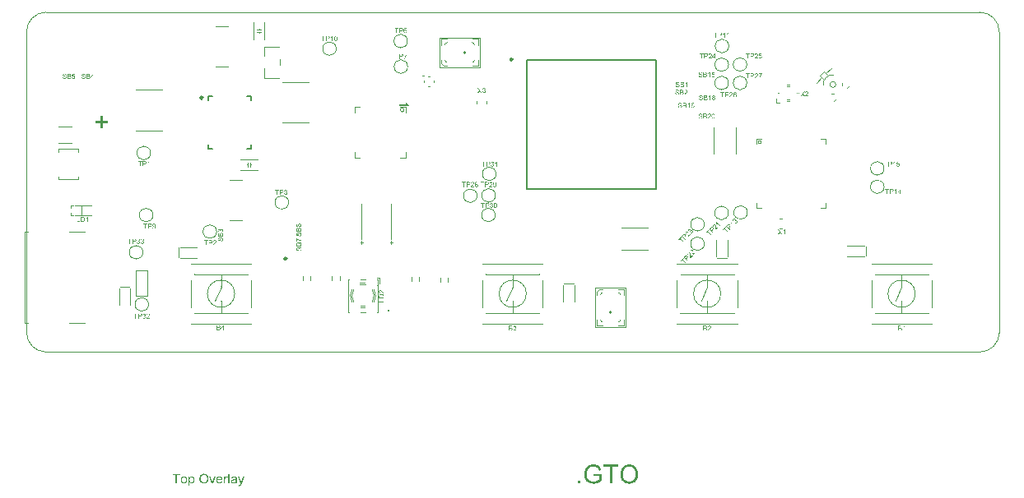
<source format=gto>
G04*
G04 #@! TF.GenerationSoftware,Altium Limited,Altium Designer,24.2.2 (26)*
G04*
G04 Layer_Color=65535*
%FSLAX43Y43*%
%MOMM*%
G71*
G04*
G04 #@! TF.SameCoordinates,4F7CD7CC-9D04-48A1-B46F-AFD2B6BA45A4*
G04*
G04*
G04 #@! TF.FilePolarity,Positive*
G04*
G01*
G75*
%ADD10C,0.250*%
%ADD11C,0.120*%
%ADD12C,0.200*%
%ADD13C,0.080*%
%ADD14C,0.100*%
G36*
X37299Y4192D02*
X37161D01*
Y4329D01*
X37299D01*
Y4192D01*
D02*
G37*
G36*
X39080Y25709D02*
X39083Y25705D01*
X39085Y25700D01*
X39089Y25693D01*
X39093Y25685D01*
X39099Y25674D01*
X39112Y25650D01*
X39128Y25624D01*
X39149Y25593D01*
X39170Y25564D01*
X39194Y25535D01*
X39196Y25533D01*
X39197Y25531D01*
X39201Y25527D01*
X39206Y25522D01*
X39219Y25509D01*
X39236Y25493D01*
X39255Y25476D01*
X39278Y25459D01*
X39301Y25442D01*
X39325Y25428D01*
Y25351D01*
X38345D01*
Y25470D01*
X39108D01*
X39107Y25473D01*
X39102Y25478D01*
X39093Y25488D01*
X39083Y25500D01*
X39070Y25517D01*
X39056Y25537D01*
X39041Y25559D01*
X39025Y25584D01*
Y25586D01*
X39024Y25587D01*
X39022Y25591D01*
X39019Y25596D01*
X39012Y25610D01*
X39003Y25626D01*
X38992Y25645D01*
X38982Y25667D01*
X38972Y25688D01*
X38963Y25710D01*
X39080D01*
Y25709D01*
D02*
G37*
G36*
X58362Y-11586D02*
X58385D01*
X58437Y-11592D01*
X58496Y-11600D01*
X58557Y-11614D01*
X58623Y-11631D01*
X58687Y-11653D01*
X58690D01*
X58696Y-11656D01*
X58704Y-11658D01*
X58715Y-11664D01*
X58745Y-11681D01*
X58784Y-11700D01*
X58826Y-11728D01*
X58870Y-11761D01*
X58912Y-11797D01*
X58951Y-11842D01*
X58956Y-11847D01*
X58968Y-11864D01*
X58984Y-11889D01*
X59006Y-11925D01*
X59029Y-11969D01*
X59054Y-12025D01*
X59079Y-12086D01*
X59098Y-12155D01*
X58868Y-12216D01*
Y-12214D01*
X58865Y-12211D01*
X58862Y-12203D01*
X58859Y-12191D01*
X58851Y-12166D01*
X58840Y-12133D01*
X58823Y-12094D01*
X58804Y-12058D01*
X58784Y-12019D01*
X58759Y-11986D01*
X58757Y-11983D01*
X58748Y-11972D01*
X58732Y-11958D01*
X58712Y-11939D01*
X58687Y-11917D01*
X58654Y-11894D01*
X58618Y-11872D01*
X58576Y-11853D01*
X58571Y-11850D01*
X58557Y-11844D01*
X58532Y-11836D01*
X58498Y-11825D01*
X58460Y-11817D01*
X58415Y-11808D01*
X58365Y-11803D01*
X58312Y-11800D01*
X58282D01*
X58268Y-11803D01*
X58251D01*
X58210Y-11806D01*
X58162Y-11814D01*
X58110Y-11822D01*
X58060Y-11836D01*
X58010Y-11856D01*
X58004Y-11858D01*
X57988Y-11864D01*
X57965Y-11878D01*
X57938Y-11892D01*
X57904Y-11914D01*
X57868Y-11936D01*
X57835Y-11964D01*
X57804Y-11994D01*
X57802Y-11997D01*
X57790Y-12008D01*
X57777Y-12028D01*
X57760Y-12050D01*
X57740Y-12078D01*
X57721Y-12111D01*
X57702Y-12147D01*
X57682Y-12186D01*
Y-12189D01*
X57679Y-12194D01*
X57677Y-12203D01*
X57671Y-12216D01*
X57666Y-12233D01*
X57660Y-12253D01*
X57652Y-12275D01*
X57646Y-12300D01*
X57632Y-12358D01*
X57621Y-12425D01*
X57613Y-12494D01*
X57610Y-12572D01*
Y-12575D01*
Y-12583D01*
Y-12597D01*
X57613Y-12613D01*
Y-12636D01*
X57616Y-12663D01*
X57618Y-12691D01*
X57621Y-12722D01*
X57632Y-12791D01*
X57646Y-12863D01*
X57668Y-12935D01*
X57696Y-13005D01*
Y-13008D01*
X57702Y-13013D01*
X57704Y-13022D01*
X57713Y-13033D01*
X57732Y-13063D01*
X57763Y-13102D01*
X57799Y-13144D01*
X57843Y-13185D01*
X57896Y-13224D01*
X57954Y-13260D01*
X57957D01*
X57963Y-13263D01*
X57971Y-13269D01*
X57985Y-13274D01*
X57999Y-13280D01*
X58018Y-13285D01*
X58063Y-13302D01*
X58118Y-13316D01*
X58179Y-13330D01*
X58246Y-13341D01*
X58315Y-13344D01*
X58343D01*
X58360Y-13341D01*
X58376D01*
X58418Y-13335D01*
X58468Y-13330D01*
X58521Y-13319D01*
X58579Y-13302D01*
X58637Y-13283D01*
X58640D01*
X58646Y-13280D01*
X58651Y-13277D01*
X58662Y-13271D01*
X58693Y-13258D01*
X58726Y-13241D01*
X58765Y-13221D01*
X58807Y-13199D01*
X58845Y-13174D01*
X58879Y-13146D01*
Y-12786D01*
X58312D01*
Y-12558D01*
X59129D01*
Y-13271D01*
X59126Y-13274D01*
X59120Y-13277D01*
X59109Y-13285D01*
X59095Y-13296D01*
X59079Y-13307D01*
X59059Y-13321D01*
X59034Y-13338D01*
X59009Y-13355D01*
X58951Y-13391D01*
X58884Y-13430D01*
X58815Y-13466D01*
X58740Y-13496D01*
X58737D01*
X58732Y-13499D01*
X58721Y-13502D01*
X58707Y-13507D01*
X58687Y-13513D01*
X58665Y-13521D01*
X58640Y-13527D01*
X58615Y-13532D01*
X58554Y-13546D01*
X58485Y-13560D01*
X58410Y-13568D01*
X58332Y-13571D01*
X58304D01*
X58285Y-13568D01*
X58260D01*
X58229Y-13566D01*
X58196Y-13560D01*
X58160Y-13557D01*
X58079Y-13541D01*
X57993Y-13521D01*
X57904Y-13491D01*
X57860Y-13474D01*
X57815Y-13452D01*
X57813Y-13449D01*
X57804Y-13446D01*
X57793Y-13438D01*
X57777Y-13430D01*
X57757Y-13416D01*
X57738Y-13402D01*
X57685Y-13363D01*
X57629Y-13313D01*
X57571Y-13252D01*
X57516Y-13183D01*
X57466Y-13102D01*
Y-13099D01*
X57460Y-13091D01*
X57455Y-13080D01*
X57446Y-13060D01*
X57438Y-13041D01*
X57430Y-13013D01*
X57418Y-12985D01*
X57407Y-12952D01*
X57396Y-12916D01*
X57385Y-12874D01*
X57377Y-12833D01*
X57368Y-12788D01*
X57355Y-12691D01*
X57349Y-12588D01*
Y-12586D01*
Y-12575D01*
Y-12561D01*
X57352Y-12541D01*
Y-12516D01*
X57355Y-12486D01*
X57360Y-12455D01*
X57363Y-12419D01*
X57371Y-12380D01*
X57377Y-12339D01*
X57399Y-12250D01*
X57427Y-12158D01*
X57466Y-12067D01*
X57468Y-12064D01*
X57471Y-12055D01*
X57477Y-12044D01*
X57488Y-12028D01*
X57499Y-12005D01*
X57513Y-11983D01*
X57552Y-11930D01*
X57599Y-11869D01*
X57657Y-11811D01*
X57724Y-11753D01*
X57763Y-11728D01*
X57802Y-11703D01*
X57804Y-11700D01*
X57813Y-11697D01*
X57824Y-11692D01*
X57840Y-11683D01*
X57863Y-11675D01*
X57888Y-11664D01*
X57915Y-11653D01*
X57949Y-11642D01*
X57985Y-11631D01*
X58024Y-11622D01*
X58065Y-11611D01*
X58110Y-11603D01*
X58207Y-11589D01*
X58257Y-11583D01*
X58346D01*
X58362Y-11586D01*
D02*
G37*
G36*
X60880Y-11844D02*
X60247D01*
Y-13538D01*
X59992D01*
Y-11844D01*
X59359D01*
Y-11617D01*
X60880D01*
Y-11844D01*
D02*
G37*
G36*
X56974Y-13538D02*
X56705D01*
Y-13269D01*
X56974D01*
Y-13538D01*
D02*
G37*
G36*
X62030Y-11586D02*
X62055D01*
X62080Y-11589D01*
X62113Y-11595D01*
X62146Y-11600D01*
X62219Y-11614D01*
X62302Y-11636D01*
X62382Y-11670D01*
X62424Y-11689D01*
X62466Y-11711D01*
X62468Y-11714D01*
X62474Y-11717D01*
X62485Y-11725D01*
X62502Y-11733D01*
X62518Y-11747D01*
X62541Y-11764D01*
X62588Y-11803D01*
X62638Y-11853D01*
X62693Y-11914D01*
X62746Y-11986D01*
X62790Y-12067D01*
Y-12069D01*
X62796Y-12078D01*
X62802Y-12089D01*
X62807Y-12105D01*
X62818Y-12128D01*
X62827Y-12153D01*
X62838Y-12183D01*
X62849Y-12216D01*
X62857Y-12253D01*
X62868Y-12291D01*
X62879Y-12336D01*
X62888Y-12380D01*
X62899Y-12477D01*
X62904Y-12583D01*
Y-12586D01*
Y-12597D01*
Y-12611D01*
X62901Y-12633D01*
Y-12658D01*
X62899Y-12688D01*
X62893Y-12722D01*
X62890Y-12758D01*
X62876Y-12838D01*
X62854Y-12927D01*
X62824Y-13016D01*
X62807Y-13060D01*
X62785Y-13105D01*
Y-13108D01*
X62779Y-13116D01*
X62774Y-13127D01*
X62763Y-13144D01*
X62752Y-13163D01*
X62738Y-13183D01*
X62699Y-13235D01*
X62652Y-13291D01*
X62596Y-13349D01*
X62529Y-13405D01*
X62452Y-13455D01*
X62449D01*
X62443Y-13460D01*
X62430Y-13466D01*
X62413Y-13474D01*
X62393Y-13482D01*
X62371Y-13491D01*
X62343Y-13502D01*
X62313Y-13513D01*
X62280Y-13524D01*
X62244Y-13535D01*
X62163Y-13552D01*
X62077Y-13566D01*
X61985Y-13571D01*
X61958D01*
X61941Y-13568D01*
X61916D01*
X61888Y-13563D01*
X61858Y-13560D01*
X61822Y-13555D01*
X61747Y-13538D01*
X61666Y-13516D01*
X61583Y-13482D01*
X61541Y-13463D01*
X61500Y-13441D01*
X61497Y-13438D01*
X61491Y-13435D01*
X61480Y-13427D01*
X61463Y-13416D01*
X61447Y-13405D01*
X61427Y-13388D01*
X61380Y-13346D01*
X61327Y-13296D01*
X61272Y-13235D01*
X61222Y-13166D01*
X61175Y-13085D01*
Y-13083D01*
X61169Y-13074D01*
X61164Y-13063D01*
X61158Y-13047D01*
X61150Y-13024D01*
X61141Y-12999D01*
X61130Y-12972D01*
X61122Y-12941D01*
X61111Y-12905D01*
X61100Y-12869D01*
X61083Y-12786D01*
X61072Y-12700D01*
X61066Y-12605D01*
Y-12602D01*
Y-12600D01*
Y-12583D01*
X61069Y-12558D01*
Y-12525D01*
X61075Y-12486D01*
X61080Y-12439D01*
X61089Y-12386D01*
X61100Y-12330D01*
X61111Y-12272D01*
X61127Y-12211D01*
X61150Y-12150D01*
X61175Y-12086D01*
X61202Y-12025D01*
X61239Y-11964D01*
X61277Y-11908D01*
X61322Y-11856D01*
X61325Y-11853D01*
X61333Y-11844D01*
X61350Y-11831D01*
X61369Y-11814D01*
X61394Y-11792D01*
X61425Y-11769D01*
X61461Y-11744D01*
X61502Y-11719D01*
X61547Y-11695D01*
X61597Y-11670D01*
X61652Y-11647D01*
X61710Y-11625D01*
X61774Y-11608D01*
X61841Y-11595D01*
X61910Y-11586D01*
X61985Y-11583D01*
X62010D01*
X62030Y-11586D01*
D02*
G37*
G36*
X16995Y-12816D02*
X17005Y-12818D01*
X17026Y-12820D01*
X17051Y-12826D01*
X17078Y-12834D01*
X17105Y-12847D01*
X17132Y-12863D01*
X17133D01*
X17135Y-12865D01*
X17143Y-12871D01*
X17156Y-12882D01*
X17171Y-12896D01*
X17188Y-12915D01*
X17205Y-12937D01*
X17222Y-12964D01*
X17236Y-12994D01*
Y-12995D01*
X17238Y-12998D01*
X17239Y-13002D01*
X17242Y-13008D01*
X17245Y-13016D01*
X17247Y-13026D01*
X17254Y-13049D01*
X17261Y-13077D01*
X17267Y-13108D01*
X17271Y-13143D01*
X17273Y-13180D01*
Y-13181D01*
Y-13184D01*
Y-13190D01*
Y-13198D01*
X17271Y-13208D01*
Y-13219D01*
X17269Y-13245D01*
X17263Y-13276D01*
X17256Y-13308D01*
X17246Y-13342D01*
X17233Y-13376D01*
Y-13377D01*
X17232Y-13380D01*
X17229Y-13384D01*
X17226Y-13390D01*
X17216Y-13405D01*
X17204Y-13425D01*
X17188Y-13446D01*
X17168Y-13467D01*
X17146Y-13489D01*
X17119Y-13508D01*
X17118D01*
X17116Y-13510D01*
X17112Y-13513D01*
X17106Y-13515D01*
X17092Y-13522D01*
X17073Y-13531D01*
X17049Y-13539D01*
X17023Y-13546D01*
X16994Y-13552D01*
X16964Y-13553D01*
X16954D01*
X16943Y-13552D01*
X16929Y-13551D01*
X16912Y-13548D01*
X16894Y-13544D01*
X16875Y-13538D01*
X16857Y-13529D01*
X16855Y-13528D01*
X16848Y-13525D01*
X16840Y-13520D01*
X16829Y-13511D01*
X16817Y-13503D01*
X16803Y-13491D01*
X16791Y-13479D01*
X16779Y-13465D01*
Y-13809D01*
X16660D01*
Y-12830D01*
X16768D01*
Y-12923D01*
X16769Y-12920D01*
X16775Y-12915D01*
X16782Y-12905D01*
X16793Y-12894D01*
X16806Y-12880D01*
X16820Y-12867D01*
X16837Y-12854D01*
X16854Y-12843D01*
X16857Y-12842D01*
X16863Y-12839D01*
X16874Y-12834D01*
X16888Y-12829D01*
X16905Y-12823D01*
X16925Y-12819D01*
X16947Y-12816D01*
X16972Y-12815D01*
X16988D01*
X16995Y-12816D01*
D02*
G37*
G36*
X20580D02*
X20595Y-12819D01*
X20614Y-12825D01*
X20633Y-12832D01*
X20656Y-12842D01*
X20680Y-12854D01*
X20636Y-12964D01*
X20635Y-12963D01*
X20629Y-12960D01*
X20621Y-12956D01*
X20610Y-12951D01*
X20597Y-12947D01*
X20581Y-12943D01*
X20566Y-12940D01*
X20550Y-12939D01*
X20543D01*
X20536Y-12940D01*
X20526Y-12942D01*
X20516Y-12944D01*
X20504Y-12949D01*
X20491Y-12954D01*
X20480Y-12963D01*
X20478Y-12964D01*
X20474Y-12967D01*
X20470Y-12973D01*
X20463Y-12980D01*
X20456Y-12990D01*
X20449Y-13001D01*
X20442Y-13014D01*
X20436Y-13029D01*
X20435Y-13032D01*
X20433Y-13040D01*
X20430Y-13053D01*
X20426Y-13070D01*
X20422Y-13091D01*
X20419Y-13115D01*
X20418Y-13140D01*
X20416Y-13169D01*
Y-13538D01*
X20297D01*
Y-12830D01*
X20405D01*
Y-12937D01*
X20407Y-12936D01*
X20412Y-12926D01*
X20419Y-12913D01*
X20430Y-12898D01*
X20442Y-12882D01*
X20454Y-12865D01*
X20467Y-12851D01*
X20480Y-12840D01*
X20481Y-12839D01*
X20485Y-12836D01*
X20494Y-12832D01*
X20502Y-12827D01*
X20514Y-12823D01*
X20528Y-12819D01*
X20542Y-12816D01*
X20557Y-12815D01*
X20567D01*
X20580Y-12816D01*
D02*
G37*
G36*
X19163Y-13538D02*
X19049D01*
X18783Y-12830D01*
X18909D01*
X19062Y-13255D01*
Y-13256D01*
X19063Y-13257D01*
X19064Y-13262D01*
X19066Y-13266D01*
X19070Y-13280D01*
X19076Y-13298D01*
X19083Y-13319D01*
X19091Y-13343D01*
X19098Y-13370D01*
X19107Y-13397D01*
X19108Y-13394D01*
X19110Y-13387D01*
X19114Y-13376D01*
X19118Y-13359D01*
X19125Y-13341D01*
X19132Y-13317D01*
X19142Y-13291D01*
X19152Y-13263D01*
X19308Y-12830D01*
X19432D01*
X19163Y-13538D01*
D02*
G37*
G36*
X22124Y-13549D02*
Y-13551D01*
X22122Y-13555D01*
X22119Y-13560D01*
X22116Y-13568D01*
X22112Y-13577D01*
X22108Y-13589D01*
X22098Y-13613D01*
X22088Y-13639D01*
X22077Y-13666D01*
X22066Y-13690D01*
X22060Y-13700D01*
X22056Y-13710D01*
X22054Y-13713D01*
X22050Y-13720D01*
X22043Y-13730D01*
X22035Y-13742D01*
X22023Y-13756D01*
X22011Y-13771D01*
X21998Y-13785D01*
X21983Y-13796D01*
X21981Y-13797D01*
X21976Y-13800D01*
X21967Y-13804D01*
X21954Y-13810D01*
X21940Y-13816D01*
X21923Y-13820D01*
X21905Y-13823D01*
X21884Y-13824D01*
X21878D01*
X21871Y-13823D01*
X21861D01*
X21850Y-13820D01*
X21837Y-13817D01*
X21823Y-13814D01*
X21808Y-13809D01*
X21795Y-13697D01*
X21796D01*
X21802Y-13699D01*
X21809Y-13700D01*
X21818Y-13703D01*
X21840Y-13707D01*
X21863Y-13708D01*
X21870D01*
X21877Y-13707D01*
X21885D01*
X21906Y-13703D01*
X21916Y-13699D01*
X21926Y-13694D01*
X21928D01*
X21930Y-13692D01*
X21935Y-13689D01*
X21940Y-13685D01*
X21953Y-13673D01*
X21964Y-13658D01*
Y-13656D01*
X21967Y-13654D01*
X21970Y-13648D01*
X21973Y-13639D01*
X21978Y-13628D01*
X21984Y-13611D01*
X21992Y-13591D01*
X22001Y-13568D01*
Y-13566D01*
X22004Y-13560D01*
X22007Y-13551D01*
X22012Y-13538D01*
X21744Y-12830D01*
X21871D01*
X22019Y-13240D01*
Y-13242D01*
X22021Y-13243D01*
X22022Y-13248D01*
X22023Y-13255D01*
X22026Y-13262D01*
X22029Y-13270D01*
X22036Y-13290D01*
X22045Y-13314D01*
X22053Y-13342D01*
X22062Y-13372D01*
X22070Y-13404D01*
Y-13403D01*
X22071Y-13400D01*
X22073Y-13396D01*
X22074Y-13390D01*
X22076Y-13383D01*
X22078Y-13374D01*
X22084Y-13353D01*
X22091Y-13329D01*
X22101Y-13301D01*
X22109Y-13273D01*
X22121Y-13243D01*
X22273Y-12830D01*
X22393D01*
X22124Y-13549D01*
D02*
G37*
G36*
X21385Y-12816D02*
X21406Y-12818D01*
X21430Y-12820D01*
X21454Y-12825D01*
X21478Y-12830D01*
X21500Y-12837D01*
X21503Y-12839D01*
X21510Y-12842D01*
X21520Y-12846D01*
X21533Y-12851D01*
X21547Y-12860D01*
X21561Y-12868D01*
X21574Y-12880D01*
X21585Y-12891D01*
X21586Y-12892D01*
X21589Y-12896D01*
X21593Y-12904D01*
X21599Y-12912D01*
X21606Y-12925D01*
X21612Y-12937D01*
X21617Y-12953D01*
X21622Y-12971D01*
Y-12973D01*
X21623Y-12977D01*
X21625Y-12985D01*
X21626Y-12997D01*
Y-13012D01*
X21627Y-13030D01*
X21629Y-13054D01*
Y-13081D01*
Y-13242D01*
Y-13243D01*
Y-13249D01*
Y-13257D01*
Y-13269D01*
Y-13281D01*
Y-13297D01*
X21630Y-13331D01*
Y-13366D01*
X21632Y-13401D01*
X21633Y-13417D01*
Y-13431D01*
X21634Y-13443D01*
X21636Y-13453D01*
Y-13455D01*
X21637Y-13460D01*
X21639Y-13469D01*
X21643Y-13480D01*
X21646Y-13493D01*
X21651Y-13507D01*
X21658Y-13522D01*
X21665Y-13538D01*
X21540D01*
X21538Y-13537D01*
X21537Y-13531D01*
X21534Y-13524D01*
X21530Y-13513D01*
X21526Y-13500D01*
X21523Y-13484D01*
X21520Y-13467D01*
X21517Y-13449D01*
X21516D01*
X21515Y-13452D01*
X21506Y-13459D01*
X21493Y-13469D01*
X21476Y-13482D01*
X21455Y-13494D01*
X21434Y-13508D01*
X21412Y-13521D01*
X21388Y-13531D01*
X21385Y-13532D01*
X21376Y-13534D01*
X21364Y-13538D01*
X21348Y-13542D01*
X21328Y-13546D01*
X21306Y-13549D01*
X21281Y-13552D01*
X21255Y-13553D01*
X21244D01*
X21235Y-13552D01*
X21226D01*
X21214Y-13551D01*
X21189Y-13546D01*
X21161Y-13539D01*
X21130Y-13529D01*
X21101Y-13515D01*
X21076Y-13497D01*
X21073Y-13494D01*
X21066Y-13487D01*
X21056Y-13474D01*
X21045Y-13458D01*
X21034Y-13436D01*
X21024Y-13412D01*
X21017Y-13383D01*
X21016Y-13369D01*
X21014Y-13352D01*
Y-13349D01*
Y-13343D01*
X21016Y-13334D01*
X21017Y-13321D01*
X21020Y-13305D01*
X21024Y-13290D01*
X21030Y-13273D01*
X21037Y-13257D01*
X21038Y-13256D01*
X21041Y-13250D01*
X21047Y-13242D01*
X21054Y-13232D01*
X21062Y-13221D01*
X21073Y-13209D01*
X21085Y-13198D01*
X21099Y-13188D01*
X21100Y-13187D01*
X21106Y-13184D01*
X21113Y-13178D01*
X21124Y-13173D01*
X21137Y-13167D01*
X21152Y-13160D01*
X21168Y-13154D01*
X21186Y-13149D01*
X21187D01*
X21193Y-13147D01*
X21202Y-13145D01*
X21213Y-13143D01*
X21227Y-13140D01*
X21245Y-13138D01*
X21266Y-13133D01*
X21292Y-13131D01*
X21293D01*
X21299Y-13129D01*
X21306D01*
X21316Y-13128D01*
X21327Y-13126D01*
X21341Y-13123D01*
X21357Y-13122D01*
X21374Y-13119D01*
X21407Y-13112D01*
X21444Y-13105D01*
X21476Y-13097D01*
X21492Y-13092D01*
X21506Y-13088D01*
Y-13087D01*
Y-13084D01*
X21507Y-13076D01*
Y-13066D01*
Y-13060D01*
Y-13057D01*
Y-13056D01*
Y-13054D01*
Y-13046D01*
X21506Y-13032D01*
X21503Y-13016D01*
X21499Y-12999D01*
X21492Y-12983D01*
X21484Y-12967D01*
X21472Y-12954D01*
X21471Y-12953D01*
X21464Y-12947D01*
X21453Y-12942D01*
X21438Y-12933D01*
X21419Y-12926D01*
X21396Y-12919D01*
X21368Y-12915D01*
X21336Y-12913D01*
X21321D01*
X21307Y-12915D01*
X21288Y-12918D01*
X21268Y-12920D01*
X21247Y-12926D01*
X21227Y-12933D01*
X21210Y-12943D01*
X21209Y-12944D01*
X21203Y-12949D01*
X21196Y-12956D01*
X21187Y-12967D01*
X21179Y-12981D01*
X21169Y-12999D01*
X21161Y-13022D01*
X21152Y-13047D01*
X21035Y-13032D01*
Y-13030D01*
X21037Y-13029D01*
Y-13025D01*
X21038Y-13019D01*
X21042Y-13006D01*
X21048Y-12988D01*
X21055Y-12970D01*
X21063Y-12950D01*
X21075Y-12930D01*
X21087Y-12912D01*
X21089Y-12911D01*
X21094Y-12905D01*
X21103Y-12896D01*
X21114Y-12885D01*
X21130Y-12874D01*
X21148Y-12863D01*
X21169Y-12850D01*
X21193Y-12840D01*
X21195D01*
X21196Y-12839D01*
X21200Y-12837D01*
X21206Y-12836D01*
X21220Y-12832D01*
X21240Y-12827D01*
X21262Y-12823D01*
X21290Y-12819D01*
X21320Y-12816D01*
X21354Y-12815D01*
X21369D01*
X21385Y-12816D01*
D02*
G37*
G36*
X20869Y-13538D02*
X20749D01*
Y-12562D01*
X20869D01*
Y-13538D01*
D02*
G37*
G36*
X15783Y-12678D02*
X15461D01*
Y-13538D01*
X15332D01*
Y-12678D01*
X15010D01*
Y-12562D01*
X15783D01*
Y-12678D01*
D02*
G37*
G36*
X19853Y-12816D02*
X19864Y-12818D01*
X19878Y-12820D01*
X19893Y-12823D01*
X19912Y-12827D01*
X19929Y-12832D01*
X19948Y-12839D01*
X19967Y-12846D01*
X19986Y-12856D01*
X20006Y-12867D01*
X20026Y-12880D01*
X20044Y-12895D01*
X20061Y-12912D01*
X20063Y-12913D01*
X20065Y-12916D01*
X20070Y-12922D01*
X20075Y-12930D01*
X20082Y-12940D01*
X20089Y-12951D01*
X20098Y-12966D01*
X20106Y-12983D01*
X20115Y-13001D01*
X20123Y-13021D01*
X20130Y-13043D01*
X20137Y-13067D01*
X20143Y-13094D01*
X20147Y-13122D01*
X20150Y-13152D01*
X20151Y-13184D01*
Y-13185D01*
Y-13191D01*
Y-13201D01*
X20150Y-13215D01*
X19621D01*
Y-13217D01*
Y-13221D01*
X19623Y-13226D01*
Y-13235D01*
X19624Y-13245D01*
X19627Y-13256D01*
X19631Y-13281D01*
X19640Y-13310D01*
X19651Y-13341D01*
X19666Y-13369D01*
X19686Y-13394D01*
X19688D01*
X19689Y-13397D01*
X19697Y-13404D01*
X19710Y-13414D01*
X19727Y-13424D01*
X19750Y-13435D01*
X19775Y-13445D01*
X19803Y-13452D01*
X19819Y-13453D01*
X19836Y-13455D01*
X19847D01*
X19860Y-13453D01*
X19875Y-13451D01*
X19892Y-13446D01*
X19912Y-13441D01*
X19930Y-13432D01*
X19948Y-13421D01*
X19950Y-13420D01*
X19957Y-13414D01*
X19965Y-13405D01*
X19975Y-13394D01*
X19986Y-13379D01*
X19999Y-13359D01*
X20012Y-13336D01*
X20023Y-13310D01*
X20147Y-13325D01*
Y-13326D01*
X20146Y-13329D01*
X20144Y-13335D01*
X20141Y-13343D01*
X20137Y-13352D01*
X20133Y-13363D01*
X20122Y-13387D01*
X20108Y-13414D01*
X20088Y-13442D01*
X20065Y-13469D01*
X20037Y-13494D01*
X20036D01*
X20033Y-13497D01*
X20029Y-13500D01*
X20023Y-13504D01*
X20015Y-13508D01*
X20006Y-13513D01*
X19995Y-13518D01*
X19982Y-13524D01*
X19968Y-13529D01*
X19954Y-13535D01*
X19919Y-13544D01*
X19879Y-13551D01*
X19836Y-13553D01*
X19820D01*
X19810Y-13552D01*
X19798Y-13551D01*
X19782Y-13548D01*
X19765Y-13545D01*
X19747Y-13542D01*
X19707Y-13531D01*
X19686Y-13522D01*
X19666Y-13514D01*
X19645Y-13503D01*
X19626Y-13490D01*
X19607Y-13476D01*
X19589Y-13459D01*
X19587Y-13458D01*
X19585Y-13455D01*
X19580Y-13449D01*
X19575Y-13441D01*
X19568Y-13431D01*
X19561Y-13420D01*
X19552Y-13405D01*
X19544Y-13390D01*
X19535Y-13372D01*
X19527Y-13352D01*
X19520Y-13329D01*
X19513Y-13305D01*
X19507Y-13280D01*
X19503Y-13252D01*
X19500Y-13222D01*
X19499Y-13191D01*
Y-13190D01*
Y-13183D01*
Y-13174D01*
X19500Y-13162D01*
X19501Y-13146D01*
X19503Y-13129D01*
X19506Y-13109D01*
X19510Y-13090D01*
X19521Y-13045D01*
X19528Y-13022D01*
X19537Y-12998D01*
X19548Y-12975D01*
X19561Y-12954D01*
X19575Y-12933D01*
X19590Y-12913D01*
X19592Y-12912D01*
X19595Y-12909D01*
X19600Y-12905D01*
X19607Y-12898D01*
X19616Y-12891D01*
X19627Y-12882D01*
X19640Y-12873D01*
X19655Y-12864D01*
X19671Y-12854D01*
X19689Y-12846D01*
X19709Y-12837D01*
X19730Y-12830D01*
X19752Y-12823D01*
X19776Y-12819D01*
X19802Y-12816D01*
X19829Y-12815D01*
X19843D01*
X19853Y-12816D01*
D02*
G37*
G36*
X16211D02*
X16224Y-12818D01*
X16238Y-12820D01*
X16254Y-12823D01*
X16272Y-12826D01*
X16310Y-12839D01*
X16330Y-12846D01*
X16349Y-12856D01*
X16369Y-12865D01*
X16389Y-12880D01*
X16407Y-12894D01*
X16426Y-12911D01*
X16427Y-12912D01*
X16430Y-12915D01*
X16434Y-12920D01*
X16440Y-12928D01*
X16447Y-12937D01*
X16455Y-12950D01*
X16464Y-12964D01*
X16472Y-12980D01*
X16480Y-12997D01*
X16489Y-13018D01*
X16497Y-13039D01*
X16504Y-13063D01*
X16510Y-13088D01*
X16514Y-13115D01*
X16517Y-13143D01*
X16519Y-13174D01*
Y-13176D01*
Y-13180D01*
Y-13187D01*
Y-13197D01*
X16517Y-13208D01*
X16516Y-13222D01*
Y-13236D01*
X16513Y-13252D01*
X16509Y-13287D01*
X16500Y-13322D01*
X16490Y-13357D01*
X16476Y-13390D01*
Y-13391D01*
X16475Y-13393D01*
X16472Y-13397D01*
X16469Y-13403D01*
X16459Y-13417D01*
X16447Y-13434D01*
X16430Y-13453D01*
X16409Y-13473D01*
X16385Y-13493D01*
X16356Y-13511D01*
X16355D01*
X16354Y-13513D01*
X16349Y-13515D01*
X16342Y-13518D01*
X16335Y-13521D01*
X16327Y-13524D01*
X16306Y-13532D01*
X16282Y-13539D01*
X16252Y-13546D01*
X16221Y-13552D01*
X16187Y-13553D01*
X16173D01*
X16162Y-13552D01*
X16149Y-13551D01*
X16135Y-13548D01*
X16118Y-13545D01*
X16101Y-13542D01*
X16063Y-13531D01*
X16042Y-13522D01*
X16022Y-13514D01*
X16003Y-13503D01*
X15983Y-13490D01*
X15965Y-13476D01*
X15946Y-13459D01*
X15945Y-13458D01*
X15942Y-13455D01*
X15938Y-13449D01*
X15932Y-13441D01*
X15925Y-13431D01*
X15918Y-13420D01*
X15910Y-13405D01*
X15901Y-13388D01*
X15893Y-13370D01*
X15884Y-13349D01*
X15877Y-13326D01*
X15870Y-13302D01*
X15864Y-13276D01*
X15860Y-13248D01*
X15857Y-13217D01*
X15856Y-13184D01*
Y-13181D01*
Y-13176D01*
X15857Y-13166D01*
Y-13152D01*
X15859Y-13136D01*
X15862Y-13116D01*
X15864Y-13097D01*
X15870Y-13074D01*
X15876Y-13052D01*
X15883Y-13028D01*
X15891Y-13002D01*
X15903Y-12978D01*
X15914Y-12956D01*
X15929Y-12933D01*
X15945Y-12912D01*
X15965Y-12894D01*
X15966Y-12892D01*
X15969Y-12891D01*
X15974Y-12887D01*
X15981Y-12881D01*
X15990Y-12875D01*
X16001Y-12868D01*
X16012Y-12861D01*
X16027Y-12854D01*
X16042Y-12847D01*
X16059Y-12840D01*
X16097Y-12827D01*
X16141Y-12818D01*
X16163Y-12816D01*
X16187Y-12815D01*
X16201D01*
X16211Y-12816D01*
D02*
G37*
G36*
X18262Y-12547D02*
X18275D01*
X18288Y-12548D01*
X18305Y-12551D01*
X18322Y-12554D01*
X18358Y-12561D01*
X18401Y-12572D01*
X18441Y-12589D01*
X18463Y-12599D01*
X18484Y-12610D01*
X18485Y-12612D01*
X18488Y-12613D01*
X18494Y-12617D01*
X18502Y-12622D01*
X18510Y-12629D01*
X18522Y-12637D01*
X18546Y-12657D01*
X18571Y-12682D01*
X18599Y-12713D01*
X18626Y-12750D01*
X18649Y-12791D01*
Y-12792D01*
X18651Y-12796D01*
X18654Y-12802D01*
X18657Y-12811D01*
X18663Y-12822D01*
X18667Y-12834D01*
X18673Y-12850D01*
X18678Y-12867D01*
X18682Y-12885D01*
X18688Y-12905D01*
X18694Y-12928D01*
X18698Y-12950D01*
X18704Y-12999D01*
X18706Y-13053D01*
Y-13054D01*
Y-13060D01*
Y-13067D01*
X18705Y-13078D01*
Y-13091D01*
X18704Y-13107D01*
X18701Y-13123D01*
X18699Y-13142D01*
X18692Y-13183D01*
X18681Y-13228D01*
X18666Y-13273D01*
X18657Y-13295D01*
X18646Y-13318D01*
Y-13319D01*
X18643Y-13324D01*
X18640Y-13329D01*
X18635Y-13338D01*
X18629Y-13348D01*
X18622Y-13357D01*
X18602Y-13384D01*
X18578Y-13412D01*
X18550Y-13442D01*
X18516Y-13470D01*
X18477Y-13496D01*
X18475D01*
X18472Y-13498D01*
X18465Y-13501D01*
X18457Y-13505D01*
X18447Y-13510D01*
X18436Y-13514D01*
X18422Y-13520D01*
X18406Y-13525D01*
X18389Y-13531D01*
X18371Y-13537D01*
X18330Y-13545D01*
X18286Y-13552D01*
X18240Y-13555D01*
X18226D01*
X18217Y-13553D01*
X18205D01*
X18190Y-13551D01*
X18175Y-13549D01*
X18157Y-13546D01*
X18119Y-13538D01*
X18078Y-13527D01*
X18035Y-13510D01*
X18014Y-13500D01*
X17993Y-13489D01*
X17992Y-13487D01*
X17989Y-13486D01*
X17983Y-13482D01*
X17975Y-13476D01*
X17966Y-13470D01*
X17956Y-13462D01*
X17932Y-13441D01*
X17906Y-13415D01*
X17878Y-13384D01*
X17852Y-13349D01*
X17828Y-13308D01*
Y-13307D01*
X17825Y-13302D01*
X17823Y-13297D01*
X17820Y-13288D01*
X17815Y-13277D01*
X17811Y-13264D01*
X17806Y-13250D01*
X17801Y-13235D01*
X17796Y-13217D01*
X17790Y-13198D01*
X17782Y-13156D01*
X17776Y-13112D01*
X17773Y-13064D01*
Y-13063D01*
Y-13061D01*
Y-13053D01*
X17775Y-13040D01*
Y-13023D01*
X17777Y-13004D01*
X17780Y-12980D01*
X17784Y-12953D01*
X17790Y-12925D01*
X17796Y-12895D01*
X17804Y-12864D01*
X17815Y-12833D01*
X17828Y-12801D01*
X17842Y-12770D01*
X17861Y-12739D01*
X17880Y-12710D01*
X17903Y-12684D01*
X17904Y-12682D01*
X17909Y-12678D01*
X17917Y-12671D01*
X17927Y-12662D01*
X17940Y-12651D01*
X17955Y-12640D01*
X17973Y-12627D01*
X17995Y-12615D01*
X18017Y-12602D01*
X18042Y-12589D01*
X18071Y-12578D01*
X18100Y-12567D01*
X18133Y-12558D01*
X18167Y-12551D01*
X18202Y-12547D01*
X18240Y-12545D01*
X18252D01*
X18262Y-12547D01*
D02*
G37*
G36*
X7845Y23797D02*
X8367D01*
Y23577D01*
X7845D01*
Y23050D01*
X7622D01*
Y23577D01*
X7100D01*
Y23797D01*
X7622D01*
Y24320D01*
X7845D01*
Y23797D01*
D02*
G37*
G36*
X27816Y11690D02*
X27818Y11689D01*
X27820Y11686D01*
X27824Y11682D01*
X27830Y11678D01*
X27836Y11673D01*
X27844Y11667D01*
X27852Y11660D01*
X27861Y11653D01*
X27872Y11646D01*
X27883Y11638D01*
X27895Y11629D01*
X27908Y11620D01*
X27923Y11612D01*
X27937Y11603D01*
X27953Y11594D01*
X27954Y11593D01*
X27957Y11592D01*
X27962Y11589D01*
X27968Y11586D01*
X27976Y11582D01*
X27985Y11578D01*
X27996Y11572D01*
X28008Y11567D01*
X28021Y11561D01*
X28035Y11555D01*
X28049Y11549D01*
X28064Y11543D01*
X28096Y11531D01*
X28130Y11520D01*
X28131D01*
X28133Y11520D01*
X28137Y11518D01*
X28142Y11517D01*
X28148Y11516D01*
X28155Y11514D01*
X28163Y11512D01*
X28172Y11510D01*
X28182Y11508D01*
X28193Y11506D01*
X28205Y11504D01*
X28217Y11502D01*
X28243Y11499D01*
X28271Y11496D01*
Y11432D01*
X28270D01*
X28268D01*
X28265D01*
X28260Y11433D01*
X28254D01*
X28247Y11433D01*
X28240Y11434D01*
X28230Y11435D01*
X28220Y11437D01*
X28209Y11438D01*
X28197Y11440D01*
X28184Y11442D01*
X28171Y11445D01*
X28156Y11448D01*
X28142Y11451D01*
X28126Y11455D01*
X28124D01*
X28122Y11457D01*
X28117Y11458D01*
X28111Y11459D01*
X28103Y11462D01*
X28094Y11464D01*
X28084Y11468D01*
X28073Y11472D01*
X28060Y11476D01*
X28048Y11481D01*
X28020Y11492D01*
X27991Y11505D01*
X27961Y11520D01*
X27960Y11520D01*
X27957Y11522D01*
X27953Y11524D01*
X27947Y11527D01*
X27941Y11531D01*
X27933Y11536D01*
X27923Y11541D01*
X27914Y11547D01*
X27893Y11560D01*
X27870Y11576D01*
X27848Y11593D01*
X27826Y11610D01*
Y11360D01*
X27766D01*
Y11691D01*
X27815D01*
X27816Y11690D01*
D02*
G37*
G36*
X28136Y11287D02*
X28145Y11286D01*
X28155Y11284D01*
X28166Y11281D01*
X28178Y11278D01*
X28190Y11273D01*
X28191Y11272D01*
X28195Y11270D01*
X28200Y11267D01*
X28207Y11262D01*
X28215Y11257D01*
X28223Y11250D01*
X28230Y11243D01*
X28238Y11235D01*
X28238Y11234D01*
X28240Y11231D01*
X28243Y11226D01*
X28247Y11220D01*
X28251Y11212D01*
X28255Y11202D01*
X28259Y11191D01*
X28263Y11179D01*
Y11178D01*
X28263Y11176D01*
X28264Y11173D01*
X28265Y11170D01*
X28265Y11166D01*
X28267Y11156D01*
X28268Y11144D01*
X28269Y11130D01*
X28270Y11114D01*
X28271Y11096D01*
Y10902D01*
X27759D01*
Y11104D01*
X27760Y11108D01*
Y11114D01*
X27761Y11128D01*
X27763Y11142D01*
X27766Y11158D01*
X27770Y11174D01*
X27775Y11188D01*
Y11188D01*
X27776Y11189D01*
X27776Y11191D01*
X27778Y11194D01*
X27782Y11200D01*
X27787Y11208D01*
X27794Y11217D01*
X27802Y11226D01*
X27812Y11235D01*
X27823Y11243D01*
X27824D01*
X27824Y11244D01*
X27828Y11246D01*
X27835Y11250D01*
X27844Y11254D01*
X27854Y11257D01*
X27865Y11260D01*
X27877Y11263D01*
X27890Y11264D01*
X27891D01*
X27891D01*
X27893D01*
X27895D01*
X27902Y11263D01*
X27910Y11262D01*
X27920Y11259D01*
X27931Y11256D01*
X27941Y11252D01*
X27953Y11246D01*
X27954Y11245D01*
X27957Y11242D01*
X27963Y11238D01*
X27969Y11232D01*
X27977Y11224D01*
X27984Y11215D01*
X27992Y11204D01*
X27999Y11192D01*
Y11192D01*
X27999Y11194D01*
X28000Y11196D01*
X28001Y11200D01*
X28003Y11203D01*
X28005Y11208D01*
X28010Y11218D01*
X28017Y11230D01*
X28025Y11242D01*
X28035Y11253D01*
X28046Y11263D01*
X28047D01*
X28047Y11264D01*
X28049Y11266D01*
X28052Y11267D01*
X28059Y11271D01*
X28068Y11275D01*
X28079Y11280D01*
X28092Y11284D01*
X28107Y11287D01*
X28123Y11288D01*
X28124D01*
X28124D01*
X28126D01*
X28129D01*
X28136Y11287D01*
D02*
G37*
G36*
X28134Y10812D02*
X28138D01*
X28142Y10811D01*
X28152Y10810D01*
X28164Y10806D01*
X28176Y10802D01*
X28190Y10796D01*
X28204Y10788D01*
X28204D01*
X28205Y10787D01*
X28207Y10786D01*
X28210Y10784D01*
X28216Y10778D01*
X28224Y10771D01*
X28233Y10762D01*
X28242Y10750D01*
X28251Y10736D01*
X28259Y10721D01*
Y10720D01*
X28260Y10719D01*
X28261Y10716D01*
X28263Y10714D01*
X28264Y10709D01*
X28265Y10705D01*
X28267Y10699D01*
X28269Y10693D01*
X28273Y10679D01*
X28276Y10662D01*
X28279Y10643D01*
X28279Y10623D01*
Y10617D01*
X28279Y10612D01*
Y10606D01*
X28278Y10599D01*
X28277Y10591D01*
X28277Y10583D01*
X28275Y10565D01*
X28271Y10545D01*
X28266Y10526D01*
X28259Y10507D01*
Y10506D01*
X28259Y10505D01*
X28257Y10502D01*
X28255Y10499D01*
X28253Y10496D01*
X28251Y10491D01*
X28244Y10480D01*
X28236Y10468D01*
X28225Y10456D01*
X28212Y10444D01*
X28198Y10434D01*
X28198D01*
X28196Y10432D01*
X28194Y10431D01*
X28191Y10430D01*
X28187Y10428D01*
X28183Y10425D01*
X28178Y10423D01*
X28172Y10420D01*
X28158Y10415D01*
X28142Y10410D01*
X28124Y10407D01*
X28106Y10406D01*
X28100Y10470D01*
X28101D01*
X28102D01*
X28104Y10470D01*
X28107D01*
X28114Y10472D01*
X28123Y10474D01*
X28133Y10476D01*
X28144Y10480D01*
X28154Y10485D01*
X28164Y10490D01*
X28166Y10491D01*
X28168Y10494D01*
X28173Y10498D01*
X28178Y10503D01*
X28185Y10510D01*
X28192Y10519D01*
X28198Y10529D01*
X28204Y10541D01*
Y10542D01*
X28205Y10543D01*
X28206Y10545D01*
X28206Y10547D01*
X28208Y10551D01*
X28209Y10555D01*
X28212Y10565D01*
X28214Y10576D01*
X28217Y10589D01*
X28218Y10604D01*
X28219Y10620D01*
Y10627D01*
X28218Y10634D01*
X28218Y10643D01*
X28216Y10653D01*
X28214Y10665D01*
X28212Y10677D01*
X28208Y10688D01*
Y10689D01*
X28207Y10689D01*
X28206Y10693D01*
X28203Y10698D01*
X28200Y10705D01*
X28195Y10712D01*
X28190Y10719D01*
X28184Y10726D01*
X28176Y10732D01*
X28176Y10733D01*
X28173Y10734D01*
X28168Y10737D01*
X28163Y10740D01*
X28156Y10742D01*
X28149Y10745D01*
X28141Y10746D01*
X28132Y10747D01*
X28131D01*
X28128D01*
X28124Y10746D01*
X28118Y10745D01*
X28112Y10744D01*
X28104Y10741D01*
X28097Y10737D01*
X28090Y10732D01*
X28090Y10732D01*
X28087Y10730D01*
X28084Y10726D01*
X28080Y10722D01*
X28075Y10715D01*
X28070Y10707D01*
X28065Y10698D01*
X28060Y10687D01*
X28060Y10685D01*
X28059Y10683D01*
X28058Y10680D01*
X28057Y10677D01*
X28056Y10673D01*
X28055Y10667D01*
X28053Y10662D01*
X28051Y10655D01*
X28049Y10648D01*
X28047Y10639D01*
X28045Y10630D01*
X28042Y10619D01*
X28039Y10608D01*
X28036Y10595D01*
Y10595D01*
X28035Y10592D01*
X28034Y10589D01*
X28033Y10584D01*
X28031Y10578D01*
X28030Y10572D01*
X28025Y10557D01*
X28021Y10541D01*
X28015Y10524D01*
X28009Y10510D01*
X28006Y10503D01*
X28003Y10497D01*
Y10496D01*
X28003Y10496D01*
X28001Y10494D01*
X28000Y10491D01*
X27996Y10484D01*
X27990Y10476D01*
X27983Y10468D01*
X27975Y10458D01*
X27966Y10450D01*
X27956Y10442D01*
X27955D01*
X27955Y10442D01*
X27951Y10440D01*
X27945Y10437D01*
X27937Y10434D01*
X27928Y10430D01*
X27917Y10428D01*
X27905Y10426D01*
X27892Y10425D01*
X27891D01*
X27890D01*
X27888D01*
X27885Y10426D01*
X27878Y10426D01*
X27868Y10428D01*
X27857Y10430D01*
X27845Y10434D01*
X27832Y10440D01*
X27820Y10447D01*
X27819D01*
X27818Y10448D01*
X27814Y10451D01*
X27808Y10456D01*
X27800Y10463D01*
X27792Y10472D01*
X27784Y10483D01*
X27776Y10496D01*
X27768Y10511D01*
Y10512D01*
X27768Y10513D01*
X27766Y10515D01*
X27766Y10518D01*
X27764Y10522D01*
X27762Y10527D01*
X27761Y10532D01*
X27759Y10538D01*
X27756Y10552D01*
X27753Y10568D01*
X27751Y10586D01*
X27750Y10605D01*
Y10614D01*
X27751Y10619D01*
Y10625D01*
X27752Y10631D01*
X27752Y10639D01*
X27755Y10654D01*
X27758Y10671D01*
X27763Y10688D01*
X27769Y10705D01*
Y10705D01*
X27770Y10707D01*
X27771Y10709D01*
X27772Y10712D01*
X27777Y10720D01*
X27783Y10729D01*
X27790Y10740D01*
X27800Y10751D01*
X27811Y10762D01*
X27824Y10772D01*
X27824D01*
X27825Y10773D01*
X27827Y10774D01*
X27830Y10776D01*
X27833Y10777D01*
X27837Y10779D01*
X27847Y10784D01*
X27859Y10788D01*
X27872Y10792D01*
X27887Y10796D01*
X27903Y10797D01*
X27908Y10732D01*
X27907D01*
X27906D01*
X27903Y10731D01*
X27900Y10730D01*
X27896Y10730D01*
X27891Y10728D01*
X27881Y10725D01*
X27869Y10720D01*
X27858Y10714D01*
X27846Y10707D01*
X27836Y10696D01*
X27834Y10695D01*
X27834Y10693D01*
X27832Y10691D01*
X27830Y10687D01*
X27828Y10683D01*
X27826Y10679D01*
X27823Y10674D01*
X27821Y10668D01*
X27819Y10661D01*
X27817Y10654D01*
X27815Y10646D01*
X27813Y10637D01*
X27812Y10628D01*
X27811Y10618D01*
Y10597D01*
X27812Y10592D01*
X27812Y10587D01*
X27814Y10573D01*
X27816Y10559D01*
X27820Y10544D01*
X27826Y10530D01*
X27830Y10524D01*
X27834Y10518D01*
X27835Y10517D01*
X27838Y10514D01*
X27842Y10510D01*
X27849Y10504D01*
X27857Y10499D01*
X27866Y10495D01*
X27877Y10492D01*
X27888Y10490D01*
X27889D01*
X27893D01*
X27897Y10492D01*
X27904Y10493D01*
X27911Y10495D01*
X27919Y10498D01*
X27926Y10503D01*
X27933Y10510D01*
X27934Y10511D01*
X27935Y10512D01*
X27936Y10514D01*
X27938Y10517D01*
X27940Y10520D01*
X27942Y10525D01*
X27944Y10529D01*
X27947Y10536D01*
X27950Y10543D01*
X27953Y10551D01*
X27956Y10561D01*
X27959Y10571D01*
X27963Y10583D01*
X27966Y10597D01*
X27969Y10611D01*
Y10612D01*
X27970Y10615D01*
X27971Y10619D01*
X27973Y10625D01*
X27974Y10631D01*
X27976Y10639D01*
X27978Y10647D01*
X27981Y10657D01*
X27985Y10675D01*
X27991Y10694D01*
X27994Y10703D01*
X27997Y10711D01*
X27999Y10718D01*
X28002Y10724D01*
Y10725D01*
X28003Y10726D01*
X28004Y10728D01*
X28006Y10732D01*
X28010Y10740D01*
X28016Y10750D01*
X28024Y10760D01*
X28033Y10771D01*
X28043Y10782D01*
X28055Y10790D01*
X28055D01*
X28056Y10791D01*
X28058Y10792D01*
X28060Y10794D01*
X28066Y10797D01*
X28075Y10802D01*
X28086Y10806D01*
X28098Y10809D01*
X28112Y10812D01*
X28127Y10812D01*
X28128D01*
X28129D01*
X28131D01*
X28134Y10812D01*
D02*
G37*
G36*
X28099Y13197D02*
X28103Y13197D01*
X28115Y13195D01*
X28129Y13193D01*
X28144Y13189D01*
X28159Y13184D01*
X28175Y13177D01*
X28176D01*
X28177Y13176D01*
X28179Y13175D01*
X28182Y13173D01*
X28189Y13168D01*
X28198Y13162D01*
X28208Y13153D01*
X28219Y13144D01*
X28229Y13133D01*
X28238Y13119D01*
Y13119D01*
X28239Y13118D01*
X28240Y13116D01*
X28242Y13113D01*
X28244Y13109D01*
X28245Y13105D01*
X28249Y13095D01*
X28254Y13084D01*
X28257Y13070D01*
X28260Y13054D01*
X28260Y13038D01*
Y13034D01*
X28260Y13030D01*
Y13024D01*
X28258Y13018D01*
X28257Y13010D01*
X28256Y13002D01*
X28253Y12992D01*
X28250Y12982D01*
X28246Y12972D01*
X28242Y12961D01*
X28236Y12950D01*
X28230Y12940D01*
X28222Y12929D01*
X28213Y12919D01*
X28203Y12909D01*
X28202Y12908D01*
X28200Y12907D01*
X28197Y12905D01*
X28192Y12901D01*
X28186Y12898D01*
X28178Y12894D01*
X28168Y12889D01*
X28158Y12885D01*
X28145Y12880D01*
X28131Y12875D01*
X28115Y12871D01*
X28099Y12868D01*
X28079Y12865D01*
X28059Y12862D01*
X28037Y12861D01*
X28013Y12860D01*
X28012D01*
X28011D01*
X28009D01*
X28006D01*
X28003D01*
X27999Y12861D01*
X27989D01*
X27976Y12862D01*
X27962Y12863D01*
X27947Y12865D01*
X27930Y12867D01*
X27913Y12870D01*
X27895Y12873D01*
X27877Y12878D01*
X27859Y12883D01*
X27842Y12889D01*
X27826Y12897D01*
X27810Y12905D01*
X27797Y12914D01*
X27796Y12915D01*
X27794Y12916D01*
X27792Y12919D01*
X27788Y12923D01*
X27783Y12928D01*
X27778Y12934D01*
X27773Y12941D01*
X27767Y12948D01*
X27762Y12957D01*
X27757Y12967D01*
X27752Y12978D01*
X27747Y12989D01*
X27743Y13002D01*
X27741Y13015D01*
X27739Y13029D01*
X27738Y13044D01*
Y13050D01*
X27739Y13054D01*
X27739Y13059D01*
X27740Y13065D01*
X27741Y13072D01*
X27742Y13079D01*
X27746Y13094D01*
X27752Y13111D01*
X27756Y13119D01*
X27761Y13127D01*
X27766Y13135D01*
X27772Y13143D01*
X27772Y13143D01*
X27773Y13145D01*
X27775Y13146D01*
X27778Y13149D01*
X27782Y13152D01*
X27786Y13155D01*
X27790Y13159D01*
X27796Y13163D01*
X27802Y13167D01*
X27810Y13171D01*
X27817Y13175D01*
X27826Y13179D01*
X27844Y13185D01*
X27854Y13187D01*
X27865Y13189D01*
X27870Y13127D01*
X27869D01*
X27868Y13126D01*
X27866D01*
X27864Y13125D01*
X27857Y13123D01*
X27849Y13121D01*
X27840Y13117D01*
X27832Y13113D01*
X27824Y13108D01*
X27816Y13103D01*
X27815Y13101D01*
X27812Y13098D01*
X27808Y13093D01*
X27803Y13086D01*
X27798Y13076D01*
X27794Y13066D01*
X27791Y13053D01*
X27790Y13040D01*
Y13034D01*
X27790Y13029D01*
X27792Y13022D01*
X27794Y13014D01*
X27797Y13004D01*
X27801Y12996D01*
X27807Y12986D01*
X27808Y12985D01*
X27811Y12982D01*
X27816Y12976D01*
X27823Y12970D01*
X27832Y12962D01*
X27842Y12954D01*
X27855Y12947D01*
X27870Y12940D01*
X27870D01*
X27872Y12939D01*
X27874Y12938D01*
X27877Y12937D01*
X27882Y12936D01*
X27887Y12934D01*
X27893Y12933D01*
X27900Y12931D01*
X27908Y12930D01*
X27917Y12928D01*
X27926Y12927D01*
X27937Y12926D01*
X27948Y12924D01*
X27961Y12923D01*
X27974Y12922D01*
X27987D01*
X27987Y12924D01*
X27982Y12926D01*
X27976Y12931D01*
X27969Y12938D01*
X27960Y12946D01*
X27952Y12955D01*
X27944Y12966D01*
X27937Y12978D01*
Y12978D01*
X27936Y12979D01*
X27936Y12981D01*
X27934Y12984D01*
X27932Y12990D01*
X27928Y12998D01*
X27925Y13009D01*
X27922Y13020D01*
X27920Y13033D01*
X27920Y13046D01*
Y13052D01*
X27920Y13057D01*
X27921Y13062D01*
X27922Y13069D01*
X27924Y13076D01*
X27926Y13084D01*
X27928Y13092D01*
X27931Y13100D01*
X27935Y13109D01*
X27939Y13118D01*
X27945Y13127D01*
X27951Y13136D01*
X27958Y13145D01*
X27966Y13153D01*
X27967Y13154D01*
X27968Y13155D01*
X27971Y13157D01*
X27975Y13161D01*
X27979Y13164D01*
X27985Y13167D01*
X27991Y13171D01*
X27999Y13176D01*
X28007Y13180D01*
X28016Y13184D01*
X28025Y13187D01*
X28036Y13191D01*
X28048Y13194D01*
X28060Y13196D01*
X28073Y13197D01*
X28086Y13198D01*
X28087D01*
X28088D01*
X28091D01*
X28094D01*
X28099Y13197D01*
D02*
G37*
G36*
X28117Y12795D02*
X28126Y12793D01*
X28136Y12791D01*
X28147Y12789D01*
X28158Y12785D01*
X28170Y12780D01*
X28172Y12779D01*
X28176Y12777D01*
X28181Y12774D01*
X28188Y12769D01*
X28196Y12764D01*
X28204Y12757D01*
X28211Y12750D01*
X28218Y12742D01*
X28219Y12741D01*
X28221Y12738D01*
X28224Y12733D01*
X28228Y12727D01*
X28232Y12719D01*
X28236Y12710D01*
X28240Y12698D01*
X28244Y12686D01*
Y12685D01*
X28244Y12683D01*
X28245Y12680D01*
X28246Y12677D01*
X28246Y12673D01*
X28248Y12664D01*
X28249Y12652D01*
X28250Y12638D01*
X28251Y12622D01*
X28252Y12604D01*
Y12409D01*
X27740D01*
Y12611D01*
X27741Y12616D01*
Y12622D01*
X27742Y12635D01*
X27744Y12650D01*
X27747Y12666D01*
X27751Y12681D01*
X27756Y12695D01*
Y12696D01*
X27757Y12696D01*
X27757Y12698D01*
X27759Y12701D01*
X27763Y12707D01*
X27768Y12715D01*
X27774Y12724D01*
X27782Y12733D01*
X27792Y12742D01*
X27804Y12750D01*
X27804D01*
X27805Y12751D01*
X27809Y12753D01*
X27816Y12757D01*
X27824Y12761D01*
X27834Y12764D01*
X27846Y12767D01*
X27858Y12770D01*
X27871Y12771D01*
X27872D01*
X27872D01*
X27874D01*
X27876D01*
X27883Y12770D01*
X27891Y12769D01*
X27901Y12766D01*
X27912Y12763D01*
X27922Y12759D01*
X27934Y12753D01*
X27935Y12752D01*
X27938Y12749D01*
X27944Y12745D01*
X27950Y12739D01*
X27958Y12731D01*
X27965Y12722D01*
X27973Y12712D01*
X27979Y12699D01*
Y12700D01*
X27980Y12701D01*
X27981Y12704D01*
X27982Y12707D01*
X27983Y12710D01*
X27985Y12715D01*
X27991Y12725D01*
X27997Y12737D01*
X28005Y12749D01*
X28015Y12760D01*
X28027Y12770D01*
X28027D01*
X28028Y12771D01*
X28030Y12773D01*
X28033Y12774D01*
X28039Y12778D01*
X28049Y12783D01*
X28060Y12787D01*
X28073Y12791D01*
X28088Y12794D01*
X28104Y12795D01*
X28105D01*
X28105D01*
X28107D01*
X28110D01*
X28117Y12795D01*
D02*
G37*
G36*
X28115Y12319D02*
X28119D01*
X28123Y12318D01*
X28133Y12317D01*
X28145Y12314D01*
X28157Y12310D01*
X28171Y12304D01*
X28184Y12296D01*
X28185D01*
X28186Y12294D01*
X28188Y12293D01*
X28190Y12292D01*
X28197Y12286D01*
X28205Y12278D01*
X28214Y12269D01*
X28223Y12258D01*
X28232Y12244D01*
X28240Y12228D01*
Y12228D01*
X28241Y12226D01*
X28242Y12224D01*
X28244Y12221D01*
X28245Y12216D01*
X28246Y12212D01*
X28248Y12206D01*
X28250Y12200D01*
X28254Y12186D01*
X28257Y12169D01*
X28260Y12151D01*
X28260Y12131D01*
Y12124D01*
X28260Y12119D01*
Y12113D01*
X28259Y12106D01*
X28258Y12099D01*
X28258Y12090D01*
X28256Y12072D01*
X28252Y12052D01*
X28247Y12033D01*
X28240Y12014D01*
Y12013D01*
X28240Y12012D01*
X28238Y12009D01*
X28236Y12006D01*
X28234Y12003D01*
X28232Y11998D01*
X28225Y11987D01*
X28216Y11975D01*
X28206Y11964D01*
X28193Y11952D01*
X28179Y11941D01*
X28178D01*
X28177Y11940D01*
X28175Y11938D01*
X28172Y11937D01*
X28168Y11935D01*
X28164Y11932D01*
X28158Y11930D01*
X28152Y11928D01*
X28139Y11922D01*
X28123Y11918D01*
X28105Y11914D01*
X28087Y11913D01*
X28081Y11977D01*
X28082D01*
X28083D01*
X28085Y11977D01*
X28088D01*
X28095Y11979D01*
X28104Y11981D01*
X28114Y11983D01*
X28125Y11987D01*
X28135Y11992D01*
X28145Y11997D01*
X28146Y11998D01*
X28149Y12001D01*
X28154Y12005D01*
X28159Y12010D01*
X28166Y12017D01*
X28172Y12026D01*
X28179Y12037D01*
X28185Y12049D01*
Y12049D01*
X28186Y12050D01*
X28186Y12052D01*
X28187Y12055D01*
X28188Y12058D01*
X28190Y12062D01*
X28192Y12072D01*
X28195Y12083D01*
X28198Y12097D01*
X28199Y12111D01*
X28200Y12127D01*
Y12134D01*
X28199Y12141D01*
X28198Y12151D01*
X28197Y12160D01*
X28195Y12172D01*
X28192Y12184D01*
X28188Y12195D01*
Y12196D01*
X28188Y12196D01*
X28186Y12200D01*
X28184Y12205D01*
X28180Y12212D01*
X28176Y12219D01*
X28170Y12226D01*
X28164Y12234D01*
X28157Y12240D01*
X28156Y12240D01*
X28154Y12242D01*
X28149Y12244D01*
X28144Y12247D01*
X28137Y12250D01*
X28130Y12252D01*
X28122Y12254D01*
X28113Y12254D01*
X28112D01*
X28109D01*
X28105Y12254D01*
X28099Y12252D01*
X28093Y12251D01*
X28085Y12248D01*
X28078Y12244D01*
X28071Y12240D01*
X28071Y12239D01*
X28068Y12237D01*
X28065Y12234D01*
X28061Y12229D01*
X28056Y12222D01*
X28051Y12214D01*
X28046Y12205D01*
X28041Y12194D01*
X28041Y12192D01*
X28040Y12190D01*
X28039Y12187D01*
X28038Y12184D01*
X28037Y12180D01*
X28035Y12174D01*
X28033Y12169D01*
X28032Y12162D01*
X28030Y12155D01*
X28027Y12147D01*
X28025Y12137D01*
X28023Y12127D01*
X28020Y12115D01*
X28017Y12103D01*
Y12102D01*
X28016Y12099D01*
X28015Y12096D01*
X28014Y12091D01*
X28012Y12085D01*
X28011Y12079D01*
X28006Y12064D01*
X28001Y12048D01*
X27995Y12031D01*
X27990Y12017D01*
X27987Y12010D01*
X27984Y12004D01*
Y12003D01*
X27983Y12003D01*
X27982Y12001D01*
X27981Y11998D01*
X27977Y11991D01*
X27971Y11983D01*
X27964Y11975D01*
X27956Y11966D01*
X27947Y11957D01*
X27937Y11950D01*
X27936D01*
X27936Y11949D01*
X27932Y11947D01*
X27926Y11944D01*
X27918Y11941D01*
X27909Y11938D01*
X27898Y11935D01*
X27886Y11933D01*
X27873Y11932D01*
X27872D01*
X27871D01*
X27869D01*
X27866Y11933D01*
X27859Y11934D01*
X27849Y11935D01*
X27838Y11938D01*
X27826Y11942D01*
X27813Y11947D01*
X27800Y11954D01*
X27800D01*
X27799Y11956D01*
X27795Y11958D01*
X27788Y11964D01*
X27781Y11970D01*
X27773Y11979D01*
X27765Y11990D01*
X27757Y12003D01*
X27749Y12018D01*
Y12019D01*
X27749Y12020D01*
X27747Y12022D01*
X27747Y12025D01*
X27745Y12029D01*
X27743Y12034D01*
X27742Y12039D01*
X27740Y12045D01*
X27737Y12059D01*
X27734Y12075D01*
X27732Y12093D01*
X27731Y12112D01*
Y12121D01*
X27732Y12127D01*
Y12132D01*
X27733Y12139D01*
X27733Y12146D01*
X27736Y12161D01*
X27739Y12178D01*
X27744Y12195D01*
X27750Y12212D01*
Y12212D01*
X27751Y12214D01*
X27752Y12216D01*
X27753Y12219D01*
X27758Y12227D01*
X27764Y12236D01*
X27771Y12248D01*
X27780Y12258D01*
X27792Y12270D01*
X27804Y12279D01*
X27805D01*
X27806Y12280D01*
X27808Y12281D01*
X27810Y12283D01*
X27814Y12284D01*
X27818Y12286D01*
X27828Y12291D01*
X27840Y12296D01*
X27853Y12300D01*
X27868Y12303D01*
X27884Y12304D01*
X27889Y12239D01*
X27888D01*
X27887D01*
X27884Y12238D01*
X27881Y12238D01*
X27877Y12237D01*
X27872Y12236D01*
X27862Y12232D01*
X27850Y12228D01*
X27838Y12222D01*
X27826Y12214D01*
X27816Y12203D01*
X27815Y12202D01*
X27814Y12200D01*
X27812Y12198D01*
X27810Y12194D01*
X27808Y12190D01*
X27806Y12186D01*
X27804Y12181D01*
X27802Y12175D01*
X27800Y12168D01*
X27798Y12161D01*
X27796Y12153D01*
X27794Y12145D01*
X27793Y12135D01*
X27792Y12125D01*
Y12105D01*
X27792Y12099D01*
X27793Y12094D01*
X27794Y12081D01*
X27797Y12066D01*
X27801Y12051D01*
X27807Y12037D01*
X27810Y12031D01*
X27814Y12025D01*
X27816Y12024D01*
X27818Y12021D01*
X27823Y12017D01*
X27830Y12011D01*
X27838Y12006D01*
X27847Y12002D01*
X27858Y11999D01*
X27869Y11997D01*
X27870D01*
X27874D01*
X27878Y11999D01*
X27885Y12000D01*
X27892Y12002D01*
X27900Y12005D01*
X27907Y12010D01*
X27914Y12017D01*
X27915Y12018D01*
X27916Y12019D01*
X27917Y12021D01*
X27919Y12024D01*
X27921Y12027D01*
X27923Y12032D01*
X27925Y12037D01*
X27928Y12043D01*
X27931Y12051D01*
X27934Y12059D01*
X27937Y12068D01*
X27940Y12079D01*
X27944Y12091D01*
X27947Y12104D01*
X27950Y12119D01*
Y12119D01*
X27951Y12122D01*
X27952Y12127D01*
X27954Y12132D01*
X27955Y12139D01*
X27957Y12147D01*
X27959Y12155D01*
X27962Y12164D01*
X27966Y12182D01*
X27971Y12201D01*
X27975Y12210D01*
X27977Y12218D01*
X27980Y12226D01*
X27983Y12232D01*
Y12232D01*
X27983Y12234D01*
X27985Y12236D01*
X27987Y12239D01*
X27991Y12247D01*
X27997Y12257D01*
X28005Y12268D01*
X28013Y12278D01*
X28024Y12289D01*
X28035Y12298D01*
X28036D01*
X28037Y12298D01*
X28039Y12300D01*
X28041Y12301D01*
X28047Y12304D01*
X28056Y12309D01*
X28067Y12313D01*
X28079Y12316D01*
X28093Y12319D01*
X28108Y12320D01*
X28109D01*
X28110D01*
X28112D01*
X28115Y12319D01*
D02*
G37*
G36*
X68226Y12684D02*
X68239Y12682D01*
X68240Y12681D01*
X68241D01*
X68246Y12680D01*
X68252Y12677D01*
X68261Y12675D01*
X68270Y12670D01*
X68280Y12664D01*
X68290Y12657D01*
X68300Y12649D01*
X68300Y12648D01*
X68301Y12648D01*
X68303Y12645D01*
X68308Y12640D01*
X68312Y12633D01*
X68317Y12625D01*
X68322Y12616D01*
X68326Y12605D01*
X68330Y12593D01*
X68330Y12592D01*
X68331Y12588D01*
X68331Y12581D01*
Y12573D01*
Y12563D01*
X68330Y12551D01*
X68327Y12539D01*
X68323Y12525D01*
X68324Y12526D01*
X68325Y12526D01*
X68327Y12528D01*
X68330Y12529D01*
X68334Y12531D01*
X68338Y12533D01*
X68348Y12537D01*
X68360Y12541D01*
X68374Y12543D01*
X68389Y12545D01*
X68404Y12544D01*
X68405Y12544D01*
X68406Y12544D01*
X68408Y12544D01*
X68411Y12543D01*
X68415Y12542D01*
X68419Y12541D01*
X68429Y12537D01*
X68441Y12532D01*
X68453Y12525D01*
X68466Y12516D01*
X68480Y12504D01*
X68480Y12504D01*
X68482Y12502D01*
X68485Y12500D01*
X68487Y12496D01*
X68491Y12491D01*
X68495Y12485D01*
X68499Y12479D01*
X68503Y12472D01*
X68508Y12464D01*
X68512Y12455D01*
X68516Y12446D01*
X68519Y12436D01*
X68522Y12425D01*
X68524Y12413D01*
X68525Y12401D01*
Y12389D01*
Y12388D01*
Y12386D01*
X68525Y12383D01*
X68525Y12378D01*
X68524Y12372D01*
X68522Y12365D01*
X68520Y12357D01*
X68518Y12349D01*
X68515Y12340D01*
X68511Y12331D01*
X68507Y12321D01*
X68502Y12310D01*
X68496Y12300D01*
X68488Y12290D01*
X68480Y12280D01*
X68471Y12269D01*
X68466Y12265D01*
X68462Y12262D01*
X68458Y12259D01*
X68453Y12254D01*
X68446Y12250D01*
X68439Y12245D01*
X68424Y12236D01*
X68415Y12232D01*
X68406Y12228D01*
X68396Y12224D01*
X68385Y12221D01*
X68375Y12220D01*
X68364Y12219D01*
X68353D01*
X68348Y12219D01*
X68342Y12220D01*
X68335Y12221D01*
X68327Y12222D01*
X68319Y12224D01*
X68310Y12227D01*
X68302Y12230D01*
X68292Y12234D01*
X68282Y12238D01*
X68273Y12243D01*
X68263Y12249D01*
X68254Y12257D01*
X68292Y12307D01*
X68293Y12307D01*
X68294Y12306D01*
X68297Y12304D01*
X68300Y12302D01*
X68304Y12300D01*
X68308Y12298D01*
X68319Y12292D01*
X68332Y12286D01*
X68345Y12282D01*
X68359Y12278D01*
X68366Y12277D01*
X68373D01*
X68374Y12278D01*
X68378Y12278D01*
X68385Y12279D01*
X68393Y12282D01*
X68403Y12285D01*
X68413Y12291D01*
X68424Y12298D01*
X68434Y12306D01*
X68438Y12309D01*
X68439Y12312D01*
X68442Y12315D01*
X68445Y12318D01*
X68450Y12327D01*
X68456Y12338D01*
X68461Y12351D01*
X68464Y12365D01*
X68465Y12373D01*
X68466Y12381D01*
Y12382D01*
Y12383D01*
X68465Y12385D01*
Y12388D01*
X68464Y12396D01*
X68462Y12407D01*
X68458Y12418D01*
X68452Y12431D01*
X68444Y12444D01*
X68439Y12451D01*
X68434Y12456D01*
X68433Y12457D01*
X68432Y12458D01*
X68431Y12459D01*
X68428Y12461D01*
X68426Y12463D01*
X68422Y12466D01*
X68413Y12472D01*
X68403Y12477D01*
X68391Y12482D01*
X68378Y12485D01*
X68371Y12486D01*
X68361D01*
X68356Y12486D01*
X68349Y12484D01*
X68340Y12483D01*
X68328Y12479D01*
X68317Y12473D01*
X68305Y12466D01*
X68293Y12455D01*
X68287Y12450D01*
X68285Y12446D01*
X68280Y12441D01*
X68276Y12435D01*
X68271Y12427D01*
X68266Y12419D01*
X68232Y12463D01*
X68233Y12464D01*
X68235Y12465D01*
X68238Y12467D01*
X68243Y12472D01*
X68244Y12475D01*
X68249Y12481D01*
X68255Y12488D01*
X68261Y12498D01*
X68267Y12509D01*
X68272Y12522D01*
X68276Y12535D01*
X68277Y12535D01*
X68276Y12537D01*
X68277Y12541D01*
Y12549D01*
X68277Y12558D01*
X68274Y12569D01*
X68270Y12580D01*
X68263Y12592D01*
X68258Y12598D01*
X68253Y12604D01*
X68253Y12604D01*
X68252Y12605D01*
X68248Y12608D01*
X68244Y12612D01*
X68237Y12616D01*
X68229Y12620D01*
X68219Y12624D01*
X68208Y12627D01*
X68196Y12627D01*
X68190D01*
X68184Y12626D01*
X68176Y12624D01*
X68167Y12621D01*
X68157Y12616D01*
X68147Y12610D01*
X68137Y12601D01*
X68135Y12599D01*
X68134Y12596D01*
X68129Y12591D01*
X68124Y12584D01*
X68119Y12575D01*
X68115Y12564D01*
X68111Y12554D01*
X68110Y12541D01*
Y12539D01*
Y12535D01*
X68111Y12529D01*
X68113Y12520D01*
X68116Y12509D01*
X68121Y12497D01*
X68128Y12484D01*
X68137Y12471D01*
X68085Y12435D01*
X68084Y12435D01*
X68083Y12437D01*
X68081Y12440D01*
X68079Y12444D01*
X68077Y12448D01*
X68073Y12454D01*
X68070Y12460D01*
X68067Y12468D01*
X68061Y12484D01*
X68056Y12501D01*
X68053Y12520D01*
X68052Y12530D01*
X68053Y12540D01*
Y12541D01*
X68053Y12542D01*
Y12545D01*
X68054Y12549D01*
X68055Y12554D01*
X68056Y12559D01*
X68058Y12566D01*
X68060Y12572D01*
X68063Y12580D01*
X68066Y12587D01*
X68074Y12604D01*
X68085Y12620D01*
X68092Y12628D01*
X68100Y12637D01*
X68105Y12642D01*
X68108Y12644D01*
X68111Y12647D01*
X68119Y12653D01*
X68129Y12660D01*
X68140Y12667D01*
X68153Y12673D01*
X68166Y12678D01*
X68167Y12679D01*
X68168D01*
X68170Y12679D01*
X68173Y12680D01*
X68180Y12682D01*
X68190Y12684D01*
X68201Y12684D01*
X68214Y12685D01*
X68226Y12684D01*
D02*
G37*
G36*
X67947Y12415D02*
X67952Y12415D01*
X67958Y12414D01*
X67964Y12413D01*
X67972Y12412D01*
X67980Y12410D01*
X67988Y12406D01*
X68005Y12399D01*
X68014Y12395D01*
X68022Y12389D01*
X68030Y12382D01*
X68039Y12375D01*
X68040Y12374D01*
X68043Y12371D01*
X68046Y12366D01*
X68052Y12360D01*
X68056Y12353D01*
X68062Y12344D01*
X68068Y12334D01*
X68073Y12323D01*
X68073Y12322D01*
X68075Y12317D01*
X68077Y12311D01*
X68079Y12303D01*
X68081Y12292D01*
X68084Y12279D01*
X68086Y12265D01*
X68087Y12249D01*
X68088Y12249D01*
X68087Y12247D01*
Y12245D01*
X68088Y12241D01*
Y12236D01*
Y12231D01*
Y12224D01*
X68087Y12216D01*
Y12208D01*
X68087Y12198D01*
Y12187D01*
X68086Y12175D01*
X68086Y12162D01*
X68085Y12149D01*
X68083Y12133D01*
X68082Y12117D01*
Y12116D01*
X68082Y12114D01*
Y12110D01*
X68081Y12105D01*
Y12100D01*
X68080Y12093D01*
X68079Y12077D01*
X68078Y12061D01*
X68077Y12045D01*
X68077Y12038D01*
Y12031D01*
Y12025D01*
Y12020D01*
Y12019D01*
Y12016D01*
X68077Y12012D01*
X68078Y12006D01*
X68078Y12000D01*
X68079Y11992D01*
X68081Y11978D01*
X68259Y12156D01*
X68302Y12113D01*
X68062Y11873D01*
X68062Y11874D01*
X68060Y11876D01*
X68057Y11879D01*
X68053Y11884D01*
X68049Y11889D01*
X68045Y11895D01*
X68041Y11901D01*
X68037Y11909D01*
X68037Y11909D01*
Y11910D01*
X68036Y11912D01*
X68035Y11915D01*
X68032Y11922D01*
X68029Y11931D01*
X68026Y11943D01*
X68022Y11956D01*
X68020Y11970D01*
X68018Y11986D01*
Y11987D01*
Y11988D01*
Y11991D01*
X68018Y11994D01*
X68017Y12004D01*
Y12017D01*
Y12033D01*
X68018Y12053D01*
X68019Y12075D01*
X68022Y12100D01*
Y12101D01*
Y12104D01*
X68022Y12110D01*
X68023Y12117D01*
X68023Y12126D01*
X68024Y12136D01*
X68025Y12148D01*
X68026Y12159D01*
X68027Y12185D01*
X68027Y12211D01*
X68027Y12223D01*
X68026Y12235D01*
X68026Y12246D01*
X68024Y12256D01*
Y12257D01*
X68024Y12258D01*
X68023Y12260D01*
X68023Y12264D01*
X68022Y12268D01*
X68021Y12273D01*
X68018Y12284D01*
X68014Y12296D01*
X68008Y12308D01*
X68000Y12320D01*
X67997Y12326D01*
X67992Y12331D01*
X67991Y12331D01*
X67990Y12332D01*
X67990Y12333D01*
X67987Y12334D01*
X67982Y12339D01*
X67974Y12344D01*
X67965Y12348D01*
X67954Y12352D01*
X67942Y12355D01*
X67928Y12356D01*
X67926D01*
X67922Y12355D01*
X67915Y12354D01*
X67906Y12352D01*
X67895Y12348D01*
X67884Y12342D01*
X67872Y12334D01*
X67861Y12324D01*
X67857Y12321D01*
X67856Y12319D01*
X67853Y12316D01*
X67850Y12312D01*
X67845Y12304D01*
X67839Y12293D01*
X67833Y12281D01*
X67830Y12268D01*
X67829Y12254D01*
Y12252D01*
X67829Y12248D01*
X67830Y12240D01*
X67833Y12231D01*
X67837Y12219D01*
X67843Y12207D01*
X67851Y12195D01*
X67862Y12181D01*
X67812Y12141D01*
X67812Y12141D01*
X67810Y12143D01*
X67808Y12146D01*
X67805Y12150D01*
X67801Y12155D01*
X67798Y12161D01*
X67793Y12168D01*
X67790Y12175D01*
X67781Y12192D01*
X67777Y12202D01*
X67774Y12211D01*
X67772Y12221D01*
X67770Y12232D01*
X67769Y12242D01*
X67769Y12253D01*
Y12254D01*
X67770Y12255D01*
X67770Y12259D01*
X67771Y12263D01*
X67772Y12268D01*
X67774Y12274D01*
X67775Y12281D01*
X67778Y12289D01*
X67781Y12297D01*
X67785Y12305D01*
X67789Y12314D01*
X67795Y12324D01*
X67800Y12333D01*
X67807Y12343D01*
X67816Y12352D01*
X67825Y12362D01*
X67830Y12367D01*
X67834Y12370D01*
X67839Y12374D01*
X67845Y12379D01*
X67851Y12384D01*
X67859Y12388D01*
X67875Y12398D01*
X67884Y12403D01*
X67894Y12407D01*
X67904Y12411D01*
X67915Y12413D01*
X67926Y12415D01*
X67937Y12416D01*
X67942D01*
X67947Y12415D01*
D02*
G37*
G36*
X67684Y12138D02*
X67696Y12135D01*
X67708Y12132D01*
X67709Y12131D01*
X67710D01*
X67711Y12130D01*
X67714Y12130D01*
X67720Y12127D01*
X67728Y12123D01*
X67738Y12117D01*
X67748Y12110D01*
X67758Y12103D01*
X67769Y12093D01*
X67769Y12093D01*
X67771Y12092D01*
X67773Y12089D01*
X67776Y12085D01*
X67780Y12081D01*
X67784Y12076D01*
X67788Y12069D01*
X67792Y12063D01*
X67801Y12047D01*
X67805Y12038D01*
X67808Y12029D01*
X67812Y12019D01*
X67814Y12008D01*
X67816Y11997D01*
X67817Y11986D01*
Y11985D01*
Y11983D01*
X67817Y11980D01*
Y11975D01*
X67816Y11969D01*
X67814Y11963D01*
X67812Y11954D01*
X67809Y11946D01*
X67805Y11936D01*
X67800Y11925D01*
X67794Y11914D01*
X67787Y11902D01*
X67779Y11889D01*
X67768Y11876D01*
X67757Y11862D01*
X67743Y11848D01*
X67651Y11756D01*
X67798Y11609D01*
X67750Y11561D01*
X67388Y11923D01*
X67537Y12071D01*
X67545Y12079D01*
X67554Y12087D01*
X67564Y12096D01*
X67574Y12104D01*
X67583Y12110D01*
X67584Y12111D01*
X67586Y12112D01*
X67588Y12113D01*
X67594Y12117D01*
X67602Y12122D01*
X67612Y12126D01*
X67622Y12131D01*
X67633Y12134D01*
X67644Y12137D01*
X67646Y12138D01*
X67649D01*
X67656Y12139D01*
X67673D01*
X67684Y12138D01*
D02*
G37*
G36*
X67381Y11830D02*
X67262Y11711D01*
X67581Y11392D01*
X67533Y11344D01*
X67214Y11663D01*
X67095Y11544D01*
X67052Y11587D01*
X67338Y11873D01*
X67381Y11830D01*
D02*
G37*
G36*
X68439Y10519D02*
X68444Y10519D01*
X68451Y10518D01*
X68457Y10517D01*
X68465Y10515D01*
X68472Y10513D01*
X68480Y10510D01*
X68498Y10503D01*
X68506Y10498D01*
X68515Y10493D01*
X68523Y10486D01*
X68532Y10479D01*
X68532Y10478D01*
X68535Y10475D01*
X68539Y10470D01*
X68544Y10464D01*
X68549Y10457D01*
X68555Y10448D01*
X68560Y10438D01*
X68565Y10427D01*
X68566Y10425D01*
X68567Y10421D01*
X68570Y10415D01*
X68572Y10407D01*
X68574Y10396D01*
X68576Y10383D01*
X68579Y10369D01*
X68580Y10353D01*
X68580Y10353D01*
X68580Y10351D01*
Y10348D01*
X68580Y10345D01*
Y10340D01*
Y10335D01*
Y10328D01*
X68580Y10320D01*
Y10312D01*
X68580Y10302D01*
Y10290D01*
X68579Y10279D01*
X68578Y10265D01*
X68577Y10252D01*
X68576Y10237D01*
X68575Y10221D01*
Y10220D01*
X68574Y10217D01*
Y10214D01*
X68573Y10209D01*
Y10203D01*
X68573Y10196D01*
X68572Y10181D01*
X68571Y10165D01*
X68570Y10149D01*
X68569Y10142D01*
Y10135D01*
Y10129D01*
Y10124D01*
Y10123D01*
Y10120D01*
X68570Y10116D01*
X68570Y10110D01*
X68571Y10104D01*
X68572Y10096D01*
X68574Y10081D01*
X68752Y10259D01*
X68795Y10217D01*
X68555Y9977D01*
X68554Y9978D01*
X68552Y9980D01*
X68549Y9983D01*
X68546Y9987D01*
X68541Y9993D01*
X68537Y9999D01*
X68533Y10005D01*
X68530Y10013D01*
X68529Y10013D01*
Y10014D01*
X68528Y10016D01*
X68527Y10019D01*
X68524Y10025D01*
X68522Y10035D01*
X68518Y10047D01*
X68515Y10059D01*
X68513Y10074D01*
X68511Y10090D01*
Y10091D01*
Y10092D01*
Y10095D01*
X68510Y10098D01*
X68510Y10108D01*
Y10121D01*
Y10137D01*
X68510Y10156D01*
X68512Y10178D01*
X68514Y10203D01*
Y10204D01*
Y10208D01*
X68515Y10214D01*
X68516Y10221D01*
X68516Y10230D01*
X68517Y10240D01*
X68518Y10251D01*
X68518Y10263D01*
X68519Y10289D01*
X68520Y10314D01*
X68519Y10327D01*
X68519Y10339D01*
X68518Y10350D01*
X68517Y10360D01*
Y10361D01*
X68516Y10362D01*
X68516Y10364D01*
X68516Y10368D01*
X68514Y10372D01*
X68513Y10377D01*
X68510Y10388D01*
X68506Y10400D01*
X68500Y10412D01*
X68493Y10424D01*
X68489Y10430D01*
X68484Y10434D01*
X68484Y10435D01*
X68483Y10436D01*
X68482Y10437D01*
X68480Y10438D01*
X68474Y10443D01*
X68467Y10448D01*
X68457Y10452D01*
X68447Y10456D01*
X68435Y10459D01*
X68421Y10459D01*
X68419D01*
X68415Y10459D01*
X68408Y10457D01*
X68398Y10456D01*
X68388Y10452D01*
X68377Y10446D01*
X68365Y10438D01*
X68353Y10428D01*
X68350Y10425D01*
X68348Y10423D01*
X68346Y10420D01*
X68343Y10416D01*
X68337Y10408D01*
X68332Y10397D01*
X68326Y10385D01*
X68322Y10372D01*
X68321Y10358D01*
Y10356D01*
X68322Y10352D01*
X68323Y10344D01*
X68325Y10335D01*
X68330Y10323D01*
X68335Y10311D01*
X68344Y10298D01*
X68355Y10285D01*
X68305Y10244D01*
X68304Y10245D01*
X68303Y10247D01*
X68300Y10249D01*
X68297Y10254D01*
X68294Y10259D01*
X68290Y10265D01*
X68286Y10272D01*
X68282Y10279D01*
X68274Y10296D01*
X68270Y10305D01*
X68267Y10315D01*
X68264Y10325D01*
X68262Y10336D01*
X68261Y10346D01*
X68262Y10357D01*
Y10358D01*
X68262Y10359D01*
X68263Y10362D01*
X68263Y10367D01*
X68265Y10372D01*
X68266Y10378D01*
X68268Y10385D01*
X68270Y10393D01*
X68274Y10401D01*
X68277Y10409D01*
X68282Y10418D01*
X68287Y10427D01*
X68293Y10437D01*
X68300Y10447D01*
X68308Y10456D01*
X68317Y10466D01*
X68323Y10471D01*
X68326Y10474D01*
X68332Y10478D01*
X68337Y10483D01*
X68344Y10488D01*
X68351Y10492D01*
X68368Y10502D01*
X68377Y10506D01*
X68387Y10511D01*
X68397Y10514D01*
X68408Y10517D01*
X68418Y10519D01*
X68429Y10520D01*
X68435D01*
X68439Y10519D01*
D02*
G37*
G36*
X68158Y10238D02*
X68164Y10238D01*
X68170Y10237D01*
X68176Y10236D01*
X68184Y10234D01*
X68191Y10233D01*
X68199Y10229D01*
X68217Y10222D01*
X68225Y10217D01*
X68234Y10212D01*
X68242Y10205D01*
X68251Y10198D01*
X68252Y10197D01*
X68254Y10194D01*
X68258Y10189D01*
X68263Y10183D01*
X68268Y10176D01*
X68274Y10167D01*
X68279Y10157D01*
X68284Y10146D01*
X68285Y10145D01*
X68286Y10140D01*
X68289Y10134D01*
X68291Y10126D01*
X68293Y10115D01*
X68295Y10102D01*
X68298Y10088D01*
X68299Y10072D01*
X68300Y10072D01*
X68299Y10070D01*
Y10067D01*
X68300Y10064D01*
Y10059D01*
Y10054D01*
Y10047D01*
X68299Y10039D01*
Y10031D01*
X68299Y10021D01*
Y10009D01*
X68298Y9998D01*
X68297Y9985D01*
X68296Y9971D01*
X68295Y9956D01*
X68294Y9940D01*
Y9939D01*
X68293Y9937D01*
Y9933D01*
X68292Y9928D01*
Y9922D01*
X68292Y9915D01*
X68291Y9900D01*
X68290Y9884D01*
X68289Y9868D01*
X68288Y9861D01*
Y9854D01*
Y9848D01*
Y9843D01*
Y9842D01*
Y9839D01*
X68289Y9835D01*
X68289Y9829D01*
X68290Y9823D01*
X68291Y9815D01*
X68293Y9801D01*
X68471Y9978D01*
X68514Y9936D01*
X68274Y9696D01*
X68273Y9697D01*
X68271Y9699D01*
X68268Y9702D01*
X68265Y9706D01*
X68260Y9712D01*
X68256Y9718D01*
X68252Y9724D01*
X68249Y9732D01*
X68248Y9732D01*
Y9733D01*
X68247Y9735D01*
X68246Y9738D01*
X68244Y9745D01*
X68241Y9754D01*
X68237Y9766D01*
X68234Y9778D01*
X68232Y9793D01*
X68230Y9809D01*
Y9810D01*
Y9811D01*
Y9814D01*
X68229Y9817D01*
X68229Y9827D01*
Y9840D01*
Y9856D01*
X68229Y9875D01*
X68231Y9897D01*
X68233Y9922D01*
Y9923D01*
Y9927D01*
X68234Y9933D01*
X68235Y9940D01*
X68235Y9949D01*
X68236Y9959D01*
X68237Y9970D01*
X68237Y9982D01*
X68238Y10008D01*
X68239Y10033D01*
X68238Y10046D01*
X68238Y10058D01*
X68237Y10069D01*
X68236Y10079D01*
Y10080D01*
X68236Y10081D01*
X68235Y10083D01*
X68235Y10087D01*
X68233Y10091D01*
X68232Y10096D01*
X68229Y10107D01*
X68225Y10119D01*
X68220Y10131D01*
X68212Y10143D01*
X68208Y10149D01*
X68204Y10153D01*
X68203Y10154D01*
X68202Y10155D01*
X68201Y10156D01*
X68199Y10157D01*
X68193Y10162D01*
X68186Y10167D01*
X68176Y10171D01*
X68166Y10175D01*
X68154Y10178D01*
X68140Y10178D01*
X68138D01*
X68134Y10178D01*
X68127Y10177D01*
X68117Y10175D01*
X68107Y10171D01*
X68096Y10165D01*
X68084Y10157D01*
X68072Y10147D01*
X68069Y10144D01*
X68068Y10142D01*
X68065Y10139D01*
X68062Y10135D01*
X68056Y10127D01*
X68051Y10116D01*
X68045Y10104D01*
X68041Y10091D01*
X68040Y10077D01*
Y10075D01*
X68041Y10071D01*
X68042Y10063D01*
X68045Y10054D01*
X68049Y10042D01*
X68054Y10030D01*
X68063Y10017D01*
X68074Y10004D01*
X68024Y9963D01*
X68023Y9964D01*
X68022Y9966D01*
X68020Y9969D01*
X68016Y9973D01*
X68013Y9978D01*
X68009Y9984D01*
X68005Y9991D01*
X68001Y9998D01*
X67993Y10015D01*
X67989Y10025D01*
X67986Y10034D01*
X67983Y10044D01*
X67981Y10055D01*
X67981Y10065D01*
X67981Y10076D01*
Y10077D01*
X67981Y10078D01*
X67982Y10081D01*
X67982Y10086D01*
X67984Y10091D01*
X67985Y10097D01*
X67987Y10104D01*
X67989Y10112D01*
X67993Y10120D01*
X67996Y10128D01*
X68001Y10137D01*
X68006Y10146D01*
X68012Y10156D01*
X68019Y10166D01*
X68028Y10175D01*
X68036Y10185D01*
X68042Y10190D01*
X68045Y10193D01*
X68051Y10197D01*
X68056Y10202D01*
X68063Y10207D01*
X68070Y10211D01*
X68087Y10221D01*
X68096Y10225D01*
X68106Y10230D01*
X68116Y10233D01*
X68127Y10236D01*
X68137Y10238D01*
X68148Y10239D01*
X68154D01*
X68158Y10238D01*
D02*
G37*
G36*
X67896Y9961D02*
X67908Y9958D01*
X67920Y9954D01*
X67920Y9954D01*
X67921D01*
X67923Y9953D01*
X67925Y9953D01*
X67932Y9950D01*
X67940Y9945D01*
X67949Y9940D01*
X67960Y9933D01*
X67970Y9926D01*
X67981Y9916D01*
X67981Y9916D01*
X67982Y9914D01*
X67985Y9912D01*
X67988Y9908D01*
X67991Y9904D01*
X67996Y9898D01*
X68000Y9892D01*
X68004Y9886D01*
X68013Y9870D01*
X68017Y9861D01*
X68020Y9851D01*
X68023Y9841D01*
X68026Y9831D01*
X68028Y9820D01*
X68029Y9809D01*
Y9808D01*
Y9806D01*
X68029Y9802D01*
Y9798D01*
X68028Y9792D01*
X68026Y9785D01*
X68024Y9777D01*
X68021Y9769D01*
X68017Y9759D01*
X68012Y9748D01*
X68006Y9737D01*
X67999Y9725D01*
X67990Y9712D01*
X67980Y9698D01*
X67968Y9685D01*
X67955Y9671D01*
X67863Y9578D01*
X68010Y9432D01*
X67962Y9384D01*
X67600Y9745D01*
X67749Y9894D01*
X67757Y9902D01*
X67766Y9910D01*
X67776Y9919D01*
X67786Y9927D01*
X67795Y9933D01*
X67796Y9934D01*
X67797Y9935D01*
X67800Y9936D01*
X67806Y9940D01*
X67814Y9945D01*
X67823Y9949D01*
X67833Y9953D01*
X67845Y9957D01*
X67856Y9960D01*
X67857Y9961D01*
X67861D01*
X67868Y9961D01*
X67885D01*
X67896Y9961D01*
D02*
G37*
G36*
X67593Y9653D02*
X67474Y9534D01*
X67793Y9215D01*
X67745Y9167D01*
X67426Y9486D01*
X67307Y9367D01*
X67264Y9410D01*
X67550Y9696D01*
X67593Y9653D01*
D02*
G37*
G36*
X3919Y28664D02*
X3924D01*
X3931Y28663D01*
X3938Y28663D01*
X3954Y28660D01*
X3970Y28657D01*
X3988Y28652D01*
X4004Y28646D01*
X4005D01*
X4006Y28645D01*
X4008Y28644D01*
X4012Y28643D01*
X4020Y28638D01*
X4029Y28632D01*
X4040Y28625D01*
X4051Y28615D01*
X4062Y28604D01*
X4071Y28591D01*
Y28591D01*
X4073Y28590D01*
X4073Y28588D01*
X4075Y28585D01*
X4077Y28582D01*
X4079Y28578D01*
X4083Y28568D01*
X4088Y28556D01*
X4092Y28543D01*
X4095Y28527D01*
X4097Y28511D01*
X4032Y28507D01*
Y28507D01*
Y28509D01*
X4031Y28511D01*
X4030Y28515D01*
X4030Y28519D01*
X4028Y28523D01*
X4025Y28534D01*
X4020Y28545D01*
X4014Y28557D01*
X4006Y28569D01*
X3996Y28579D01*
X3994Y28581D01*
X3992Y28581D01*
X3990Y28583D01*
X3987Y28585D01*
X3983Y28587D01*
X3978Y28589D01*
X3974Y28592D01*
X3968Y28594D01*
X3961Y28596D01*
X3954Y28598D01*
X3946Y28600D01*
X3937Y28602D01*
X3928Y28603D01*
X3918Y28604D01*
X3897D01*
X3892Y28603D01*
X3886Y28603D01*
X3873Y28601D01*
X3859Y28599D01*
X3844Y28595D01*
X3830Y28589D01*
X3823Y28585D01*
X3818Y28581D01*
X3817Y28580D01*
X3813Y28577D01*
X3809Y28573D01*
X3804Y28566D01*
X3799Y28558D01*
X3795Y28549D01*
X3791Y28538D01*
X3790Y28527D01*
Y28525D01*
Y28522D01*
X3791Y28517D01*
X3793Y28511D01*
X3795Y28503D01*
X3798Y28496D01*
X3803Y28489D01*
X3809Y28482D01*
X3811Y28481D01*
X3812Y28480D01*
X3814Y28479D01*
X3817Y28477D01*
X3820Y28475D01*
X3825Y28473D01*
X3829Y28471D01*
X3836Y28468D01*
X3843Y28465D01*
X3851Y28462D01*
X3861Y28459D01*
X3871Y28456D01*
X3883Y28452D01*
X3896Y28449D01*
X3911Y28446D01*
X3912D01*
X3914Y28445D01*
X3919Y28444D01*
X3924Y28442D01*
X3931Y28441D01*
X3939Y28439D01*
X3947Y28437D01*
X3956Y28434D01*
X3975Y28430D01*
X3994Y28424D01*
X4002Y28421D01*
X4011Y28418D01*
X4018Y28416D01*
X4024Y28413D01*
X4025D01*
X4026Y28412D01*
X4028Y28411D01*
X4032Y28409D01*
X4040Y28405D01*
X4050Y28399D01*
X4060Y28391D01*
X4071Y28382D01*
X4081Y28372D01*
X4090Y28360D01*
Y28360D01*
X4091Y28359D01*
X4092Y28357D01*
X4093Y28355D01*
X4097Y28348D01*
X4101Y28340D01*
X4105Y28329D01*
X4109Y28316D01*
X4111Y28303D01*
X4112Y28288D01*
Y28287D01*
Y28286D01*
Y28284D01*
X4111Y28281D01*
Y28277D01*
X4111Y28273D01*
X4109Y28263D01*
X4106Y28251D01*
X4102Y28239D01*
X4096Y28225D01*
X4088Y28211D01*
Y28211D01*
X4087Y28210D01*
X4085Y28208D01*
X4084Y28205D01*
X4078Y28199D01*
X4071Y28191D01*
X4062Y28182D01*
X4050Y28173D01*
X4036Y28163D01*
X4021Y28155D01*
X4020D01*
X4019Y28155D01*
X4016Y28153D01*
X4014Y28152D01*
X4009Y28151D01*
X4004Y28149D01*
X3999Y28147D01*
X3992Y28145D01*
X3978Y28142D01*
X3962Y28139D01*
X3943Y28136D01*
X3923Y28135D01*
X3916D01*
X3912Y28136D01*
X3906D01*
X3898Y28137D01*
X3891Y28137D01*
X3882Y28138D01*
X3865Y28140D01*
X3845Y28144D01*
X3825Y28149D01*
X3807Y28155D01*
X3806D01*
X3805Y28156D01*
X3802Y28157D01*
X3799Y28159D01*
X3795Y28161D01*
X3791Y28164D01*
X3780Y28171D01*
X3768Y28179D01*
X3756Y28190D01*
X3744Y28203D01*
X3733Y28217D01*
Y28217D01*
X3732Y28219D01*
X3731Y28221D01*
X3729Y28224D01*
X3727Y28228D01*
X3725Y28232D01*
X3723Y28237D01*
X3720Y28243D01*
X3715Y28257D01*
X3710Y28273D01*
X3707Y28291D01*
X3705Y28309D01*
X3769Y28314D01*
Y28314D01*
Y28312D01*
X3770Y28310D01*
Y28308D01*
X3771Y28301D01*
X3773Y28292D01*
X3776Y28282D01*
X3780Y28271D01*
X3785Y28261D01*
X3790Y28251D01*
X3791Y28249D01*
X3793Y28247D01*
X3797Y28242D01*
X3803Y28237D01*
X3810Y28230D01*
X3819Y28223D01*
X3829Y28217D01*
X3841Y28211D01*
X3842D01*
X3843Y28210D01*
X3845Y28209D01*
X3847Y28209D01*
X3851Y28207D01*
X3855Y28206D01*
X3865Y28203D01*
X3876Y28201D01*
X3889Y28198D01*
X3904Y28197D01*
X3920Y28196D01*
X3926D01*
X3934Y28197D01*
X3943Y28197D01*
X3953Y28199D01*
X3965Y28201D01*
X3976Y28203D01*
X3988Y28207D01*
X3988D01*
X3989Y28208D01*
X3992Y28209D01*
X3998Y28212D01*
X4004Y28215D01*
X4012Y28220D01*
X4019Y28225D01*
X4026Y28231D01*
X4032Y28239D01*
X4033Y28239D01*
X4034Y28242D01*
X4037Y28247D01*
X4040Y28252D01*
X4042Y28259D01*
X4045Y28266D01*
X4046Y28274D01*
X4047Y28283D01*
Y28284D01*
Y28287D01*
X4046Y28291D01*
X4045Y28297D01*
X4044Y28303D01*
X4041Y28310D01*
X4037Y28318D01*
X4032Y28324D01*
X4032Y28325D01*
X4030Y28328D01*
X4026Y28331D01*
X4022Y28335D01*
X4015Y28340D01*
X4007Y28344D01*
X3998Y28350D01*
X3986Y28354D01*
X3985Y28355D01*
X3982Y28356D01*
X3980Y28357D01*
X3976Y28358D01*
X3972Y28359D01*
X3967Y28360D01*
X3962Y28362D01*
X3955Y28364D01*
X3948Y28366D01*
X3939Y28368D01*
X3930Y28370D01*
X3919Y28373D01*
X3908Y28376D01*
X3895Y28379D01*
X3894D01*
X3892Y28380D01*
X3888Y28381D01*
X3884Y28382D01*
X3878Y28384D01*
X3872Y28385D01*
X3857Y28390D01*
X3841Y28394D01*
X3824Y28400D01*
X3809Y28406D01*
X3803Y28409D01*
X3797Y28412D01*
X3796D01*
X3795Y28412D01*
X3793Y28414D01*
X3791Y28415D01*
X3784Y28419D01*
X3776Y28425D01*
X3767Y28432D01*
X3758Y28440D01*
X3749Y28449D01*
X3742Y28459D01*
Y28460D01*
X3741Y28460D01*
X3739Y28464D01*
X3737Y28470D01*
X3733Y28478D01*
X3730Y28487D01*
X3727Y28498D01*
X3725Y28510D01*
X3725Y28523D01*
Y28523D01*
Y28525D01*
Y28527D01*
X3725Y28529D01*
X3726Y28537D01*
X3727Y28547D01*
X3730Y28558D01*
X3734Y28570D01*
X3739Y28583D01*
X3747Y28595D01*
Y28596D01*
X3748Y28597D01*
X3751Y28601D01*
X3756Y28607D01*
X3763Y28615D01*
X3772Y28623D01*
X3783Y28631D01*
X3796Y28639D01*
X3811Y28647D01*
X3811D01*
X3813Y28647D01*
X3815Y28649D01*
X3818Y28649D01*
X3822Y28651D01*
X3827Y28653D01*
X3832Y28654D01*
X3838Y28656D01*
X3852Y28659D01*
X3868Y28662D01*
X3886Y28664D01*
X3904Y28665D01*
X3914D01*
X3919Y28664D01*
D02*
G37*
G36*
X4971Y28589D02*
X4766D01*
X4739Y28451D01*
X4740Y28452D01*
X4741Y28452D01*
X4744Y28454D01*
X4747Y28456D01*
X4751Y28458D01*
X4756Y28462D01*
X4762Y28464D01*
X4768Y28468D01*
X4783Y28474D01*
X4799Y28478D01*
X4817Y28482D01*
X4826Y28483D01*
X4835Y28484D01*
X4842D01*
X4847Y28483D01*
X4852Y28482D01*
X4859Y28481D01*
X4866Y28480D01*
X4875Y28478D01*
X4883Y28476D01*
X4892Y28472D01*
X4901Y28468D01*
X4911Y28464D01*
X4921Y28458D01*
X4930Y28452D01*
X4939Y28445D01*
X4948Y28437D01*
X4949Y28436D01*
X4950Y28435D01*
X4952Y28432D01*
X4955Y28428D01*
X4959Y28424D01*
X4963Y28418D01*
X4967Y28412D01*
X4971Y28404D01*
X4976Y28396D01*
X4980Y28387D01*
X4984Y28378D01*
X4987Y28367D01*
X4991Y28355D01*
X4993Y28343D01*
X4994Y28330D01*
X4995Y28317D01*
Y28316D01*
Y28314D01*
Y28310D01*
X4994Y28306D01*
X4993Y28300D01*
X4993Y28293D01*
X4991Y28285D01*
X4989Y28277D01*
X4985Y28257D01*
X4981Y28247D01*
X4977Y28237D01*
X4973Y28227D01*
X4967Y28217D01*
X4961Y28207D01*
X4954Y28197D01*
X4953Y28197D01*
X4952Y28195D01*
X4949Y28191D01*
X4945Y28188D01*
X4940Y28183D01*
X4934Y28178D01*
X4927Y28172D01*
X4919Y28167D01*
X4909Y28161D01*
X4899Y28155D01*
X4889Y28150D01*
X4877Y28145D01*
X4863Y28141D01*
X4849Y28138D01*
X4835Y28136D01*
X4819Y28135D01*
X4813D01*
X4808Y28136D01*
X4802Y28137D01*
X4795Y28137D01*
X4788Y28139D01*
X4779Y28140D01*
X4761Y28145D01*
X4752Y28148D01*
X4742Y28152D01*
X4732Y28156D01*
X4723Y28161D01*
X4714Y28167D01*
X4706Y28174D01*
X4705Y28175D01*
X4704Y28176D01*
X4702Y28178D01*
X4699Y28181D01*
X4695Y28185D01*
X4692Y28190D01*
X4687Y28195D01*
X4683Y28202D01*
X4678Y28209D01*
X4674Y28217D01*
X4670Y28225D01*
X4666Y28235D01*
X4662Y28245D01*
X4660Y28255D01*
X4657Y28266D01*
X4656Y28278D01*
X4722Y28283D01*
Y28282D01*
X4722Y28281D01*
Y28278D01*
X4723Y28275D01*
X4724Y28271D01*
X4726Y28266D01*
X4728Y28256D01*
X4733Y28244D01*
X4739Y28232D01*
X4746Y28221D01*
X4755Y28211D01*
X4756Y28210D01*
X4760Y28207D01*
X4766Y28203D01*
X4773Y28199D01*
X4782Y28195D01*
X4794Y28191D01*
X4806Y28189D01*
X4819Y28187D01*
X4824D01*
X4827Y28188D01*
X4831Y28189D01*
X4835Y28189D01*
X4846Y28191D01*
X4859Y28195D01*
X4871Y28202D01*
X4878Y28205D01*
X4885Y28210D01*
X4891Y28215D01*
X4897Y28221D01*
X4897Y28222D01*
X4898Y28223D01*
X4899Y28225D01*
X4901Y28227D01*
X4904Y28231D01*
X4907Y28235D01*
X4909Y28240D01*
X4913Y28245D01*
X4918Y28259D01*
X4923Y28274D01*
X4927Y28292D01*
X4928Y28301D01*
Y28312D01*
Y28312D01*
Y28314D01*
Y28317D01*
X4927Y28320D01*
Y28325D01*
X4927Y28330D01*
X4924Y28342D01*
X4921Y28356D01*
X4915Y28370D01*
X4908Y28384D01*
X4903Y28391D01*
X4898Y28397D01*
Y28398D01*
X4897Y28398D01*
X4895Y28400D01*
X4893Y28402D01*
X4886Y28407D01*
X4877Y28413D01*
X4865Y28418D01*
X4852Y28424D01*
X4836Y28427D01*
X4828Y28428D01*
X4814D01*
X4808Y28428D01*
X4800Y28426D01*
X4792Y28425D01*
X4783Y28422D01*
X4773Y28418D01*
X4764Y28414D01*
X4762Y28413D01*
X4760Y28411D01*
X4756Y28408D01*
X4750Y28404D01*
X4744Y28399D01*
X4738Y28392D01*
X4732Y28386D01*
X4726Y28378D01*
X4667Y28386D01*
X4716Y28649D01*
X4971D01*
Y28589D01*
D02*
G37*
G36*
X4408Y28655D02*
X4414D01*
X4428Y28654D01*
X4442Y28652D01*
X4458Y28649D01*
X4473Y28645D01*
X4487Y28640D01*
X4488D01*
X4489Y28639D01*
X4491Y28639D01*
X4493Y28637D01*
X4499Y28633D01*
X4507Y28628D01*
X4517Y28621D01*
X4525Y28613D01*
X4535Y28603D01*
X4543Y28592D01*
Y28591D01*
X4543Y28591D01*
X4546Y28587D01*
X4549Y28580D01*
X4553Y28571D01*
X4557Y28561D01*
X4560Y28550D01*
X4563Y28538D01*
X4563Y28525D01*
Y28524D01*
Y28523D01*
Y28521D01*
Y28519D01*
X4563Y28513D01*
X4561Y28505D01*
X4559Y28495D01*
X4556Y28484D01*
X4551Y28474D01*
X4545Y28462D01*
X4545Y28461D01*
X4542Y28458D01*
X4538Y28452D01*
X4532Y28446D01*
X4524Y28438D01*
X4515Y28431D01*
X4504Y28423D01*
X4491Y28416D01*
X4492D01*
X4493Y28416D01*
X4496Y28415D01*
X4499Y28414D01*
X4503Y28412D01*
X4507Y28410D01*
X4518Y28405D01*
X4529Y28398D01*
X4541Y28390D01*
X4553Y28380D01*
X4563Y28369D01*
Y28368D01*
X4564Y28368D01*
X4565Y28366D01*
X4567Y28363D01*
X4571Y28356D01*
X4575Y28347D01*
X4580Y28336D01*
X4584Y28322D01*
X4587Y28308D01*
X4588Y28292D01*
Y28291D01*
Y28291D01*
Y28289D01*
Y28286D01*
X4587Y28279D01*
X4586Y28270D01*
X4584Y28260D01*
X4581Y28249D01*
X4578Y28237D01*
X4573Y28225D01*
X4572Y28224D01*
X4570Y28220D01*
X4567Y28215D01*
X4562Y28208D01*
X4557Y28200D01*
X4550Y28192D01*
X4543Y28185D01*
X4535Y28177D01*
X4534Y28177D01*
X4531Y28175D01*
X4526Y28171D01*
X4519Y28168D01*
X4511Y28164D01*
X4502Y28159D01*
X4491Y28155D01*
X4479Y28152D01*
X4477D01*
X4475Y28151D01*
X4473Y28151D01*
X4469Y28150D01*
X4465Y28149D01*
X4456Y28148D01*
X4444Y28147D01*
X4430Y28145D01*
X4414Y28145D01*
X4396Y28144D01*
X4202D01*
Y28656D01*
X4404D01*
X4408Y28655D01*
D02*
G37*
G36*
X5872Y28664D02*
X5877D01*
X5884Y28663D01*
X5891Y28663D01*
X5907Y28660D01*
X5923Y28657D01*
X5941Y28652D01*
X5957Y28646D01*
X5958D01*
X5959Y28645D01*
X5961Y28644D01*
X5965Y28643D01*
X5973Y28638D01*
X5982Y28632D01*
X5993Y28625D01*
X6004Y28615D01*
X6015Y28604D01*
X6024Y28591D01*
Y28591D01*
X6026Y28590D01*
X6026Y28588D01*
X6028Y28585D01*
X6030Y28582D01*
X6032Y28578D01*
X6036Y28568D01*
X6041Y28556D01*
X6045Y28543D01*
X6048Y28527D01*
X6050Y28511D01*
X5985Y28507D01*
Y28507D01*
Y28509D01*
X5984Y28511D01*
X5983Y28515D01*
X5983Y28519D01*
X5981Y28523D01*
X5978Y28534D01*
X5973Y28545D01*
X5967Y28557D01*
X5959Y28569D01*
X5949Y28579D01*
X5947Y28581D01*
X5945Y28581D01*
X5943Y28583D01*
X5940Y28585D01*
X5936Y28587D01*
X5931Y28589D01*
X5927Y28592D01*
X5921Y28594D01*
X5914Y28596D01*
X5907Y28598D01*
X5899Y28600D01*
X5890Y28602D01*
X5881Y28603D01*
X5871Y28604D01*
X5850D01*
X5845Y28603D01*
X5839Y28603D01*
X5826Y28601D01*
X5812Y28599D01*
X5797Y28595D01*
X5783Y28589D01*
X5776Y28585D01*
X5771Y28581D01*
X5770Y28580D01*
X5766Y28577D01*
X5762Y28573D01*
X5757Y28566D01*
X5752Y28558D01*
X5748Y28549D01*
X5744Y28538D01*
X5743Y28527D01*
Y28525D01*
Y28522D01*
X5744Y28517D01*
X5746Y28511D01*
X5748Y28503D01*
X5751Y28496D01*
X5756Y28489D01*
X5762Y28482D01*
X5764Y28481D01*
X5765Y28480D01*
X5767Y28479D01*
X5770Y28477D01*
X5773Y28475D01*
X5778Y28473D01*
X5782Y28471D01*
X5789Y28468D01*
X5796Y28465D01*
X5804Y28462D01*
X5814Y28459D01*
X5824Y28456D01*
X5836Y28452D01*
X5849Y28449D01*
X5864Y28446D01*
X5865D01*
X5867Y28445D01*
X5872Y28444D01*
X5877Y28442D01*
X5884Y28441D01*
X5892Y28439D01*
X5900Y28437D01*
X5909Y28434D01*
X5928Y28430D01*
X5947Y28424D01*
X5955Y28421D01*
X5964Y28418D01*
X5971Y28416D01*
X5977Y28413D01*
X5978D01*
X5979Y28412D01*
X5981Y28411D01*
X5985Y28409D01*
X5993Y28405D01*
X6003Y28399D01*
X6013Y28391D01*
X6024Y28382D01*
X6034Y28372D01*
X6043Y28360D01*
Y28360D01*
X6044Y28359D01*
X6045Y28357D01*
X6046Y28355D01*
X6050Y28348D01*
X6054Y28340D01*
X6058Y28329D01*
X6062Y28316D01*
X6064Y28303D01*
X6065Y28288D01*
Y28287D01*
Y28286D01*
Y28284D01*
X6064Y28281D01*
Y28277D01*
X6064Y28273D01*
X6062Y28263D01*
X6059Y28251D01*
X6055Y28239D01*
X6049Y28225D01*
X6041Y28211D01*
Y28211D01*
X6040Y28210D01*
X6038Y28208D01*
X6037Y28205D01*
X6031Y28199D01*
X6024Y28191D01*
X6015Y28182D01*
X6003Y28173D01*
X5989Y28163D01*
X5974Y28155D01*
X5973D01*
X5972Y28155D01*
X5969Y28153D01*
X5967Y28152D01*
X5962Y28151D01*
X5957Y28149D01*
X5952Y28147D01*
X5945Y28145D01*
X5931Y28142D01*
X5915Y28139D01*
X5896Y28136D01*
X5876Y28135D01*
X5869D01*
X5865Y28136D01*
X5859D01*
X5851Y28137D01*
X5844Y28137D01*
X5835Y28138D01*
X5818Y28140D01*
X5798Y28144D01*
X5778Y28149D01*
X5760Y28155D01*
X5759D01*
X5758Y28156D01*
X5755Y28157D01*
X5752Y28159D01*
X5748Y28161D01*
X5744Y28164D01*
X5733Y28171D01*
X5721Y28179D01*
X5709Y28190D01*
X5697Y28203D01*
X5686Y28217D01*
Y28217D01*
X5685Y28219D01*
X5684Y28221D01*
X5682Y28224D01*
X5680Y28228D01*
X5678Y28232D01*
X5676Y28237D01*
X5673Y28243D01*
X5668Y28257D01*
X5663Y28273D01*
X5660Y28291D01*
X5658Y28309D01*
X5722Y28314D01*
Y28314D01*
Y28312D01*
X5723Y28310D01*
Y28308D01*
X5724Y28301D01*
X5726Y28292D01*
X5729Y28282D01*
X5733Y28271D01*
X5738Y28261D01*
X5743Y28251D01*
X5744Y28249D01*
X5746Y28247D01*
X5750Y28242D01*
X5756Y28237D01*
X5763Y28230D01*
X5772Y28223D01*
X5782Y28217D01*
X5794Y28211D01*
X5795D01*
X5796Y28210D01*
X5798Y28209D01*
X5800Y28209D01*
X5804Y28207D01*
X5808Y28206D01*
X5818Y28203D01*
X5829Y28201D01*
X5842Y28198D01*
X5857Y28197D01*
X5873Y28196D01*
X5879D01*
X5887Y28197D01*
X5896Y28197D01*
X5906Y28199D01*
X5918Y28201D01*
X5929Y28203D01*
X5941Y28207D01*
X5941D01*
X5942Y28208D01*
X5945Y28209D01*
X5951Y28212D01*
X5957Y28215D01*
X5965Y28220D01*
X5972Y28225D01*
X5979Y28231D01*
X5985Y28239D01*
X5986Y28239D01*
X5987Y28242D01*
X5990Y28247D01*
X5993Y28252D01*
X5995Y28259D01*
X5998Y28266D01*
X5999Y28274D01*
X6000Y28283D01*
Y28284D01*
Y28287D01*
X5999Y28291D01*
X5998Y28297D01*
X5997Y28303D01*
X5994Y28310D01*
X5990Y28318D01*
X5985Y28324D01*
X5985Y28325D01*
X5983Y28328D01*
X5979Y28331D01*
X5975Y28335D01*
X5968Y28340D01*
X5960Y28344D01*
X5951Y28350D01*
X5939Y28354D01*
X5938Y28355D01*
X5935Y28356D01*
X5933Y28357D01*
X5929Y28358D01*
X5925Y28359D01*
X5920Y28360D01*
X5915Y28362D01*
X5908Y28364D01*
X5901Y28366D01*
X5892Y28368D01*
X5883Y28370D01*
X5872Y28373D01*
X5861Y28376D01*
X5848Y28379D01*
X5847D01*
X5845Y28380D01*
X5841Y28381D01*
X5837Y28382D01*
X5831Y28384D01*
X5825Y28385D01*
X5810Y28390D01*
X5794Y28394D01*
X5777Y28400D01*
X5762Y28406D01*
X5756Y28409D01*
X5750Y28412D01*
X5749D01*
X5748Y28412D01*
X5746Y28414D01*
X5744Y28415D01*
X5737Y28419D01*
X5729Y28425D01*
X5720Y28432D01*
X5711Y28440D01*
X5702Y28449D01*
X5695Y28459D01*
Y28460D01*
X5694Y28460D01*
X5692Y28464D01*
X5690Y28470D01*
X5686Y28478D01*
X5683Y28487D01*
X5680Y28498D01*
X5678Y28510D01*
X5678Y28523D01*
Y28523D01*
Y28525D01*
Y28527D01*
X5678Y28529D01*
X5679Y28537D01*
X5680Y28547D01*
X5683Y28558D01*
X5687Y28570D01*
X5692Y28583D01*
X5700Y28595D01*
Y28596D01*
X5701Y28597D01*
X5704Y28601D01*
X5709Y28607D01*
X5716Y28615D01*
X5725Y28623D01*
X5736Y28631D01*
X5749Y28639D01*
X5764Y28647D01*
X5764D01*
X5766Y28647D01*
X5768Y28649D01*
X5771Y28649D01*
X5775Y28651D01*
X5780Y28653D01*
X5785Y28654D01*
X5791Y28656D01*
X5805Y28659D01*
X5821Y28662D01*
X5839Y28664D01*
X5857Y28665D01*
X5867D01*
X5872Y28664D01*
D02*
G37*
G36*
X6872Y28324D02*
X6942D01*
Y28267D01*
X6872D01*
Y28144D01*
X6810D01*
Y28267D01*
X6587D01*
Y28324D01*
X6821Y28656D01*
X6872D01*
Y28324D01*
D02*
G37*
G36*
X6361Y28655D02*
X6367D01*
X6381Y28654D01*
X6395Y28652D01*
X6411Y28649D01*
X6426Y28645D01*
X6440Y28640D01*
X6441D01*
X6442Y28639D01*
X6444Y28639D01*
X6446Y28637D01*
X6452Y28633D01*
X6460Y28628D01*
X6470Y28621D01*
X6478Y28613D01*
X6488Y28603D01*
X6496Y28592D01*
Y28591D01*
X6496Y28591D01*
X6499Y28587D01*
X6502Y28580D01*
X6506Y28571D01*
X6510Y28561D01*
X6513Y28550D01*
X6516Y28538D01*
X6516Y28525D01*
Y28524D01*
Y28523D01*
Y28521D01*
Y28519D01*
X6516Y28513D01*
X6514Y28505D01*
X6512Y28495D01*
X6509Y28484D01*
X6504Y28474D01*
X6498Y28462D01*
X6498Y28461D01*
X6495Y28458D01*
X6491Y28452D01*
X6485Y28446D01*
X6477Y28438D01*
X6468Y28431D01*
X6457Y28423D01*
X6444Y28416D01*
X6445D01*
X6446Y28416D01*
X6449Y28415D01*
X6452Y28414D01*
X6456Y28412D01*
X6460Y28410D01*
X6471Y28405D01*
X6482Y28398D01*
X6494Y28390D01*
X6506Y28380D01*
X6516Y28369D01*
Y28368D01*
X6517Y28368D01*
X6518Y28366D01*
X6520Y28363D01*
X6524Y28356D01*
X6528Y28347D01*
X6533Y28336D01*
X6537Y28322D01*
X6540Y28308D01*
X6541Y28292D01*
Y28291D01*
Y28291D01*
Y28289D01*
Y28286D01*
X6540Y28279D01*
X6539Y28270D01*
X6537Y28260D01*
X6534Y28249D01*
X6531Y28237D01*
X6526Y28225D01*
X6525Y28224D01*
X6523Y28220D01*
X6520Y28215D01*
X6515Y28208D01*
X6510Y28200D01*
X6503Y28192D01*
X6496Y28185D01*
X6488Y28177D01*
X6487Y28177D01*
X6484Y28175D01*
X6479Y28171D01*
X6472Y28168D01*
X6464Y28164D01*
X6455Y28159D01*
X6444Y28155D01*
X6432Y28152D01*
X6430D01*
X6428Y28151D01*
X6426Y28151D01*
X6422Y28150D01*
X6418Y28149D01*
X6409Y28148D01*
X6397Y28147D01*
X6383Y28145D01*
X6367Y28145D01*
X6349Y28144D01*
X6155D01*
Y28656D01*
X6357D01*
X6361Y28655D01*
D02*
G37*
G36*
X66924Y27014D02*
X66929D01*
X66936Y27013D01*
X66943Y27013D01*
X66958Y27010D01*
X66975Y27007D01*
X66992Y27002D01*
X67009Y26996D01*
X67010D01*
X67011Y26995D01*
X67013Y26994D01*
X67016Y26993D01*
X67024Y26988D01*
X67034Y26982D01*
X67045Y26975D01*
X67056Y26965D01*
X67067Y26954D01*
X67076Y26941D01*
Y26941D01*
X67077Y26940D01*
X67078Y26938D01*
X67080Y26935D01*
X67081Y26932D01*
X67083Y26928D01*
X67088Y26918D01*
X67093Y26906D01*
X67097Y26893D01*
X67100Y26877D01*
X67101Y26861D01*
X67036Y26857D01*
Y26857D01*
Y26859D01*
X67036Y26861D01*
X67035Y26865D01*
X67034Y26869D01*
X67033Y26873D01*
X67030Y26884D01*
X67025Y26895D01*
X67019Y26907D01*
X67011Y26919D01*
X67000Y26929D01*
X66999Y26931D01*
X66997Y26931D01*
X66995Y26933D01*
X66992Y26935D01*
X66988Y26937D01*
X66983Y26939D01*
X66978Y26942D01*
X66972Y26944D01*
X66966Y26946D01*
X66958Y26948D01*
X66950Y26950D01*
X66942Y26952D01*
X66932Y26953D01*
X66922Y26954D01*
X66902D01*
X66896Y26953D01*
X66891Y26953D01*
X66878Y26951D01*
X66863Y26949D01*
X66849Y26945D01*
X66835Y26939D01*
X66828Y26935D01*
X66823Y26931D01*
X66821Y26930D01*
X66818Y26927D01*
X66814Y26923D01*
X66809Y26916D01*
X66803Y26908D01*
X66799Y26899D01*
X66796Y26888D01*
X66795Y26877D01*
Y26875D01*
Y26872D01*
X66796Y26867D01*
X66797Y26861D01*
X66799Y26853D01*
X66803Y26846D01*
X66807Y26839D01*
X66814Y26832D01*
X66815Y26831D01*
X66817Y26830D01*
X66819Y26829D01*
X66821Y26827D01*
X66825Y26825D01*
X66829Y26823D01*
X66834Y26821D01*
X66841Y26818D01*
X66848Y26815D01*
X66856Y26812D01*
X66865Y26809D01*
X66876Y26806D01*
X66888Y26802D01*
X66901Y26799D01*
X66916Y26796D01*
X66916D01*
X66919Y26795D01*
X66924Y26794D01*
X66929Y26792D01*
X66936Y26791D01*
X66944Y26789D01*
X66952Y26787D01*
X66961Y26784D01*
X66980Y26780D01*
X66998Y26774D01*
X67007Y26771D01*
X67016Y26768D01*
X67023Y26766D01*
X67029Y26763D01*
X67030D01*
X67031Y26762D01*
X67033Y26761D01*
X67036Y26759D01*
X67044Y26755D01*
X67054Y26749D01*
X67065Y26741D01*
X67075Y26732D01*
X67086Y26722D01*
X67095Y26710D01*
Y26710D01*
X67095Y26709D01*
X67097Y26707D01*
X67098Y26705D01*
X67101Y26698D01*
X67106Y26690D01*
X67110Y26679D01*
X67113Y26666D01*
X67116Y26653D01*
X67117Y26638D01*
Y26637D01*
Y26636D01*
Y26634D01*
X67116Y26631D01*
Y26627D01*
X67115Y26623D01*
X67114Y26613D01*
X67111Y26601D01*
X67107Y26589D01*
X67101Y26575D01*
X67093Y26561D01*
Y26561D01*
X67091Y26560D01*
X67090Y26558D01*
X67089Y26555D01*
X67083Y26549D01*
X67075Y26541D01*
X67066Y26532D01*
X67055Y26523D01*
X67041Y26513D01*
X67026Y26505D01*
X67025D01*
X67024Y26505D01*
X67021Y26503D01*
X67018Y26502D01*
X67014Y26501D01*
X67009Y26499D01*
X67004Y26497D01*
X66997Y26495D01*
X66983Y26492D01*
X66966Y26489D01*
X66948Y26486D01*
X66928Y26485D01*
X66921D01*
X66916Y26486D01*
X66910D01*
X66903Y26487D01*
X66896Y26487D01*
X66887Y26488D01*
X66869Y26490D01*
X66849Y26494D01*
X66830Y26499D01*
X66811Y26505D01*
X66811D01*
X66809Y26506D01*
X66807Y26507D01*
X66803Y26509D01*
X66800Y26511D01*
X66795Y26514D01*
X66785Y26521D01*
X66773Y26529D01*
X66761Y26540D01*
X66749Y26553D01*
X66738Y26567D01*
Y26567D01*
X66737Y26569D01*
X66735Y26571D01*
X66734Y26574D01*
X66732Y26578D01*
X66729Y26582D01*
X66727Y26587D01*
X66725Y26593D01*
X66719Y26607D01*
X66715Y26623D01*
X66711Y26641D01*
X66710Y26659D01*
X66774Y26664D01*
Y26664D01*
Y26662D01*
X66775Y26660D01*
Y26658D01*
X66776Y26651D01*
X66778Y26642D01*
X66781Y26632D01*
X66785Y26621D01*
X66789Y26611D01*
X66795Y26601D01*
X66795Y26599D01*
X66798Y26597D01*
X66802Y26592D01*
X66807Y26587D01*
X66815Y26580D01*
X66823Y26573D01*
X66834Y26567D01*
X66846Y26561D01*
X66847D01*
X66847Y26560D01*
X66849Y26559D01*
X66852Y26559D01*
X66855Y26557D01*
X66859Y26556D01*
X66869Y26553D01*
X66881Y26551D01*
X66894Y26548D01*
X66908Y26547D01*
X66924Y26546D01*
X66931D01*
X66938Y26547D01*
X66948Y26547D01*
X66958Y26549D01*
X66970Y26551D01*
X66981Y26553D01*
X66992Y26557D01*
X66993D01*
X66994Y26558D01*
X66997Y26559D01*
X67002Y26562D01*
X67009Y26565D01*
X67016Y26570D01*
X67024Y26575D01*
X67031Y26581D01*
X67037Y26589D01*
X67038Y26589D01*
X67039Y26592D01*
X67042Y26597D01*
X67044Y26602D01*
X67047Y26609D01*
X67050Y26616D01*
X67051Y26624D01*
X67052Y26633D01*
Y26634D01*
Y26637D01*
X67051Y26641D01*
X67050Y26647D01*
X67048Y26653D01*
X67046Y26660D01*
X67042Y26668D01*
X67037Y26674D01*
X67036Y26675D01*
X67034Y26678D01*
X67031Y26681D01*
X67026Y26685D01*
X67020Y26690D01*
X67012Y26694D01*
X67002Y26700D01*
X66991Y26704D01*
X66990Y26705D01*
X66987Y26706D01*
X66984Y26707D01*
X66981Y26708D01*
X66977Y26709D01*
X66972Y26710D01*
X66966Y26712D01*
X66960Y26714D01*
X66952Y26716D01*
X66944Y26718D01*
X66934Y26720D01*
X66924Y26723D01*
X66912Y26726D01*
X66900Y26729D01*
X66899D01*
X66896Y26730D01*
X66893Y26731D01*
X66888Y26732D01*
X66882Y26734D01*
X66877Y26735D01*
X66861Y26740D01*
X66845Y26744D01*
X66829Y26750D01*
X66814Y26756D01*
X66807Y26759D01*
X66801Y26762D01*
X66801D01*
X66800Y26762D01*
X66798Y26764D01*
X66795Y26765D01*
X66789Y26769D01*
X66781Y26775D01*
X66772Y26782D01*
X66763Y26790D01*
X66754Y26799D01*
X66747Y26809D01*
Y26810D01*
X66746Y26810D01*
X66744Y26814D01*
X66741Y26820D01*
X66738Y26828D01*
X66735Y26837D01*
X66732Y26848D01*
X66730Y26860D01*
X66729Y26873D01*
Y26873D01*
Y26875D01*
Y26877D01*
X66730Y26879D01*
X66731Y26887D01*
X66732Y26897D01*
X66735Y26908D01*
X66739Y26920D01*
X66744Y26933D01*
X66751Y26945D01*
Y26946D01*
X66753Y26947D01*
X66755Y26951D01*
X66761Y26957D01*
X66767Y26965D01*
X66777Y26973D01*
X66787Y26981D01*
X66801Y26989D01*
X66815Y26997D01*
X66816D01*
X66817Y26997D01*
X66819Y26999D01*
X66823Y26999D01*
X66827Y27001D01*
X66831Y27003D01*
X66837Y27004D01*
X66843Y27006D01*
X66857Y27009D01*
X66873Y27012D01*
X66890Y27014D01*
X66909Y27015D01*
X66918D01*
X66924Y27014D01*
D02*
G37*
G36*
X67841Y27007D02*
X67847Y27007D01*
X67855Y27006D01*
X67863Y27005D01*
X67871Y27003D01*
X67890Y26998D01*
X67899Y26995D01*
X67909Y26991D01*
X67919Y26986D01*
X67929Y26980D01*
X67937Y26974D01*
X67946Y26967D01*
X67947Y26966D01*
X67948Y26965D01*
X67950Y26963D01*
X67953Y26959D01*
X67956Y26955D01*
X67960Y26951D01*
X67963Y26945D01*
X67968Y26939D01*
X67972Y26932D01*
X67975Y26924D01*
X67983Y26907D01*
X67985Y26897D01*
X67987Y26887D01*
X67989Y26877D01*
X67989Y26865D01*
Y26864D01*
Y26860D01*
X67989Y26854D01*
X67988Y26846D01*
X67986Y26838D01*
X67984Y26827D01*
X67981Y26816D01*
X67977Y26805D01*
X67976Y26804D01*
X67974Y26800D01*
X67971Y26794D01*
X67967Y26786D01*
X67961Y26777D01*
X67953Y26766D01*
X67945Y26754D01*
X67935Y26742D01*
Y26742D01*
X67933Y26741D01*
X67931Y26739D01*
X67929Y26736D01*
X67926Y26733D01*
X67922Y26729D01*
X67917Y26724D01*
X67911Y26719D01*
X67905Y26713D01*
X67898Y26706D01*
X67890Y26698D01*
X67881Y26690D01*
X67871Y26682D01*
X67861Y26673D01*
X67849Y26663D01*
X67837Y26653D01*
X67837Y26652D01*
X67835Y26651D01*
X67832Y26648D01*
X67828Y26645D01*
X67824Y26641D01*
X67819Y26637D01*
X67808Y26627D01*
X67795Y26616D01*
X67783Y26605D01*
X67778Y26601D01*
X67773Y26596D01*
X67768Y26591D01*
X67765Y26588D01*
X67764Y26587D01*
X67762Y26585D01*
X67760Y26582D01*
X67756Y26577D01*
X67752Y26573D01*
X67747Y26567D01*
X67738Y26555D01*
X67990D01*
Y26494D01*
X67651D01*
Y26495D01*
Y26498D01*
Y26502D01*
X67652Y26508D01*
X67652Y26515D01*
X67654Y26522D01*
X67656Y26529D01*
X67658Y26537D01*
Y26538D01*
X67659Y26539D01*
X67660Y26541D01*
X67661Y26543D01*
X67664Y26550D01*
X67668Y26559D01*
X67674Y26569D01*
X67681Y26581D01*
X67690Y26593D01*
X67700Y26605D01*
X67700Y26606D01*
X67701Y26607D01*
X67703Y26609D01*
X67705Y26611D01*
X67712Y26619D01*
X67721Y26628D01*
X67732Y26639D01*
X67746Y26653D01*
X67763Y26667D01*
X67782Y26683D01*
X67783Y26684D01*
X67786Y26686D01*
X67790Y26690D01*
X67796Y26694D01*
X67802Y26700D01*
X67810Y26707D01*
X67819Y26714D01*
X67827Y26722D01*
X67846Y26740D01*
X67865Y26758D01*
X67873Y26767D01*
X67881Y26776D01*
X67889Y26784D01*
X67895Y26792D01*
X67895Y26792D01*
X67896Y26794D01*
X67897Y26796D01*
X67899Y26798D01*
X67901Y26802D01*
X67904Y26806D01*
X67910Y26816D01*
X67915Y26828D01*
X67920Y26840D01*
X67923Y26854D01*
X67925Y26861D01*
Y26867D01*
Y26868D01*
Y26869D01*
Y26871D01*
X67924Y26873D01*
X67923Y26881D01*
X67921Y26889D01*
X67918Y26899D01*
X67913Y26909D01*
X67907Y26920D01*
X67897Y26930D01*
X67896Y26931D01*
X67893Y26934D01*
X67887Y26938D01*
X67879Y26943D01*
X67869Y26948D01*
X67857Y26952D01*
X67843Y26955D01*
X67827Y26956D01*
X67823D01*
X67820Y26955D01*
X67816D01*
X67812Y26955D01*
X67802Y26953D01*
X67790Y26949D01*
X67778Y26945D01*
X67766Y26938D01*
X67755Y26929D01*
X67754Y26927D01*
X67751Y26924D01*
X67746Y26917D01*
X67742Y26909D01*
X67736Y26898D01*
X67732Y26885D01*
X67729Y26871D01*
X67728Y26853D01*
X67663Y26860D01*
Y26861D01*
X67664Y26863D01*
Y26867D01*
X67664Y26872D01*
X67666Y26878D01*
X67667Y26885D01*
X67669Y26893D01*
X67672Y26901D01*
X67678Y26919D01*
X67682Y26928D01*
X67686Y26937D01*
X67692Y26946D01*
X67698Y26955D01*
X67704Y26963D01*
X67712Y26970D01*
X67713Y26971D01*
X67714Y26971D01*
X67717Y26973D01*
X67720Y26976D01*
X67725Y26979D01*
X67730Y26982D01*
X67736Y26985D01*
X67744Y26989D01*
X67752Y26993D01*
X67760Y26996D01*
X67770Y26999D01*
X67780Y27002D01*
X67791Y27005D01*
X67803Y27007D01*
X67815Y27007D01*
X67829Y27008D01*
X67836D01*
X67841Y27007D01*
D02*
G37*
G36*
X67413Y27005D02*
X67419D01*
X67432Y27004D01*
X67447Y27002D01*
X67463Y26999D01*
X67478Y26995D01*
X67492Y26990D01*
X67493D01*
X67493Y26989D01*
X67495Y26989D01*
X67498Y26987D01*
X67504Y26983D01*
X67512Y26978D01*
X67521Y26971D01*
X67530Y26963D01*
X67539Y26953D01*
X67547Y26942D01*
Y26941D01*
X67548Y26941D01*
X67551Y26937D01*
X67554Y26930D01*
X67558Y26921D01*
X67561Y26911D01*
X67565Y26900D01*
X67567Y26888D01*
X67568Y26875D01*
Y26874D01*
Y26873D01*
Y26871D01*
Y26869D01*
X67567Y26863D01*
X67566Y26855D01*
X67563Y26845D01*
X67561Y26834D01*
X67556Y26824D01*
X67550Y26812D01*
X67549Y26811D01*
X67547Y26808D01*
X67543Y26802D01*
X67537Y26796D01*
X67529Y26788D01*
X67519Y26781D01*
X67509Y26773D01*
X67496Y26766D01*
X67497D01*
X67498Y26766D01*
X67501Y26765D01*
X67504Y26764D01*
X67507Y26762D01*
X67512Y26760D01*
X67523Y26755D01*
X67534Y26748D01*
X67546Y26740D01*
X67557Y26730D01*
X67567Y26719D01*
Y26718D01*
X67569Y26718D01*
X67570Y26716D01*
X67571Y26713D01*
X67575Y26706D01*
X67580Y26697D01*
X67585Y26686D01*
X67589Y26672D01*
X67591Y26658D01*
X67593Y26642D01*
Y26641D01*
Y26641D01*
Y26639D01*
Y26636D01*
X67592Y26629D01*
X67591Y26620D01*
X67589Y26610D01*
X67586Y26599D01*
X67583Y26587D01*
X67577Y26575D01*
X67577Y26574D01*
X67575Y26570D01*
X67571Y26565D01*
X67567Y26558D01*
X67561Y26550D01*
X67555Y26542D01*
X67547Y26535D01*
X67539Y26527D01*
X67539Y26527D01*
X67535Y26525D01*
X67531Y26521D01*
X67524Y26518D01*
X67516Y26514D01*
X67507Y26509D01*
X67495Y26505D01*
X67483Y26502D01*
X67482D01*
X67480Y26501D01*
X67477Y26501D01*
X67474Y26500D01*
X67470Y26499D01*
X67461Y26498D01*
X67449Y26497D01*
X67435Y26495D01*
X67419Y26495D01*
X67401Y26494D01*
X67207D01*
Y27006D01*
X67408D01*
X67413Y27005D01*
D02*
G37*
G36*
X66970Y27814D02*
X66976D01*
X66982Y27813D01*
X66990Y27813D01*
X67005Y27810D01*
X67022Y27807D01*
X67039Y27802D01*
X67056Y27796D01*
X67056D01*
X67058Y27795D01*
X67060Y27794D01*
X67063Y27793D01*
X67071Y27788D01*
X67080Y27782D01*
X67091Y27775D01*
X67102Y27765D01*
X67113Y27754D01*
X67123Y27741D01*
Y27741D01*
X67124Y27740D01*
X67125Y27738D01*
X67127Y27735D01*
X67128Y27732D01*
X67130Y27728D01*
X67135Y27718D01*
X67139Y27706D01*
X67143Y27693D01*
X67147Y27677D01*
X67148Y27661D01*
X67083Y27657D01*
Y27657D01*
Y27659D01*
X67082Y27661D01*
X67081Y27665D01*
X67081Y27669D01*
X67079Y27673D01*
X67076Y27684D01*
X67072Y27695D01*
X67066Y27707D01*
X67058Y27719D01*
X67047Y27729D01*
X67046Y27731D01*
X67044Y27731D01*
X67042Y27733D01*
X67038Y27735D01*
X67034Y27737D01*
X67030Y27739D01*
X67025Y27742D01*
X67019Y27744D01*
X67012Y27746D01*
X67005Y27748D01*
X66997Y27750D01*
X66988Y27752D01*
X66979Y27753D01*
X66969Y27754D01*
X66948D01*
X66943Y27753D01*
X66938Y27753D01*
X66924Y27751D01*
X66910Y27749D01*
X66895Y27745D01*
X66881Y27739D01*
X66875Y27735D01*
X66869Y27731D01*
X66868Y27730D01*
X66865Y27727D01*
X66861Y27723D01*
X66855Y27716D01*
X66850Y27708D01*
X66846Y27699D01*
X66843Y27688D01*
X66841Y27677D01*
Y27675D01*
Y27672D01*
X66843Y27667D01*
X66844Y27661D01*
X66846Y27653D01*
X66849Y27646D01*
X66854Y27639D01*
X66861Y27632D01*
X66862Y27631D01*
X66863Y27630D01*
X66865Y27629D01*
X66868Y27627D01*
X66871Y27625D01*
X66876Y27623D01*
X66881Y27621D01*
X66887Y27618D01*
X66894Y27615D01*
X66902Y27612D01*
X66912Y27609D01*
X66922Y27606D01*
X66934Y27602D01*
X66948Y27599D01*
X66962Y27596D01*
X66963D01*
X66966Y27595D01*
X66970Y27594D01*
X66976Y27592D01*
X66982Y27591D01*
X66990Y27589D01*
X66998Y27587D01*
X67008Y27584D01*
X67026Y27580D01*
X67045Y27574D01*
X67054Y27571D01*
X67062Y27568D01*
X67070Y27566D01*
X67075Y27563D01*
X67076D01*
X67077Y27562D01*
X67079Y27561D01*
X67083Y27559D01*
X67091Y27555D01*
X67101Y27549D01*
X67111Y27541D01*
X67122Y27532D01*
X67133Y27522D01*
X67141Y27510D01*
Y27510D01*
X67142Y27509D01*
X67143Y27507D01*
X67145Y27505D01*
X67148Y27498D01*
X67153Y27490D01*
X67157Y27479D01*
X67160Y27466D01*
X67163Y27453D01*
X67163Y27438D01*
Y27437D01*
Y27436D01*
Y27434D01*
X67163Y27431D01*
Y27427D01*
X67162Y27423D01*
X67161Y27413D01*
X67157Y27401D01*
X67153Y27389D01*
X67147Y27375D01*
X67139Y27361D01*
Y27361D01*
X67138Y27360D01*
X67137Y27358D01*
X67135Y27355D01*
X67129Y27349D01*
X67122Y27341D01*
X67113Y27332D01*
X67101Y27323D01*
X67087Y27313D01*
X67072Y27305D01*
X67072D01*
X67070Y27305D01*
X67067Y27303D01*
X67065Y27302D01*
X67060Y27301D01*
X67056Y27299D01*
X67050Y27297D01*
X67044Y27295D01*
X67030Y27292D01*
X67013Y27289D01*
X66994Y27286D01*
X66974Y27285D01*
X66968D01*
X66963Y27286D01*
X66957D01*
X66950Y27287D01*
X66942Y27287D01*
X66934Y27288D01*
X66916Y27290D01*
X66896Y27294D01*
X66877Y27299D01*
X66858Y27305D01*
X66857D01*
X66856Y27306D01*
X66853Y27307D01*
X66850Y27309D01*
X66847Y27311D01*
X66842Y27314D01*
X66831Y27321D01*
X66819Y27329D01*
X66807Y27340D01*
X66795Y27353D01*
X66785Y27367D01*
Y27367D01*
X66783Y27369D01*
X66782Y27371D01*
X66781Y27374D01*
X66779Y27378D01*
X66776Y27382D01*
X66774Y27387D01*
X66771Y27393D01*
X66766Y27407D01*
X66761Y27423D01*
X66758Y27441D01*
X66757Y27459D01*
X66821Y27464D01*
Y27464D01*
Y27462D01*
X66821Y27460D01*
Y27458D01*
X66823Y27451D01*
X66825Y27442D01*
X66827Y27432D01*
X66831Y27421D01*
X66836Y27411D01*
X66841Y27401D01*
X66842Y27399D01*
X66845Y27397D01*
X66849Y27392D01*
X66854Y27387D01*
X66861Y27380D01*
X66870Y27373D01*
X66881Y27367D01*
X66892Y27361D01*
X66893D01*
X66894Y27360D01*
X66896Y27359D01*
X66898Y27359D01*
X66902Y27357D01*
X66906Y27356D01*
X66916Y27353D01*
X66927Y27351D01*
X66940Y27348D01*
X66955Y27347D01*
X66971Y27346D01*
X66978D01*
X66985Y27347D01*
X66994Y27347D01*
X67004Y27349D01*
X67016Y27351D01*
X67028Y27353D01*
X67039Y27357D01*
X67040D01*
X67040Y27358D01*
X67044Y27359D01*
X67049Y27362D01*
X67056Y27365D01*
X67063Y27370D01*
X67070Y27375D01*
X67077Y27381D01*
X67083Y27389D01*
X67084Y27389D01*
X67085Y27392D01*
X67088Y27397D01*
X67091Y27402D01*
X67093Y27409D01*
X67096Y27416D01*
X67097Y27424D01*
X67098Y27433D01*
Y27434D01*
Y27437D01*
X67097Y27441D01*
X67096Y27447D01*
X67095Y27453D01*
X67092Y27460D01*
X67088Y27468D01*
X67083Y27474D01*
X67083Y27475D01*
X67081Y27478D01*
X67077Y27481D01*
X67073Y27485D01*
X67066Y27490D01*
X67058Y27494D01*
X67049Y27500D01*
X67038Y27504D01*
X67036Y27505D01*
X67034Y27506D01*
X67031Y27507D01*
X67028Y27508D01*
X67024Y27509D01*
X67018Y27510D01*
X67013Y27512D01*
X67006Y27514D01*
X66999Y27516D01*
X66990Y27518D01*
X66981Y27520D01*
X66970Y27523D01*
X66959Y27526D01*
X66946Y27529D01*
X66946D01*
X66943Y27530D01*
X66940Y27531D01*
X66935Y27532D01*
X66929Y27534D01*
X66923Y27535D01*
X66908Y27540D01*
X66892Y27544D01*
X66875Y27550D01*
X66861Y27556D01*
X66854Y27559D01*
X66848Y27562D01*
X66847D01*
X66847Y27562D01*
X66845Y27564D01*
X66842Y27565D01*
X66835Y27569D01*
X66827Y27575D01*
X66819Y27582D01*
X66809Y27590D01*
X66801Y27599D01*
X66793Y27609D01*
Y27610D01*
X66793Y27610D01*
X66791Y27614D01*
X66788Y27620D01*
X66785Y27628D01*
X66781Y27637D01*
X66779Y27648D01*
X66777Y27660D01*
X66776Y27673D01*
Y27673D01*
Y27675D01*
Y27677D01*
X66777Y27679D01*
X66777Y27687D01*
X66779Y27697D01*
X66781Y27708D01*
X66785Y27720D01*
X66791Y27733D01*
X66798Y27745D01*
Y27746D01*
X66799Y27747D01*
X66802Y27751D01*
X66807Y27757D01*
X66814Y27765D01*
X66823Y27773D01*
X66834Y27781D01*
X66847Y27789D01*
X66862Y27797D01*
X66863D01*
X66864Y27797D01*
X66866Y27799D01*
X66869Y27799D01*
X66873Y27801D01*
X66878Y27803D01*
X66883Y27804D01*
X66889Y27806D01*
X66903Y27809D01*
X66919Y27812D01*
X66937Y27814D01*
X66956Y27815D01*
X66965D01*
X66970Y27814D01*
D02*
G37*
G36*
X67943Y27294D02*
X67881D01*
Y27694D01*
X67879Y27693D01*
X67877Y27691D01*
X67871Y27686D01*
X67865Y27681D01*
X67856Y27674D01*
X67845Y27667D01*
X67834Y27659D01*
X67821Y27651D01*
X67820D01*
X67820Y27650D01*
X67817Y27649D01*
X67815Y27647D01*
X67808Y27643D01*
X67799Y27639D01*
X67789Y27634D01*
X67778Y27628D01*
X67766Y27623D01*
X67755Y27618D01*
Y27679D01*
X67756D01*
X67758Y27681D01*
X67760Y27682D01*
X67764Y27684D01*
X67768Y27686D01*
X67774Y27689D01*
X67786Y27696D01*
X67800Y27705D01*
X67816Y27715D01*
X67831Y27727D01*
X67847Y27739D01*
X67847Y27740D01*
X67849Y27741D01*
X67851Y27743D01*
X67853Y27745D01*
X67860Y27752D01*
X67869Y27761D01*
X67877Y27771D01*
X67887Y27783D01*
X67895Y27795D01*
X67903Y27808D01*
X67943D01*
Y27294D01*
D02*
G37*
G36*
X67459Y27805D02*
X67465D01*
X67479Y27804D01*
X67493Y27802D01*
X67509Y27799D01*
X67525Y27795D01*
X67539Y27790D01*
X67539D01*
X67540Y27789D01*
X67542Y27789D01*
X67545Y27787D01*
X67551Y27783D01*
X67559Y27778D01*
X67568Y27771D01*
X67577Y27763D01*
X67586Y27753D01*
X67594Y27742D01*
Y27741D01*
X67595Y27741D01*
X67597Y27737D01*
X67601Y27730D01*
X67605Y27721D01*
X67608Y27711D01*
X67611Y27700D01*
X67614Y27688D01*
X67615Y27675D01*
Y27674D01*
Y27673D01*
Y27671D01*
Y27669D01*
X67614Y27663D01*
X67613Y27655D01*
X67610Y27645D01*
X67607Y27634D01*
X67603Y27624D01*
X67597Y27612D01*
X67596Y27611D01*
X67593Y27608D01*
X67589Y27602D01*
X67583Y27596D01*
X67575Y27588D01*
X67566Y27581D01*
X67555Y27573D01*
X67543Y27566D01*
X67543D01*
X67545Y27566D01*
X67547Y27565D01*
X67551Y27564D01*
X67554Y27562D01*
X67559Y27560D01*
X67569Y27555D01*
X67581Y27548D01*
X67593Y27540D01*
X67604Y27530D01*
X67614Y27519D01*
Y27518D01*
X67615Y27518D01*
X67617Y27516D01*
X67618Y27513D01*
X67622Y27506D01*
X67627Y27497D01*
X67631Y27486D01*
X67635Y27472D01*
X67638Y27458D01*
X67639Y27442D01*
Y27441D01*
Y27441D01*
Y27439D01*
Y27436D01*
X67638Y27429D01*
X67637Y27420D01*
X67635Y27410D01*
X67632Y27399D01*
X67629Y27387D01*
X67624Y27375D01*
X67623Y27374D01*
X67621Y27370D01*
X67618Y27365D01*
X67613Y27358D01*
X67608Y27350D01*
X67601Y27342D01*
X67594Y27335D01*
X67586Y27327D01*
X67585Y27327D01*
X67582Y27325D01*
X67577Y27321D01*
X67571Y27318D01*
X67563Y27314D01*
X67553Y27309D01*
X67542Y27305D01*
X67530Y27302D01*
X67529D01*
X67527Y27301D01*
X67524Y27301D01*
X67521Y27300D01*
X67517Y27299D01*
X67507Y27298D01*
X67495Y27297D01*
X67481Y27295D01*
X67465Y27295D01*
X67447Y27294D01*
X67253D01*
Y27806D01*
X67455D01*
X67459Y27805D01*
D02*
G37*
G36*
X68547Y25657D02*
X68552Y25657D01*
X68558Y25656D01*
X68565Y25655D01*
X68572Y25654D01*
X68587Y25650D01*
X68604Y25644D01*
X68613Y25640D01*
X68621Y25635D01*
X68629Y25630D01*
X68636Y25624D01*
X68637Y25623D01*
X68638Y25623D01*
X68639Y25621D01*
X68642Y25618D01*
X68645Y25614D01*
X68649Y25610D01*
X68653Y25605D01*
X68657Y25599D01*
X68661Y25593D01*
X68665Y25586D01*
X68668Y25579D01*
X68672Y25570D01*
X68679Y25552D01*
X68681Y25541D01*
X68683Y25531D01*
X68620Y25526D01*
Y25527D01*
X68619Y25527D01*
Y25529D01*
X68619Y25532D01*
X68617Y25539D01*
X68614Y25547D01*
X68611Y25555D01*
X68606Y25564D01*
X68601Y25572D01*
X68596Y25579D01*
X68595Y25581D01*
X68591Y25583D01*
X68586Y25588D01*
X68579Y25593D01*
X68569Y25597D01*
X68559Y25602D01*
X68546Y25605D01*
X68533Y25606D01*
X68527D01*
X68522Y25605D01*
X68515Y25604D01*
X68507Y25602D01*
X68498Y25599D01*
X68489Y25595D01*
X68480Y25589D01*
X68478Y25588D01*
X68475Y25585D01*
X68470Y25580D01*
X68463Y25573D01*
X68456Y25564D01*
X68448Y25553D01*
X68440Y25541D01*
X68433Y25526D01*
Y25525D01*
X68432Y25524D01*
X68432Y25522D01*
X68430Y25519D01*
X68429Y25514D01*
X68428Y25509D01*
X68426Y25503D01*
X68424Y25496D01*
X68423Y25488D01*
X68422Y25479D01*
X68420Y25470D01*
X68419Y25459D01*
X68418Y25448D01*
X68416Y25435D01*
X68416Y25422D01*
Y25408D01*
X68417Y25409D01*
X68420Y25414D01*
X68424Y25420D01*
X68431Y25427D01*
X68439Y25436D01*
X68448Y25444D01*
X68459Y25452D01*
X68471Y25459D01*
X68472D01*
X68472Y25460D01*
X68474Y25460D01*
X68477Y25462D01*
X68483Y25464D01*
X68492Y25468D01*
X68502Y25471D01*
X68513Y25474D01*
X68526Y25476D01*
X68539Y25476D01*
X68545D01*
X68550Y25476D01*
X68555Y25475D01*
X68562Y25474D01*
X68569Y25472D01*
X68577Y25470D01*
X68585Y25468D01*
X68593Y25465D01*
X68602Y25461D01*
X68611Y25457D01*
X68621Y25451D01*
X68629Y25445D01*
X68638Y25438D01*
X68647Y25430D01*
X68647Y25429D01*
X68649Y25428D01*
X68651Y25425D01*
X68654Y25421D01*
X68657Y25416D01*
X68661Y25411D01*
X68665Y25404D01*
X68669Y25397D01*
X68673Y25389D01*
X68677Y25380D01*
X68681Y25370D01*
X68685Y25360D01*
X68687Y25348D01*
X68689Y25336D01*
X68690Y25323D01*
X68691Y25310D01*
Y25309D01*
Y25308D01*
Y25305D01*
Y25302D01*
X68690Y25297D01*
X68690Y25293D01*
X68688Y25281D01*
X68686Y25267D01*
X68683Y25252D01*
X68677Y25237D01*
X68670Y25221D01*
Y25220D01*
X68669Y25219D01*
X68668Y25217D01*
X68666Y25214D01*
X68661Y25207D01*
X68655Y25197D01*
X68647Y25187D01*
X68637Y25177D01*
X68626Y25167D01*
X68613Y25157D01*
X68612D01*
X68611Y25157D01*
X68609Y25155D01*
X68607Y25154D01*
X68603Y25152D01*
X68599Y25151D01*
X68589Y25147D01*
X68577Y25142D01*
X68563Y25139D01*
X68547Y25136D01*
X68531Y25135D01*
X68527D01*
X68523Y25136D01*
X68517D01*
X68511Y25137D01*
X68504Y25139D01*
X68495Y25140D01*
X68486Y25143D01*
X68476Y25145D01*
X68465Y25149D01*
X68454Y25154D01*
X68444Y25159D01*
X68433Y25166D01*
X68422Y25174D01*
X68412Y25183D01*
X68402Y25193D01*
X68402Y25193D01*
X68400Y25195D01*
X68398Y25199D01*
X68394Y25204D01*
X68391Y25210D01*
X68387Y25218D01*
X68382Y25227D01*
X68378Y25238D01*
X68373Y25251D01*
X68368Y25265D01*
X68364Y25281D01*
X68361Y25297D01*
X68358Y25316D01*
X68355Y25337D01*
X68354Y25359D01*
X68353Y25383D01*
Y25384D01*
Y25385D01*
Y25387D01*
Y25390D01*
Y25393D01*
X68354Y25397D01*
Y25407D01*
X68355Y25420D01*
X68356Y25434D01*
X68358Y25449D01*
X68360Y25466D01*
X68363Y25483D01*
X68366Y25501D01*
X68371Y25519D01*
X68376Y25537D01*
X68382Y25554D01*
X68390Y25570D01*
X68398Y25585D01*
X68408Y25599D01*
X68408Y25599D01*
X68410Y25601D01*
X68412Y25604D01*
X68416Y25608D01*
X68421Y25613D01*
X68427Y25617D01*
X68434Y25623D01*
X68442Y25629D01*
X68450Y25634D01*
X68460Y25639D01*
X68471Y25644D01*
X68482Y25649D01*
X68495Y25653D01*
X68508Y25655D01*
X68522Y25657D01*
X68537Y25658D01*
X68543D01*
X68547Y25657D01*
D02*
G37*
G36*
X67222Y25664D02*
X67228D01*
X67234Y25663D01*
X67242Y25663D01*
X67257Y25660D01*
X67274Y25657D01*
X67291Y25652D01*
X67308Y25646D01*
X67308D01*
X67310Y25645D01*
X67312Y25644D01*
X67315Y25643D01*
X67323Y25638D01*
X67332Y25632D01*
X67344Y25625D01*
X67354Y25615D01*
X67366Y25604D01*
X67375Y25591D01*
Y25591D01*
X67376Y25590D01*
X67377Y25588D01*
X67379Y25585D01*
X67380Y25582D01*
X67382Y25578D01*
X67387Y25568D01*
X67391Y25556D01*
X67395Y25543D01*
X67399Y25527D01*
X67400Y25511D01*
X67335Y25507D01*
Y25507D01*
Y25509D01*
X67334Y25511D01*
X67334Y25515D01*
X67333Y25519D01*
X67332Y25523D01*
X67328Y25534D01*
X67324Y25545D01*
X67318Y25557D01*
X67310Y25569D01*
X67299Y25579D01*
X67298Y25581D01*
X67296Y25581D01*
X67294Y25583D01*
X67290Y25585D01*
X67286Y25587D01*
X67282Y25589D01*
X67277Y25592D01*
X67271Y25594D01*
X67264Y25596D01*
X67257Y25598D01*
X67249Y25600D01*
X67240Y25602D01*
X67231Y25603D01*
X67221Y25604D01*
X67200D01*
X67195Y25603D01*
X67190Y25603D01*
X67177Y25601D01*
X67162Y25599D01*
X67147Y25595D01*
X67133Y25589D01*
X67127Y25585D01*
X67121Y25581D01*
X67120Y25580D01*
X67117Y25577D01*
X67113Y25573D01*
X67107Y25566D01*
X67102Y25558D01*
X67098Y25549D01*
X67095Y25538D01*
X67093Y25527D01*
Y25525D01*
Y25522D01*
X67095Y25517D01*
X67096Y25511D01*
X67098Y25503D01*
X67101Y25496D01*
X67106Y25489D01*
X67113Y25482D01*
X67114Y25481D01*
X67115Y25480D01*
X67117Y25479D01*
X67120Y25477D01*
X67123Y25475D01*
X67128Y25473D01*
X67133Y25471D01*
X67139Y25468D01*
X67147Y25465D01*
X67155Y25462D01*
X67164Y25459D01*
X67175Y25456D01*
X67187Y25452D01*
X67200Y25449D01*
X67214Y25446D01*
X67215D01*
X67218Y25445D01*
X67222Y25444D01*
X67228Y25442D01*
X67234Y25441D01*
X67242Y25439D01*
X67250Y25437D01*
X67260Y25434D01*
X67278Y25430D01*
X67297Y25424D01*
X67306Y25421D01*
X67314Y25418D01*
X67322Y25416D01*
X67328Y25413D01*
X67328D01*
X67330Y25412D01*
X67332Y25411D01*
X67335Y25409D01*
X67343Y25405D01*
X67353Y25399D01*
X67364Y25391D01*
X67374Y25382D01*
X67385Y25372D01*
X67393Y25360D01*
Y25360D01*
X67394Y25359D01*
X67395Y25357D01*
X67397Y25355D01*
X67400Y25348D01*
X67405Y25340D01*
X67409Y25329D01*
X67412Y25316D01*
X67415Y25303D01*
X67415Y25288D01*
Y25287D01*
Y25286D01*
Y25284D01*
X67415Y25281D01*
Y25277D01*
X67414Y25273D01*
X67413Y25263D01*
X67409Y25251D01*
X67405Y25239D01*
X67399Y25225D01*
X67391Y25211D01*
Y25211D01*
X67390Y25210D01*
X67389Y25208D01*
X67387Y25205D01*
X67382Y25199D01*
X67374Y25191D01*
X67365Y25182D01*
X67354Y25173D01*
X67340Y25163D01*
X67324Y25155D01*
X67324D01*
X67322Y25155D01*
X67320Y25153D01*
X67317Y25152D01*
X67312Y25151D01*
X67308Y25149D01*
X67302Y25147D01*
X67296Y25145D01*
X67282Y25142D01*
X67265Y25139D01*
X67246Y25136D01*
X67226Y25135D01*
X67220D01*
X67215Y25136D01*
X67209D01*
X67202Y25137D01*
X67195Y25137D01*
X67186Y25138D01*
X67168Y25140D01*
X67148Y25144D01*
X67129Y25149D01*
X67110Y25155D01*
X67109D01*
X67108Y25156D01*
X67105Y25157D01*
X67102Y25159D01*
X67099Y25161D01*
X67094Y25164D01*
X67083Y25171D01*
X67071Y25179D01*
X67059Y25190D01*
X67047Y25203D01*
X67037Y25217D01*
Y25217D01*
X67035Y25219D01*
X67034Y25221D01*
X67033Y25224D01*
X67031Y25228D01*
X67028Y25232D01*
X67026Y25237D01*
X67023Y25243D01*
X67018Y25257D01*
X67013Y25273D01*
X67010Y25291D01*
X67009Y25309D01*
X67073Y25314D01*
Y25314D01*
Y25312D01*
X67073Y25310D01*
Y25308D01*
X67075Y25301D01*
X67077Y25292D01*
X67079Y25282D01*
X67083Y25271D01*
X67088Y25261D01*
X67093Y25251D01*
X67094Y25249D01*
X67097Y25247D01*
X67101Y25242D01*
X67106Y25237D01*
X67113Y25230D01*
X67122Y25223D01*
X67133Y25217D01*
X67145Y25211D01*
X67145D01*
X67146Y25210D01*
X67148Y25209D01*
X67151Y25209D01*
X67154Y25207D01*
X67158Y25206D01*
X67168Y25203D01*
X67179Y25201D01*
X67192Y25198D01*
X67207Y25197D01*
X67223Y25196D01*
X67230D01*
X67237Y25197D01*
X67246Y25197D01*
X67256Y25199D01*
X67268Y25201D01*
X67280Y25203D01*
X67291Y25207D01*
X67292D01*
X67292Y25208D01*
X67296Y25209D01*
X67301Y25212D01*
X67308Y25215D01*
X67315Y25220D01*
X67322Y25225D01*
X67330Y25231D01*
X67336Y25239D01*
X67336Y25239D01*
X67338Y25242D01*
X67340Y25247D01*
X67343Y25252D01*
X67346Y25259D01*
X67348Y25266D01*
X67350Y25274D01*
X67350Y25283D01*
Y25284D01*
Y25287D01*
X67350Y25291D01*
X67348Y25297D01*
X67347Y25303D01*
X67344Y25310D01*
X67340Y25318D01*
X67336Y25324D01*
X67335Y25325D01*
X67333Y25328D01*
X67330Y25331D01*
X67325Y25335D01*
X67318Y25340D01*
X67310Y25344D01*
X67301Y25350D01*
X67290Y25354D01*
X67288Y25355D01*
X67286Y25356D01*
X67283Y25357D01*
X67280Y25358D01*
X67276Y25359D01*
X67270Y25360D01*
X67265Y25362D01*
X67258Y25364D01*
X67251Y25366D01*
X67242Y25368D01*
X67233Y25370D01*
X67222Y25373D01*
X67211Y25376D01*
X67198Y25379D01*
X67198D01*
X67195Y25380D01*
X67192Y25381D01*
X67187Y25382D01*
X67181Y25384D01*
X67175Y25385D01*
X67160Y25390D01*
X67144Y25394D01*
X67127Y25400D01*
X67113Y25406D01*
X67106Y25409D01*
X67100Y25412D01*
X67099D01*
X67099Y25412D01*
X67097Y25414D01*
X67094Y25415D01*
X67087Y25419D01*
X67079Y25425D01*
X67071Y25432D01*
X67061Y25440D01*
X67053Y25449D01*
X67045Y25459D01*
Y25460D01*
X67045Y25460D01*
X67043Y25464D01*
X67040Y25470D01*
X67037Y25478D01*
X67033Y25487D01*
X67031Y25498D01*
X67029Y25510D01*
X67028Y25523D01*
Y25523D01*
Y25525D01*
Y25527D01*
X67029Y25529D01*
X67029Y25537D01*
X67031Y25547D01*
X67033Y25558D01*
X67037Y25570D01*
X67043Y25583D01*
X67050Y25595D01*
Y25596D01*
X67051Y25597D01*
X67054Y25601D01*
X67059Y25607D01*
X67066Y25615D01*
X67075Y25623D01*
X67086Y25631D01*
X67099Y25639D01*
X67114Y25647D01*
X67115D01*
X67116Y25647D01*
X67118Y25649D01*
X67121Y25649D01*
X67125Y25651D01*
X67130Y25653D01*
X67135Y25654D01*
X67141Y25656D01*
X67155Y25659D01*
X67171Y25662D01*
X67189Y25664D01*
X67208Y25665D01*
X67217D01*
X67222Y25664D01*
D02*
G37*
G36*
X68195Y25144D02*
X68133D01*
Y25544D01*
X68132Y25543D01*
X68129Y25541D01*
X68124Y25536D01*
X68117Y25531D01*
X68108Y25524D01*
X68098Y25517D01*
X68086Y25509D01*
X68073Y25501D01*
X68072D01*
X68072Y25500D01*
X68070Y25499D01*
X68067Y25497D01*
X68060Y25493D01*
X68051Y25489D01*
X68041Y25484D01*
X68030Y25478D01*
X68018Y25473D01*
X68007Y25468D01*
Y25529D01*
X68008D01*
X68010Y25531D01*
X68012Y25532D01*
X68016Y25534D01*
X68020Y25536D01*
X68026Y25539D01*
X68038Y25546D01*
X68052Y25555D01*
X68068Y25565D01*
X68084Y25577D01*
X68099Y25589D01*
X68100Y25590D01*
X68101Y25591D01*
X68103Y25593D01*
X68106Y25595D01*
X68112Y25602D01*
X68121Y25611D01*
X68130Y25621D01*
X68139Y25633D01*
X68147Y25645D01*
X68155Y25658D01*
X68195D01*
Y25144D01*
D02*
G37*
G36*
X67712Y25655D02*
X67718D01*
X67731Y25654D01*
X67746Y25652D01*
X67761Y25649D01*
X67777Y25645D01*
X67791Y25640D01*
X67791D01*
X67792Y25639D01*
X67794Y25639D01*
X67797Y25637D01*
X67803Y25633D01*
X67811Y25628D01*
X67820Y25621D01*
X67829Y25613D01*
X67838Y25603D01*
X67846Y25592D01*
Y25591D01*
X67847Y25591D01*
X67849Y25587D01*
X67853Y25580D01*
X67857Y25571D01*
X67860Y25561D01*
X67863Y25550D01*
X67866Y25538D01*
X67867Y25525D01*
Y25524D01*
Y25523D01*
Y25521D01*
Y25519D01*
X67866Y25513D01*
X67865Y25505D01*
X67862Y25495D01*
X67859Y25484D01*
X67855Y25474D01*
X67849Y25462D01*
X67848Y25461D01*
X67845Y25458D01*
X67841Y25452D01*
X67835Y25446D01*
X67827Y25438D01*
X67818Y25431D01*
X67807Y25423D01*
X67795Y25416D01*
X67795D01*
X67797Y25416D01*
X67799Y25415D01*
X67803Y25414D01*
X67806Y25412D01*
X67811Y25410D01*
X67821Y25405D01*
X67833Y25398D01*
X67845Y25390D01*
X67856Y25380D01*
X67866Y25369D01*
Y25368D01*
X67867Y25368D01*
X67869Y25366D01*
X67870Y25363D01*
X67874Y25356D01*
X67879Y25347D01*
X67883Y25336D01*
X67887Y25322D01*
X67890Y25308D01*
X67891Y25292D01*
Y25291D01*
Y25291D01*
Y25289D01*
Y25286D01*
X67891Y25279D01*
X67889Y25270D01*
X67887Y25260D01*
X67885Y25249D01*
X67881Y25237D01*
X67876Y25225D01*
X67875Y25224D01*
X67873Y25220D01*
X67870Y25215D01*
X67865Y25208D01*
X67860Y25200D01*
X67853Y25192D01*
X67846Y25185D01*
X67838Y25177D01*
X67837Y25177D01*
X67834Y25175D01*
X67829Y25171D01*
X67823Y25168D01*
X67815Y25164D01*
X67805Y25159D01*
X67794Y25155D01*
X67782Y25152D01*
X67781D01*
X67779Y25151D01*
X67776Y25151D01*
X67773Y25150D01*
X67769Y25149D01*
X67759Y25148D01*
X67748Y25147D01*
X67734Y25145D01*
X67718Y25145D01*
X67700Y25144D01*
X67505D01*
Y25656D01*
X67707D01*
X67712Y25655D01*
D02*
G37*
G36*
X71352Y13054D02*
X71308Y13010D01*
X71025Y13293D01*
X71025Y13291D01*
Y13288D01*
X71024Y13281D01*
X71023Y13272D01*
X71022Y13261D01*
X71019Y13249D01*
X71017Y13235D01*
X71013Y13220D01*
X71013Y13219D01*
Y13219D01*
X71012Y13216D01*
X71011Y13213D01*
X71009Y13205D01*
X71006Y13196D01*
X71003Y13185D01*
X70999Y13173D01*
X70995Y13162D01*
X70990Y13150D01*
X70947Y13194D01*
X70947Y13194D01*
X70947Y13196D01*
X70948Y13199D01*
X70949Y13203D01*
X70951Y13208D01*
X70953Y13214D01*
X70957Y13227D01*
X70961Y13243D01*
X70964Y13262D01*
X70967Y13281D01*
X70969Y13301D01*
Y13302D01*
X70970Y13303D01*
Y13306D01*
Y13310D01*
Y13319D01*
X70969Y13332D01*
X70968Y13345D01*
X70966Y13360D01*
X70964Y13375D01*
X70960Y13389D01*
X70989Y13418D01*
X71352Y13054D01*
D02*
G37*
G36*
X70782Y13142D02*
X70787Y13141D01*
X70793Y13141D01*
X70799Y13139D01*
X70807Y13138D01*
X70815Y13136D01*
X70823Y13133D01*
X70840Y13126D01*
X70849Y13121D01*
X70857Y13115D01*
X70866Y13109D01*
X70874Y13101D01*
X70875Y13100D01*
X70878Y13098D01*
X70882Y13093D01*
X70887Y13087D01*
X70891Y13079D01*
X70898Y13070D01*
X70903Y13060D01*
X70908Y13050D01*
X70908Y13048D01*
X70910Y13044D01*
X70912Y13038D01*
X70914Y13029D01*
X70916Y13019D01*
X70919Y13006D01*
X70921Y12991D01*
X70923Y12976D01*
X70923Y12975D01*
X70923Y12974D01*
Y12971D01*
X70923Y12968D01*
Y12963D01*
Y12957D01*
Y12951D01*
X70923Y12943D01*
Y12934D01*
X70922Y12924D01*
Y12913D01*
X70922Y12901D01*
X70921Y12888D01*
X70920Y12875D01*
X70918Y12860D01*
X70917Y12844D01*
Y12843D01*
X70917Y12840D01*
Y12836D01*
X70916Y12832D01*
Y12826D01*
X70915Y12819D01*
X70915Y12804D01*
X70913Y12788D01*
X70912Y12772D01*
X70912Y12764D01*
Y12758D01*
Y12751D01*
Y12747D01*
Y12746D01*
Y12743D01*
X70912Y12739D01*
X70913Y12732D01*
X70913Y12726D01*
X70914Y12719D01*
X70916Y12704D01*
X71094Y12882D01*
X71137Y12839D01*
X70898Y12600D01*
X70897Y12601D01*
X70895Y12603D01*
X70892Y12605D01*
X70888Y12610D01*
X70884Y12615D01*
X70880Y12621D01*
X70876Y12628D01*
X70872Y12636D01*
X70872Y12636D01*
Y12637D01*
X70871Y12639D01*
X70870Y12642D01*
X70867Y12648D01*
X70864Y12658D01*
X70861Y12669D01*
X70858Y12682D01*
X70855Y12697D01*
X70853Y12713D01*
Y12714D01*
Y12715D01*
Y12717D01*
X70853Y12721D01*
X70852Y12731D01*
Y12744D01*
Y12760D01*
X70853Y12779D01*
X70854Y12801D01*
X70857Y12826D01*
Y12827D01*
Y12831D01*
X70858Y12836D01*
X70858Y12844D01*
X70859Y12852D01*
X70859Y12863D01*
X70860Y12874D01*
X70861Y12886D01*
X70862Y12911D01*
X70862Y12937D01*
X70862Y12950D01*
X70861Y12962D01*
X70861Y12972D01*
X70859Y12982D01*
Y12983D01*
X70859Y12985D01*
X70859Y12987D01*
X70858Y12990D01*
X70857Y12995D01*
X70856Y12999D01*
X70853Y13011D01*
X70849Y13022D01*
X70843Y13035D01*
X70835Y13047D01*
X70832Y13052D01*
X70827Y13057D01*
X70827Y13058D01*
X70826Y13059D01*
X70825Y13059D01*
X70822Y13061D01*
X70817Y13066D01*
X70809Y13070D01*
X70800Y13075D01*
X70789Y13079D01*
X70777Y13082D01*
X70763Y13082D01*
X70762D01*
X70757Y13082D01*
X70750Y13080D01*
X70741Y13078D01*
X70731Y13075D01*
X70719Y13069D01*
X70707Y13061D01*
X70696Y13051D01*
X70692Y13048D01*
X70691Y13045D01*
X70688Y13043D01*
X70685Y13039D01*
X70680Y13030D01*
X70674Y13020D01*
X70668Y13008D01*
X70665Y12995D01*
X70664Y12980D01*
Y12979D01*
X70664Y12974D01*
X70666Y12966D01*
X70668Y12957D01*
X70672Y12946D01*
X70678Y12933D01*
X70686Y12921D01*
X70698Y12908D01*
X70647Y12867D01*
X70647Y12868D01*
X70645Y12870D01*
X70643Y12872D01*
X70640Y12876D01*
X70636Y12882D01*
X70633Y12887D01*
X70628Y12894D01*
X70625Y12902D01*
X70616Y12919D01*
X70612Y12928D01*
X70610Y12938D01*
X70607Y12948D01*
X70605Y12958D01*
X70604Y12969D01*
X70604Y12979D01*
Y12980D01*
X70605Y12982D01*
X70605Y12985D01*
X70606Y12989D01*
X70607Y12995D01*
X70609Y13001D01*
X70611Y13007D01*
X70613Y13015D01*
X70616Y13023D01*
X70620Y13032D01*
X70624Y13041D01*
X70630Y13050D01*
X70635Y13059D01*
X70643Y13069D01*
X70651Y13079D01*
X70660Y13089D01*
X70665Y13094D01*
X70669Y13097D01*
X70674Y13101D01*
X70680Y13106D01*
X70686Y13110D01*
X70694Y13115D01*
X70710Y13125D01*
X70719Y13129D01*
X70729Y13133D01*
X70739Y13137D01*
X70750Y13139D01*
X70761Y13141D01*
X70772Y13142D01*
X70778D01*
X70782Y13142D01*
D02*
G37*
G36*
X70519Y12864D02*
X70531Y12862D01*
X70543Y12858D01*
X70544Y12858D01*
X70545D01*
X70547Y12857D01*
X70549Y12856D01*
X70555Y12853D01*
X70563Y12849D01*
X70573Y12844D01*
X70583Y12837D01*
X70594Y12829D01*
X70604Y12820D01*
X70604Y12820D01*
X70606Y12818D01*
X70608Y12816D01*
X70611Y12812D01*
X70615Y12807D01*
X70619Y12802D01*
X70623Y12796D01*
X70627Y12789D01*
X70636Y12773D01*
X70640Y12765D01*
X70643Y12755D01*
X70647Y12745D01*
X70650Y12735D01*
X70651Y12724D01*
X70652Y12712D01*
Y12711D01*
Y12709D01*
X70652Y12706D01*
Y12701D01*
X70651Y12696D01*
X70649Y12689D01*
X70647Y12681D01*
X70644Y12672D01*
X70640Y12662D01*
X70635Y12652D01*
X70629Y12640D01*
X70622Y12628D01*
X70614Y12615D01*
X70603Y12602D01*
X70592Y12588D01*
X70579Y12574D01*
X70486Y12482D01*
X70633Y12335D01*
X70585Y12287D01*
X70223Y12649D01*
X70372Y12798D01*
X70380Y12805D01*
X70389Y12813D01*
X70399Y12822D01*
X70409Y12830D01*
X70418Y12836D01*
X70420Y12838D01*
X70421Y12838D01*
X70423Y12840D01*
X70429Y12844D01*
X70437Y12848D01*
X70447Y12853D01*
X70457Y12857D01*
X70468Y12861D01*
X70479Y12864D01*
X70481Y12864D01*
X70484D01*
X70491Y12865D01*
X70508D01*
X70519Y12864D01*
D02*
G37*
G36*
X70216Y12556D02*
X70097Y12437D01*
X70416Y12118D01*
X70368Y12070D01*
X70049Y12389D01*
X69930Y12270D01*
X69887Y12313D01*
X70173Y12599D01*
X70216Y12556D01*
D02*
G37*
G36*
X46658Y26966D02*
X46849Y26697D01*
X46766D01*
X46637Y26880D01*
X46636Y26880D01*
X46635Y26882D01*
X46633Y26886D01*
X46630Y26890D01*
X46627Y26894D01*
X46624Y26900D01*
X46616Y26911D01*
X46615Y26910D01*
X46613Y26907D01*
X46610Y26902D01*
X46606Y26897D01*
X46598Y26884D01*
X46595Y26879D01*
X46592Y26874D01*
X46462Y26697D01*
X46381D01*
X46578Y26963D01*
X46404Y27209D01*
X46485D01*
X46578Y27078D01*
X46579Y27077D01*
X46580Y27076D01*
X46581Y27074D01*
X46583Y27071D01*
X46588Y27064D01*
X46594Y27055D01*
X46601Y27045D01*
X46608Y27034D01*
X46614Y27024D01*
X46619Y27016D01*
X46620Y27017D01*
X46622Y27020D01*
X46626Y27026D01*
X46630Y27033D01*
X46636Y27042D01*
X46644Y27051D01*
X46651Y27061D01*
X46660Y27073D01*
X46761Y27209D01*
X46835D01*
X46658Y26966D01*
D02*
G37*
G36*
X47055Y27211D02*
X47060D01*
X47070Y27209D01*
X47082Y27207D01*
X47094Y27204D01*
X47107Y27199D01*
X47121Y27193D01*
X47121D01*
X47122Y27193D01*
X47124Y27191D01*
X47127Y27190D01*
X47133Y27186D01*
X47141Y27181D01*
X47149Y27173D01*
X47159Y27165D01*
X47167Y27155D01*
X47175Y27144D01*
Y27143D01*
X47175Y27143D01*
X47178Y27139D01*
X47181Y27132D01*
X47185Y27124D01*
X47188Y27114D01*
X47191Y27103D01*
X47193Y27091D01*
X47194Y27078D01*
Y27077D01*
Y27077D01*
Y27073D01*
X47193Y27066D01*
X47192Y27058D01*
X47189Y27049D01*
X47187Y27039D01*
X47182Y27028D01*
X47176Y27018D01*
X47175Y27016D01*
X47173Y27013D01*
X47169Y27008D01*
X47163Y27002D01*
X47155Y26995D01*
X47146Y26988D01*
X47135Y26981D01*
X47123Y26974D01*
X47124D01*
X47125Y26974D01*
X47128Y26973D01*
X47131Y26972D01*
X47135Y26971D01*
X47139Y26969D01*
X47149Y26965D01*
X47161Y26959D01*
X47172Y26951D01*
X47184Y26942D01*
X47194Y26930D01*
Y26930D01*
X47195Y26929D01*
X47197Y26927D01*
X47198Y26924D01*
X47200Y26921D01*
X47202Y26918D01*
X47207Y26908D01*
X47211Y26896D01*
X47215Y26882D01*
X47218Y26866D01*
X47219Y26849D01*
Y26848D01*
Y26846D01*
Y26842D01*
X47219Y26837D01*
X47218Y26831D01*
X47217Y26825D01*
X47215Y26817D01*
X47213Y26809D01*
X47211Y26801D01*
X47207Y26791D01*
X47203Y26782D01*
X47199Y26772D01*
X47193Y26763D01*
X47186Y26753D01*
X47179Y26743D01*
X47170Y26735D01*
X47169Y26734D01*
X47168Y26733D01*
X47165Y26731D01*
X47161Y26727D01*
X47157Y26724D01*
X47151Y26720D01*
X47144Y26716D01*
X47137Y26712D01*
X47128Y26707D01*
X47119Y26703D01*
X47109Y26699D01*
X47097Y26696D01*
X47086Y26693D01*
X47074Y26691D01*
X47061Y26689D01*
X47047Y26689D01*
X47040D01*
X47036Y26689D01*
X47030Y26690D01*
X47024Y26691D01*
X47016Y26692D01*
X47008Y26694D01*
X46990Y26699D01*
X46981Y26702D01*
X46972Y26705D01*
X46962Y26710D01*
X46952Y26715D01*
X46944Y26721D01*
X46935Y26729D01*
X46934Y26729D01*
X46933Y26731D01*
X46931Y26733D01*
X46928Y26736D01*
X46924Y26740D01*
X46920Y26745D01*
X46916Y26751D01*
X46912Y26757D01*
X46908Y26764D01*
X46903Y26772D01*
X46899Y26781D01*
X46895Y26790D01*
X46891Y26800D01*
X46889Y26810D01*
X46886Y26821D01*
X46885Y26833D01*
X46947Y26842D01*
Y26841D01*
X46948Y26839D01*
X46948Y26837D01*
X46949Y26833D01*
X46950Y26829D01*
X46952Y26824D01*
X46956Y26812D01*
X46960Y26799D01*
X46967Y26787D01*
X46974Y26774D01*
X46978Y26769D01*
X46983Y26764D01*
X46984Y26763D01*
X46988Y26761D01*
X46993Y26757D01*
X47001Y26753D01*
X47010Y26748D01*
X47021Y26745D01*
X47034Y26742D01*
X47047Y26741D01*
X47052D01*
X47054Y26741D01*
X47058D01*
X47063Y26742D01*
X47073Y26745D01*
X47085Y26748D01*
X47097Y26753D01*
X47110Y26761D01*
X47116Y26766D01*
X47122Y26771D01*
X47123Y26772D01*
X47123Y26773D01*
X47125Y26775D01*
X47127Y26777D01*
X47132Y26783D01*
X47137Y26793D01*
X47143Y26803D01*
X47148Y26817D01*
X47151Y26831D01*
X47153Y26839D01*
Y26847D01*
Y26848D01*
Y26849D01*
Y26851D01*
X47152Y26854D01*
Y26858D01*
X47151Y26862D01*
X47149Y26872D01*
X47146Y26884D01*
X47141Y26896D01*
X47133Y26907D01*
X47129Y26913D01*
X47124Y26918D01*
X47123Y26920D01*
X47119Y26923D01*
X47113Y26927D01*
X47105Y26932D01*
X47094Y26938D01*
X47082Y26942D01*
X47068Y26945D01*
X47052Y26946D01*
X47045D01*
X47040Y26946D01*
X47034Y26945D01*
X47026Y26944D01*
X47017Y26942D01*
X47008Y26940D01*
X47015Y26995D01*
X47016D01*
X47018Y26994D01*
X47022Y26994D01*
X47029D01*
X47032Y26994D01*
X47040Y26995D01*
X47049Y26996D01*
X47060Y26999D01*
X47072Y27002D01*
X47085Y27008D01*
X47097Y27014D01*
X47097D01*
X47098Y27016D01*
X47102Y27018D01*
X47107Y27024D01*
X47113Y27030D01*
X47119Y27040D01*
X47124Y27051D01*
X47128Y27064D01*
X47129Y27071D01*
X47129Y27079D01*
Y27080D01*
Y27081D01*
X47129Y27085D01*
X47128Y27091D01*
X47127Y27099D01*
X47123Y27108D01*
X47119Y27117D01*
X47113Y27127D01*
X47105Y27136D01*
X47104Y27137D01*
X47101Y27140D01*
X47096Y27143D01*
X47089Y27148D01*
X47081Y27152D01*
X47070Y27156D01*
X47059Y27159D01*
X47046Y27159D01*
X47042D01*
X47040Y27159D01*
X47032Y27158D01*
X47024Y27157D01*
X47014Y27153D01*
X47004Y27149D01*
X46994Y27144D01*
X46984Y27136D01*
X46982Y27135D01*
X46980Y27132D01*
X46976Y27127D01*
X46971Y27119D01*
X46966Y27109D01*
X46960Y27097D01*
X46956Y27083D01*
X46953Y27067D01*
X46891Y27079D01*
Y27079D01*
X46891Y27081D01*
X46892Y27085D01*
X46893Y27089D01*
X46895Y27094D01*
X46896Y27101D01*
X46898Y27107D01*
X46901Y27115D01*
X46908Y27130D01*
X46917Y27146D01*
X46928Y27162D01*
X46935Y27169D01*
X46942Y27176D01*
X46943Y27177D01*
X46944Y27177D01*
X46946Y27179D01*
X46950Y27181D01*
X46954Y27184D01*
X46958Y27187D01*
X46964Y27191D01*
X46970Y27194D01*
X46978Y27197D01*
X46985Y27200D01*
X47002Y27206D01*
X47022Y27210D01*
X47033Y27211D01*
X47044Y27211D01*
X47052D01*
X47055Y27211D01*
D02*
G37*
G36*
X79861Y26611D02*
X80052Y26343D01*
X79969D01*
X79840Y26525D01*
X79839Y26526D01*
X79838Y26528D01*
X79836Y26531D01*
X79833Y26535D01*
X79830Y26540D01*
X79826Y26545D01*
X79818Y26557D01*
X79818Y26555D01*
X79816Y26553D01*
X79813Y26548D01*
X79809Y26543D01*
X79801Y26530D01*
X79798Y26525D01*
X79794Y26520D01*
X79665Y26343D01*
X79583D01*
X79781Y26609D01*
X79607Y26855D01*
X79688D01*
X79781Y26724D01*
X79782Y26723D01*
X79782Y26722D01*
X79784Y26720D01*
X79786Y26717D01*
X79791Y26710D01*
X79797Y26700D01*
X79804Y26691D01*
X79810Y26680D01*
X79816Y26670D01*
X79822Y26661D01*
X79822Y26663D01*
X79825Y26666D01*
X79828Y26671D01*
X79833Y26679D01*
X79839Y26687D01*
X79846Y26697D01*
X79854Y26707D01*
X79862Y26718D01*
X79964Y26855D01*
X80038D01*
X79861Y26611D01*
D02*
G37*
G36*
X80268Y26856D02*
X80274Y26856D01*
X80282Y26855D01*
X80289Y26854D01*
X80298Y26852D01*
X80317Y26847D01*
X80326Y26844D01*
X80336Y26840D01*
X80346Y26835D01*
X80355Y26829D01*
X80364Y26823D01*
X80373Y26816D01*
X80373Y26815D01*
X80375Y26814D01*
X80377Y26812D01*
X80379Y26808D01*
X80383Y26804D01*
X80387Y26800D01*
X80390Y26794D01*
X80395Y26788D01*
X80399Y26781D01*
X80402Y26773D01*
X80409Y26756D01*
X80412Y26746D01*
X80414Y26736D01*
X80415Y26726D01*
X80416Y26714D01*
Y26713D01*
Y26709D01*
X80415Y26703D01*
X80415Y26695D01*
X80413Y26687D01*
X80411Y26676D01*
X80407Y26665D01*
X80403Y26654D01*
X80403Y26653D01*
X80401Y26649D01*
X80398Y26643D01*
X80393Y26635D01*
X80387Y26626D01*
X80380Y26615D01*
X80371Y26603D01*
X80361Y26591D01*
Y26591D01*
X80360Y26590D01*
X80358Y26588D01*
X80356Y26585D01*
X80353Y26582D01*
X80349Y26578D01*
X80344Y26573D01*
X80338Y26568D01*
X80332Y26562D01*
X80325Y26555D01*
X80317Y26547D01*
X80308Y26539D01*
X80298Y26531D01*
X80288Y26522D01*
X80276Y26512D01*
X80264Y26502D01*
X80264Y26501D01*
X80262Y26500D01*
X80259Y26497D01*
X80255Y26494D01*
X80251Y26490D01*
X80246Y26486D01*
X80234Y26476D01*
X80222Y26465D01*
X80210Y26454D01*
X80204Y26450D01*
X80200Y26445D01*
X80195Y26440D01*
X80192Y26437D01*
X80191Y26436D01*
X80189Y26434D01*
X80186Y26431D01*
X80182Y26426D01*
X80178Y26422D01*
X80174Y26416D01*
X80165Y26404D01*
X80417D01*
Y26343D01*
X80078D01*
Y26344D01*
Y26347D01*
Y26351D01*
X80079Y26357D01*
X80079Y26364D01*
X80081Y26371D01*
X80083Y26378D01*
X80085Y26386D01*
Y26387D01*
X80086Y26388D01*
X80087Y26390D01*
X80088Y26392D01*
X80091Y26399D01*
X80095Y26408D01*
X80101Y26418D01*
X80108Y26430D01*
X80116Y26442D01*
X80126Y26454D01*
X80127Y26455D01*
X80128Y26456D01*
X80130Y26458D01*
X80132Y26460D01*
X80138Y26468D01*
X80148Y26477D01*
X80159Y26488D01*
X80173Y26502D01*
X80190Y26516D01*
X80209Y26532D01*
X80210Y26533D01*
X80212Y26535D01*
X80217Y26539D01*
X80222Y26543D01*
X80229Y26549D01*
X80237Y26556D01*
X80246Y26563D01*
X80254Y26571D01*
X80273Y26589D01*
X80291Y26607D01*
X80300Y26616D01*
X80308Y26625D01*
X80315Y26633D01*
X80321Y26641D01*
X80322Y26641D01*
X80323Y26643D01*
X80324Y26645D01*
X80326Y26647D01*
X80328Y26651D01*
X80331Y26655D01*
X80337Y26665D01*
X80342Y26677D01*
X80347Y26689D01*
X80350Y26703D01*
X80351Y26710D01*
Y26716D01*
Y26717D01*
Y26718D01*
Y26720D01*
X80351Y26722D01*
X80350Y26730D01*
X80348Y26738D01*
X80345Y26748D01*
X80340Y26758D01*
X80333Y26769D01*
X80324Y26779D01*
X80323Y26780D01*
X80319Y26783D01*
X80313Y26787D01*
X80305Y26792D01*
X80295Y26797D01*
X80283Y26801D01*
X80270Y26804D01*
X80254Y26805D01*
X80250D01*
X80247Y26804D01*
X80243D01*
X80238Y26804D01*
X80228Y26802D01*
X80217Y26798D01*
X80204Y26794D01*
X80192Y26787D01*
X80182Y26778D01*
X80180Y26776D01*
X80178Y26773D01*
X80173Y26766D01*
X80168Y26758D01*
X80163Y26747D01*
X80158Y26734D01*
X80156Y26720D01*
X80154Y26702D01*
X80090Y26709D01*
Y26710D01*
X80091Y26712D01*
Y26716D01*
X80091Y26721D01*
X80092Y26727D01*
X80094Y26734D01*
X80096Y26742D01*
X80098Y26750D01*
X80104Y26768D01*
X80108Y26777D01*
X80113Y26786D01*
X80118Y26795D01*
X80124Y26804D01*
X80131Y26812D01*
X80139Y26819D01*
X80140Y26820D01*
X80141Y26820D01*
X80144Y26822D01*
X80147Y26825D01*
X80152Y26828D01*
X80157Y26831D01*
X80163Y26834D01*
X80170Y26838D01*
X80178Y26842D01*
X80187Y26845D01*
X80196Y26848D01*
X80207Y26851D01*
X80218Y26854D01*
X80230Y26856D01*
X80242Y26856D01*
X80256Y26857D01*
X80263D01*
X80268Y26856D01*
D02*
G37*
G36*
X77558Y12361D02*
X77748Y12093D01*
X77665D01*
X77536Y12275D01*
X77536Y12276D01*
X77534Y12278D01*
X77532Y12281D01*
X77530Y12285D01*
X77526Y12290D01*
X77523Y12295D01*
X77515Y12307D01*
X77514Y12305D01*
X77512Y12303D01*
X77510Y12298D01*
X77506Y12293D01*
X77498Y12280D01*
X77494Y12275D01*
X77491Y12270D01*
X77361Y12093D01*
X77280D01*
X77478Y12359D01*
X77303Y12605D01*
X77384D01*
X77478Y12474D01*
X77478Y12473D01*
X77479Y12472D01*
X77480Y12470D01*
X77482Y12467D01*
X77488Y12460D01*
X77494Y12450D01*
X77500Y12441D01*
X77507Y12430D01*
X77513Y12420D01*
X77518Y12411D01*
X77519Y12413D01*
X77522Y12416D01*
X77525Y12421D01*
X77530Y12429D01*
X77536Y12437D01*
X77543Y12447D01*
X77550Y12457D01*
X77559Y12468D01*
X77661Y12605D01*
X77735D01*
X77558Y12361D01*
D02*
G37*
G36*
X78020Y12093D02*
X77957D01*
Y12493D01*
X77956Y12492D01*
X77953Y12490D01*
X77948Y12485D01*
X77941Y12480D01*
X77933Y12473D01*
X77922Y12466D01*
X77911Y12458D01*
X77898Y12450D01*
X77897D01*
X77896Y12449D01*
X77894Y12448D01*
X77892Y12446D01*
X77884Y12443D01*
X77876Y12438D01*
X77866Y12433D01*
X77854Y12427D01*
X77843Y12422D01*
X77832Y12417D01*
Y12478D01*
X77832D01*
X77834Y12480D01*
X77837Y12481D01*
X77840Y12483D01*
X77845Y12485D01*
X77850Y12488D01*
X77863Y12495D01*
X77877Y12504D01*
X77893Y12514D01*
X77908Y12526D01*
X77924Y12538D01*
X77924Y12539D01*
X77926Y12540D01*
X77927Y12542D01*
X77930Y12544D01*
X77937Y12551D01*
X77945Y12560D01*
X77954Y12570D01*
X77963Y12582D01*
X77972Y12594D01*
X77979Y12607D01*
X78020D01*
Y12093D01*
D02*
G37*
G36*
X38979Y33375D02*
X38985Y33375D01*
X38991Y33374D01*
X38997Y33373D01*
X39005Y33372D01*
X39020Y33368D01*
X39037Y33362D01*
X39045Y33358D01*
X39053Y33353D01*
X39061Y33348D01*
X39068Y33342D01*
X39069Y33341D01*
X39070Y33341D01*
X39072Y33339D01*
X39074Y33336D01*
X39078Y33332D01*
X39081Y33328D01*
X39085Y33323D01*
X39089Y33317D01*
X39093Y33311D01*
X39097Y33304D01*
X39100Y33297D01*
X39104Y33288D01*
X39111Y33270D01*
X39113Y33259D01*
X39115Y33249D01*
X39053Y33244D01*
Y33245D01*
X39052Y33245D01*
Y33247D01*
X39051Y33250D01*
X39049Y33257D01*
X39047Y33265D01*
X39043Y33273D01*
X39039Y33282D01*
X39034Y33290D01*
X39029Y33297D01*
X39027Y33299D01*
X39024Y33301D01*
X39019Y33306D01*
X39011Y33311D01*
X39002Y33315D01*
X38991Y33320D01*
X38979Y33323D01*
X38965Y33324D01*
X38960D01*
X38955Y33323D01*
X38947Y33322D01*
X38939Y33320D01*
X38930Y33317D01*
X38921Y33313D01*
X38912Y33307D01*
X38911Y33306D01*
X38907Y33303D01*
X38902Y33298D01*
X38895Y33291D01*
X38888Y33282D01*
X38880Y33271D01*
X38873Y33259D01*
X38866Y33244D01*
Y33243D01*
X38865Y33242D01*
X38864Y33240D01*
X38863Y33237D01*
X38862Y33232D01*
X38860Y33227D01*
X38859Y33221D01*
X38857Y33214D01*
X38856Y33206D01*
X38854Y33197D01*
X38853Y33188D01*
X38852Y33177D01*
X38850Y33166D01*
X38849Y33153D01*
X38848Y33140D01*
Y33126D01*
X38850Y33127D01*
X38852Y33132D01*
X38857Y33138D01*
X38864Y33145D01*
X38871Y33154D01*
X38881Y33162D01*
X38891Y33170D01*
X38903Y33177D01*
X38904D01*
X38905Y33178D01*
X38907Y33178D01*
X38909Y33180D01*
X38915Y33182D01*
X38924Y33186D01*
X38935Y33189D01*
X38946Y33192D01*
X38959Y33194D01*
X38972Y33194D01*
X38978D01*
X38983Y33194D01*
X38988Y33193D01*
X38995Y33192D01*
X39001Y33190D01*
X39009Y33188D01*
X39017Y33186D01*
X39026Y33183D01*
X39035Y33179D01*
X39044Y33175D01*
X39053Y33169D01*
X39062Y33163D01*
X39070Y33156D01*
X39079Y33148D01*
X39080Y33147D01*
X39081Y33146D01*
X39083Y33143D01*
X39086Y33139D01*
X39090Y33134D01*
X39093Y33129D01*
X39097Y33122D01*
X39102Y33115D01*
X39106Y33107D01*
X39110Y33098D01*
X39113Y33088D01*
X39117Y33078D01*
X39120Y33066D01*
X39122Y33054D01*
X39123Y33041D01*
X39124Y33028D01*
Y33027D01*
Y33026D01*
Y33023D01*
Y33020D01*
X39123Y33015D01*
X39122Y33011D01*
X39121Y32999D01*
X39118Y32985D01*
X39115Y32970D01*
X39110Y32955D01*
X39102Y32939D01*
Y32938D01*
X39102Y32937D01*
X39100Y32935D01*
X39098Y32932D01*
X39094Y32925D01*
X39088Y32915D01*
X39079Y32905D01*
X39070Y32895D01*
X39058Y32885D01*
X39045Y32875D01*
X39045D01*
X39044Y32875D01*
X39042Y32873D01*
X39039Y32872D01*
X39035Y32870D01*
X39031Y32869D01*
X39021Y32865D01*
X39009Y32860D01*
X38995Y32857D01*
X38980Y32854D01*
X38963Y32853D01*
X38960D01*
X38956Y32854D01*
X38950D01*
X38943Y32855D01*
X38936Y32857D01*
X38927Y32858D01*
X38918Y32861D01*
X38908Y32863D01*
X38897Y32867D01*
X38887Y32872D01*
X38876Y32877D01*
X38866Y32884D01*
X38855Y32892D01*
X38845Y32901D01*
X38835Y32911D01*
X38834Y32911D01*
X38833Y32913D01*
X38830Y32917D01*
X38827Y32922D01*
X38824Y32928D01*
X38820Y32936D01*
X38815Y32945D01*
X38810Y32956D01*
X38806Y32969D01*
X38801Y32983D01*
X38797Y32999D01*
X38794Y33015D01*
X38790Y33034D01*
X38788Y33055D01*
X38786Y33077D01*
X38786Y33101D01*
Y33102D01*
Y33103D01*
Y33105D01*
Y33108D01*
Y33111D01*
X38786Y33115D01*
Y33125D01*
X38788Y33138D01*
X38788Y33152D01*
X38790Y33167D01*
X38792Y33184D01*
X38796Y33201D01*
X38799Y33219D01*
X38804Y33237D01*
X38809Y33255D01*
X38815Y33272D01*
X38822Y33288D01*
X38831Y33303D01*
X38840Y33317D01*
X38841Y33317D01*
X38842Y33319D01*
X38845Y33322D01*
X38849Y33326D01*
X38854Y33331D01*
X38860Y33335D01*
X38867Y33341D01*
X38874Y33347D01*
X38883Y33352D01*
X38893Y33357D01*
X38903Y33362D01*
X38915Y33367D01*
X38927Y33371D01*
X38941Y33373D01*
X38955Y33375D01*
X38969Y33376D01*
X38975D01*
X38979Y33375D01*
D02*
G37*
G36*
X38559Y33373D02*
X38571Y33373D01*
X38585Y33372D01*
X38597Y33371D01*
X38608Y33369D01*
X38610D01*
X38611Y33368D01*
X38614Y33367D01*
X38621Y33366D01*
X38630Y33363D01*
X38640Y33360D01*
X38650Y33356D01*
X38661Y33351D01*
X38671Y33345D01*
X38672Y33344D01*
X38675Y33341D01*
X38680Y33337D01*
X38685Y33332D01*
X38692Y33325D01*
X38699Y33317D01*
X38706Y33307D01*
X38712Y33295D01*
Y33295D01*
X38712Y33294D01*
X38713Y33292D01*
X38714Y33290D01*
X38717Y33283D01*
X38720Y33275D01*
X38722Y33264D01*
X38725Y33252D01*
X38727Y33239D01*
X38728Y33225D01*
Y33225D01*
Y33223D01*
Y33219D01*
X38727Y33215D01*
X38726Y33209D01*
X38726Y33202D01*
X38724Y33195D01*
X38722Y33188D01*
X38718Y33170D01*
X38714Y33161D01*
X38710Y33152D01*
X38705Y33142D01*
X38700Y33133D01*
X38693Y33124D01*
X38686Y33115D01*
X38685Y33114D01*
X38684Y33113D01*
X38681Y33111D01*
X38678Y33108D01*
X38673Y33104D01*
X38667Y33101D01*
X38660Y33096D01*
X38652Y33092D01*
X38642Y33088D01*
X38631Y33084D01*
X38619Y33080D01*
X38605Y33077D01*
X38590Y33074D01*
X38573Y33072D01*
X38555Y33070D01*
X38536Y33070D01*
X38406D01*
Y32862D01*
X38338D01*
Y33374D01*
X38548D01*
X38559Y33373D01*
D02*
G37*
G36*
X38267Y33313D02*
X38099D01*
Y32862D01*
X38031D01*
Y33313D01*
X37863D01*
Y33374D01*
X38267D01*
Y33313D01*
D02*
G37*
G36*
X26666Y16711D02*
X26671D01*
X26681Y16709D01*
X26693Y16707D01*
X26705Y16704D01*
X26719Y16699D01*
X26732Y16693D01*
X26733D01*
X26733Y16693D01*
X26735Y16691D01*
X26738Y16690D01*
X26744Y16686D01*
X26752Y16681D01*
X26761Y16673D01*
X26770Y16665D01*
X26779Y16655D01*
X26786Y16644D01*
Y16643D01*
X26787Y16643D01*
X26789Y16639D01*
X26792Y16632D01*
X26796Y16624D01*
X26799Y16614D01*
X26803Y16603D01*
X26805Y16591D01*
X26805Y16578D01*
Y16577D01*
Y16577D01*
Y16573D01*
X26805Y16566D01*
X26803Y16558D01*
X26801Y16549D01*
X26798Y16539D01*
X26793Y16528D01*
X26787Y16518D01*
X26787Y16516D01*
X26784Y16513D01*
X26780Y16508D01*
X26774Y16502D01*
X26767Y16495D01*
X26757Y16488D01*
X26747Y16481D01*
X26735Y16474D01*
X26735D01*
X26737Y16474D01*
X26739Y16473D01*
X26742Y16472D01*
X26746Y16471D01*
X26751Y16469D01*
X26761Y16465D01*
X26772Y16459D01*
X26783Y16451D01*
X26795Y16442D01*
X26805Y16430D01*
Y16430D01*
X26807Y16429D01*
X26808Y16427D01*
X26809Y16424D01*
X26811Y16421D01*
X26813Y16418D01*
X26818Y16408D01*
X26823Y16396D01*
X26827Y16382D01*
X26829Y16366D01*
X26831Y16349D01*
Y16348D01*
Y16346D01*
Y16342D01*
X26830Y16337D01*
X26829Y16331D01*
X26828Y16325D01*
X26827Y16317D01*
X26825Y16309D01*
X26822Y16301D01*
X26819Y16291D01*
X26815Y16282D01*
X26810Y16272D01*
X26804Y16263D01*
X26797Y16253D01*
X26790Y16243D01*
X26781Y16235D01*
X26781Y16234D01*
X26779Y16233D01*
X26777Y16231D01*
X26773Y16227D01*
X26768Y16224D01*
X26762Y16220D01*
X26755Y16216D01*
X26748Y16212D01*
X26739Y16207D01*
X26730Y16203D01*
X26720Y16199D01*
X26709Y16196D01*
X26697Y16193D01*
X26685Y16191D01*
X26672Y16189D01*
X26658Y16189D01*
X26652D01*
X26647Y16189D01*
X26642Y16190D01*
X26635Y16191D01*
X26627Y16192D01*
X26619Y16194D01*
X26602Y16199D01*
X26592Y16202D01*
X26583Y16205D01*
X26573Y16210D01*
X26564Y16215D01*
X26555Y16221D01*
X26546Y16229D01*
X26546Y16229D01*
X26544Y16231D01*
X26542Y16233D01*
X26539Y16236D01*
X26536Y16240D01*
X26532Y16245D01*
X26528Y16251D01*
X26523Y16257D01*
X26519Y16264D01*
X26514Y16272D01*
X26510Y16281D01*
X26506Y16290D01*
X26502Y16300D01*
X26500Y16310D01*
X26497Y16321D01*
X26496Y16333D01*
X26558Y16342D01*
Y16341D01*
X26559Y16339D01*
X26560Y16337D01*
X26560Y16333D01*
X26562Y16329D01*
X26563Y16324D01*
X26567Y16312D01*
X26572Y16299D01*
X26578Y16287D01*
X26586Y16274D01*
X26590Y16269D01*
X26594Y16264D01*
X26596Y16263D01*
X26599Y16261D01*
X26604Y16257D01*
X26612Y16253D01*
X26622Y16248D01*
X26632Y16245D01*
X26645Y16242D01*
X26658Y16241D01*
X26663D01*
X26666Y16241D01*
X26670D01*
X26674Y16242D01*
X26684Y16245D01*
X26696Y16248D01*
X26709Y16253D01*
X26721Y16261D01*
X26727Y16266D01*
X26733Y16271D01*
X26734Y16272D01*
X26735Y16273D01*
X26736Y16275D01*
X26738Y16277D01*
X26743Y16283D01*
X26749Y16293D01*
X26754Y16303D01*
X26759Y16317D01*
X26763Y16331D01*
X26764Y16339D01*
Y16347D01*
Y16348D01*
Y16349D01*
Y16351D01*
X26763Y16354D01*
Y16358D01*
X26763Y16362D01*
X26761Y16372D01*
X26757Y16384D01*
X26752Y16396D01*
X26745Y16407D01*
X26741Y16413D01*
X26735Y16418D01*
X26734Y16420D01*
X26730Y16423D01*
X26724Y16427D01*
X26716Y16432D01*
X26705Y16438D01*
X26693Y16442D01*
X26679Y16445D01*
X26664Y16446D01*
X26656D01*
X26652Y16446D01*
X26645Y16445D01*
X26637Y16444D01*
X26628Y16442D01*
X26619Y16440D01*
X26626Y16495D01*
X26628D01*
X26630Y16494D01*
X26633Y16494D01*
X26640D01*
X26643Y16494D01*
X26651Y16495D01*
X26660Y16496D01*
X26671Y16499D01*
X26683Y16502D01*
X26696Y16508D01*
X26708Y16514D01*
X26709D01*
X26709Y16516D01*
X26713Y16518D01*
X26719Y16524D01*
X26725Y16530D01*
X26731Y16540D01*
X26735Y16551D01*
X26739Y16564D01*
X26740Y16571D01*
X26741Y16579D01*
Y16580D01*
Y16581D01*
X26740Y16585D01*
X26739Y16591D01*
X26738Y16599D01*
X26735Y16608D01*
X26731Y16617D01*
X26725Y16627D01*
X26717Y16636D01*
X26715Y16637D01*
X26713Y16640D01*
X26707Y16643D01*
X26701Y16648D01*
X26692Y16652D01*
X26681Y16656D01*
X26670Y16659D01*
X26657Y16659D01*
X26654D01*
X26651Y16659D01*
X26644Y16658D01*
X26635Y16657D01*
X26626Y16653D01*
X26615Y16649D01*
X26605Y16644D01*
X26595Y16636D01*
X26594Y16635D01*
X26591Y16632D01*
X26587Y16627D01*
X26582Y16619D01*
X26577Y16609D01*
X26572Y16597D01*
X26568Y16583D01*
X26564Y16567D01*
X26502Y16579D01*
Y16579D01*
X26502Y16581D01*
X26503Y16585D01*
X26504Y16589D01*
X26506Y16594D01*
X26508Y16601D01*
X26510Y16607D01*
X26512Y16615D01*
X26520Y16630D01*
X26528Y16646D01*
X26540Y16662D01*
X26546Y16669D01*
X26554Y16676D01*
X26554Y16677D01*
X26556Y16677D01*
X26558Y16679D01*
X26561Y16681D01*
X26565Y16684D01*
X26570Y16687D01*
X26576Y16691D01*
X26582Y16694D01*
X26589Y16697D01*
X26596Y16700D01*
X26614Y16706D01*
X26634Y16710D01*
X26644Y16711D01*
X26656Y16711D01*
X26663D01*
X26666Y16711D01*
D02*
G37*
G36*
X26266Y16709D02*
X26278Y16708D01*
X26292Y16707D01*
X26304Y16706D01*
X26315Y16704D01*
X26317D01*
X26318Y16703D01*
X26321Y16703D01*
X26328Y16701D01*
X26337Y16699D01*
X26347Y16695D01*
X26357Y16691D01*
X26367Y16686D01*
X26377Y16680D01*
X26379Y16679D01*
X26381Y16677D01*
X26387Y16673D01*
X26392Y16667D01*
X26399Y16661D01*
X26406Y16652D01*
X26413Y16642D01*
X26419Y16631D01*
Y16630D01*
X26419Y16629D01*
X26420Y16627D01*
X26421Y16625D01*
X26424Y16619D01*
X26427Y16610D01*
X26429Y16599D01*
X26432Y16587D01*
X26434Y16575D01*
X26435Y16561D01*
Y16560D01*
Y16558D01*
Y16555D01*
X26434Y16550D01*
X26433Y16544D01*
X26433Y16538D01*
X26431Y16530D01*
X26429Y16523D01*
X26425Y16505D01*
X26421Y16496D01*
X26417Y16487D01*
X26412Y16478D01*
X26407Y16468D01*
X26400Y16459D01*
X26393Y16450D01*
X26392Y16450D01*
X26391Y16448D01*
X26388Y16446D01*
X26385Y16443D01*
X26380Y16440D01*
X26374Y16436D01*
X26367Y16432D01*
X26359Y16428D01*
X26349Y16424D01*
X26338Y16420D01*
X26325Y16416D01*
X26312Y16412D01*
X26297Y16409D01*
X26280Y16407D01*
X26262Y16406D01*
X26243Y16405D01*
X26112D01*
Y16197D01*
X26045D01*
Y16709D01*
X26255D01*
X26266Y16709D01*
D02*
G37*
G36*
X25974Y16649D02*
X25806D01*
Y16197D01*
X25738D01*
Y16649D01*
X25569D01*
Y16709D01*
X25974D01*
Y16649D01*
D02*
G37*
G36*
X47917Y19611D02*
X47921D01*
X47931Y19609D01*
X47943Y19607D01*
X47956Y19604D01*
X47969Y19599D01*
X47983Y19593D01*
X47983D01*
X47984Y19593D01*
X47986Y19591D01*
X47989Y19590D01*
X47995Y19586D01*
X48003Y19581D01*
X48011Y19573D01*
X48021Y19565D01*
X48029Y19555D01*
X48037Y19544D01*
Y19543D01*
X48037Y19543D01*
X48040Y19539D01*
X48043Y19532D01*
X48047Y19524D01*
X48050Y19514D01*
X48053Y19503D01*
X48055Y19491D01*
X48056Y19478D01*
Y19477D01*
Y19477D01*
Y19473D01*
X48055Y19466D01*
X48054Y19458D01*
X48051Y19449D01*
X48049Y19439D01*
X48044Y19428D01*
X48038Y19418D01*
X48037Y19416D01*
X48035Y19413D01*
X48031Y19408D01*
X48025Y19402D01*
X48017Y19395D01*
X48008Y19388D01*
X47997Y19381D01*
X47985Y19374D01*
X47986D01*
X47987Y19374D01*
X47990Y19373D01*
X47993Y19372D01*
X47997Y19371D01*
X48001Y19369D01*
X48011Y19365D01*
X48023Y19359D01*
X48034Y19351D01*
X48046Y19342D01*
X48056Y19330D01*
Y19330D01*
X48057Y19329D01*
X48059Y19327D01*
X48060Y19324D01*
X48062Y19321D01*
X48064Y19318D01*
X48069Y19308D01*
X48073Y19296D01*
X48077Y19282D01*
X48080Y19266D01*
X48081Y19249D01*
Y19248D01*
Y19246D01*
Y19242D01*
X48080Y19237D01*
X48080Y19231D01*
X48078Y19225D01*
X48077Y19217D01*
X48075Y19209D01*
X48072Y19201D01*
X48069Y19191D01*
X48065Y19182D01*
X48061Y19172D01*
X48055Y19163D01*
X48048Y19153D01*
X48041Y19143D01*
X48032Y19135D01*
X48031Y19134D01*
X48030Y19133D01*
X48027Y19131D01*
X48023Y19127D01*
X48019Y19124D01*
X48013Y19120D01*
X48006Y19116D01*
X47999Y19112D01*
X47990Y19107D01*
X47981Y19103D01*
X47971Y19099D01*
X47959Y19096D01*
X47948Y19093D01*
X47935Y19091D01*
X47923Y19089D01*
X47909Y19089D01*
X47902D01*
X47897Y19089D01*
X47892Y19090D01*
X47885Y19091D01*
X47877Y19092D01*
X47870Y19094D01*
X47852Y19099D01*
X47843Y19102D01*
X47834Y19105D01*
X47824Y19110D01*
X47814Y19115D01*
X47806Y19121D01*
X47797Y19129D01*
X47796Y19129D01*
X47795Y19131D01*
X47793Y19133D01*
X47790Y19136D01*
X47786Y19140D01*
X47782Y19145D01*
X47778Y19151D01*
X47774Y19157D01*
X47770Y19164D01*
X47765Y19172D01*
X47761Y19181D01*
X47757Y19190D01*
X47753Y19200D01*
X47750Y19210D01*
X47748Y19221D01*
X47746Y19233D01*
X47809Y19242D01*
Y19241D01*
X47810Y19239D01*
X47810Y19237D01*
X47811Y19233D01*
X47812Y19229D01*
X47814Y19224D01*
X47818Y19212D01*
X47822Y19199D01*
X47829Y19187D01*
X47836Y19174D01*
X47840Y19169D01*
X47845Y19164D01*
X47846Y19163D01*
X47850Y19161D01*
X47855Y19157D01*
X47863Y19153D01*
X47872Y19148D01*
X47883Y19145D01*
X47895Y19142D01*
X47909Y19141D01*
X47913D01*
X47916Y19141D01*
X47920D01*
X47925Y19142D01*
X47935Y19145D01*
X47947Y19148D01*
X47959Y19153D01*
X47972Y19161D01*
X47978Y19166D01*
X47984Y19171D01*
X47985Y19172D01*
X47985Y19173D01*
X47987Y19175D01*
X47989Y19177D01*
X47994Y19183D01*
X47999Y19193D01*
X48005Y19203D01*
X48010Y19217D01*
X48013Y19231D01*
X48015Y19239D01*
Y19247D01*
Y19248D01*
Y19249D01*
Y19251D01*
X48014Y19254D01*
Y19258D01*
X48013Y19262D01*
X48011Y19272D01*
X48008Y19284D01*
X48003Y19296D01*
X47995Y19307D01*
X47991Y19313D01*
X47986Y19318D01*
X47985Y19320D01*
X47981Y19323D01*
X47975Y19327D01*
X47967Y19332D01*
X47956Y19338D01*
X47944Y19342D01*
X47930Y19345D01*
X47914Y19346D01*
X47907D01*
X47902Y19346D01*
X47895Y19345D01*
X47887Y19344D01*
X47879Y19342D01*
X47870Y19340D01*
X47877Y19395D01*
X47878D01*
X47880Y19394D01*
X47883Y19394D01*
X47891D01*
X47893Y19394D01*
X47901Y19395D01*
X47911Y19396D01*
X47922Y19399D01*
X47934Y19402D01*
X47947Y19408D01*
X47959Y19414D01*
X47959D01*
X47960Y19416D01*
X47964Y19418D01*
X47969Y19424D01*
X47975Y19430D01*
X47981Y19440D01*
X47986Y19451D01*
X47990Y19464D01*
X47991Y19471D01*
X47991Y19479D01*
Y19480D01*
Y19481D01*
X47991Y19485D01*
X47990Y19491D01*
X47989Y19499D01*
X47985Y19508D01*
X47981Y19517D01*
X47975Y19527D01*
X47967Y19536D01*
X47966Y19537D01*
X47963Y19540D01*
X47958Y19543D01*
X47951Y19548D01*
X47943Y19552D01*
X47932Y19556D01*
X47921Y19559D01*
X47907Y19559D01*
X47904D01*
X47901Y19559D01*
X47894Y19558D01*
X47885Y19557D01*
X47876Y19553D01*
X47866Y19549D01*
X47856Y19544D01*
X47846Y19536D01*
X47844Y19535D01*
X47842Y19532D01*
X47838Y19527D01*
X47833Y19519D01*
X47828Y19509D01*
X47822Y19497D01*
X47818Y19483D01*
X47815Y19467D01*
X47752Y19479D01*
Y19479D01*
X47753Y19481D01*
X47754Y19485D01*
X47755Y19489D01*
X47756Y19494D01*
X47758Y19501D01*
X47760Y19507D01*
X47763Y19515D01*
X47770Y19530D01*
X47779Y19546D01*
X47790Y19562D01*
X47797Y19569D01*
X47804Y19576D01*
X47805Y19577D01*
X47806Y19577D01*
X47808Y19579D01*
X47812Y19581D01*
X47816Y19584D01*
X47820Y19587D01*
X47826Y19591D01*
X47832Y19594D01*
X47840Y19597D01*
X47847Y19600D01*
X47864Y19606D01*
X47884Y19610D01*
X47895Y19611D01*
X47906Y19611D01*
X47913D01*
X47917Y19611D01*
D02*
G37*
G36*
X48380Y19097D02*
X48317D01*
Y19497D01*
X48316Y19497D01*
X48313Y19494D01*
X48308Y19489D01*
X48301Y19484D01*
X48293Y19477D01*
X48282Y19470D01*
X48271Y19462D01*
X48257Y19454D01*
X48257D01*
X48256Y19453D01*
X48254Y19452D01*
X48251Y19451D01*
X48244Y19447D01*
X48236Y19442D01*
X48226Y19437D01*
X48214Y19432D01*
X48203Y19426D01*
X48192Y19422D01*
Y19483D01*
X48192D01*
X48194Y19484D01*
X48197Y19485D01*
X48200Y19487D01*
X48205Y19489D01*
X48210Y19493D01*
X48223Y19499D01*
X48237Y19508D01*
X48253Y19519D01*
X48268Y19530D01*
X48283Y19543D01*
X48284Y19543D01*
X48285Y19544D01*
X48287Y19546D01*
X48290Y19549D01*
X48297Y19555D01*
X48305Y19565D01*
X48314Y19575D01*
X48323Y19587D01*
X48332Y19599D01*
X48339Y19611D01*
X48380D01*
Y19097D01*
D02*
G37*
G36*
X47517Y19609D02*
X47529Y19608D01*
X47542Y19607D01*
X47555Y19606D01*
X47565Y19604D01*
X47567D01*
X47569Y19603D01*
X47571Y19603D01*
X47579Y19601D01*
X47587Y19599D01*
X47597Y19595D01*
X47607Y19591D01*
X47618Y19586D01*
X47628Y19580D01*
X47629Y19579D01*
X47632Y19577D01*
X47637Y19573D01*
X47643Y19567D01*
X47649Y19561D01*
X47657Y19552D01*
X47663Y19542D01*
X47669Y19531D01*
Y19530D01*
X47670Y19529D01*
X47671Y19527D01*
X47672Y19525D01*
X47675Y19519D01*
X47677Y19510D01*
X47680Y19499D01*
X47683Y19487D01*
X47685Y19475D01*
X47685Y19461D01*
Y19460D01*
Y19458D01*
Y19455D01*
X47685Y19450D01*
X47684Y19444D01*
X47683Y19438D01*
X47682Y19430D01*
X47680Y19423D01*
X47675Y19405D01*
X47672Y19396D01*
X47667Y19387D01*
X47663Y19378D01*
X47657Y19368D01*
X47651Y19359D01*
X47643Y19350D01*
X47643Y19350D01*
X47641Y19348D01*
X47639Y19346D01*
X47635Y19343D01*
X47631Y19340D01*
X47625Y19336D01*
X47617Y19332D01*
X47609Y19328D01*
X47599Y19324D01*
X47589Y19320D01*
X47576Y19316D01*
X47563Y19312D01*
X47547Y19309D01*
X47531Y19307D01*
X47513Y19306D01*
X47494Y19305D01*
X47363D01*
Y19097D01*
X47295D01*
Y19609D01*
X47506D01*
X47517Y19609D01*
D02*
G37*
G36*
X47225Y19549D02*
X47056D01*
Y19097D01*
X46988D01*
Y19549D01*
X46820D01*
Y19609D01*
X47225D01*
Y19549D01*
D02*
G37*
G36*
X47818Y15361D02*
X47823D01*
X47833Y15359D01*
X47845Y15357D01*
X47857Y15354D01*
X47871Y15349D01*
X47884Y15343D01*
X47885D01*
X47885Y15343D01*
X47887Y15341D01*
X47890Y15340D01*
X47896Y15336D01*
X47904Y15331D01*
X47913Y15323D01*
X47922Y15315D01*
X47931Y15305D01*
X47938Y15294D01*
Y15293D01*
X47939Y15293D01*
X47941Y15289D01*
X47944Y15282D01*
X47948Y15274D01*
X47951Y15264D01*
X47955Y15253D01*
X47957Y15241D01*
X47957Y15228D01*
Y15227D01*
Y15227D01*
Y15223D01*
X47957Y15216D01*
X47955Y15208D01*
X47953Y15199D01*
X47950Y15189D01*
X47945Y15178D01*
X47939Y15168D01*
X47939Y15166D01*
X47936Y15163D01*
X47932Y15158D01*
X47926Y15152D01*
X47919Y15145D01*
X47909Y15138D01*
X47899Y15131D01*
X47887Y15124D01*
X47887D01*
X47889Y15124D01*
X47891Y15123D01*
X47894Y15122D01*
X47898Y15121D01*
X47903Y15119D01*
X47913Y15115D01*
X47924Y15109D01*
X47935Y15101D01*
X47947Y15092D01*
X47957Y15080D01*
Y15080D01*
X47959Y15079D01*
X47960Y15077D01*
X47961Y15074D01*
X47963Y15071D01*
X47965Y15068D01*
X47970Y15058D01*
X47975Y15046D01*
X47979Y15032D01*
X47981Y15016D01*
X47983Y14999D01*
Y14998D01*
Y14996D01*
Y14992D01*
X47982Y14987D01*
X47981Y14981D01*
X47980Y14975D01*
X47979Y14967D01*
X47977Y14959D01*
X47974Y14951D01*
X47971Y14941D01*
X47967Y14932D01*
X47962Y14922D01*
X47956Y14913D01*
X47949Y14903D01*
X47942Y14893D01*
X47933Y14885D01*
X47933Y14884D01*
X47931Y14883D01*
X47929Y14881D01*
X47925Y14877D01*
X47920Y14874D01*
X47914Y14870D01*
X47907Y14866D01*
X47900Y14862D01*
X47891Y14857D01*
X47882Y14853D01*
X47872Y14849D01*
X47861Y14846D01*
X47849Y14843D01*
X47837Y14841D01*
X47824Y14839D01*
X47810Y14839D01*
X47804D01*
X47799Y14839D01*
X47794Y14840D01*
X47787Y14841D01*
X47779Y14842D01*
X47771Y14844D01*
X47754Y14849D01*
X47744Y14852D01*
X47735Y14855D01*
X47725Y14860D01*
X47716Y14865D01*
X47707Y14871D01*
X47698Y14879D01*
X47698Y14879D01*
X47696Y14881D01*
X47694Y14883D01*
X47691Y14886D01*
X47688Y14890D01*
X47684Y14895D01*
X47680Y14901D01*
X47675Y14907D01*
X47671Y14914D01*
X47666Y14922D01*
X47662Y14931D01*
X47658Y14940D01*
X47654Y14950D01*
X47652Y14960D01*
X47649Y14971D01*
X47648Y14983D01*
X47710Y14992D01*
Y14991D01*
X47711Y14989D01*
X47712Y14987D01*
X47712Y14983D01*
X47714Y14979D01*
X47715Y14974D01*
X47719Y14962D01*
X47724Y14949D01*
X47730Y14937D01*
X47738Y14924D01*
X47742Y14919D01*
X47746Y14914D01*
X47748Y14913D01*
X47751Y14911D01*
X47756Y14907D01*
X47764Y14903D01*
X47774Y14898D01*
X47784Y14895D01*
X47797Y14892D01*
X47810Y14891D01*
X47815D01*
X47818Y14891D01*
X47822D01*
X47826Y14892D01*
X47836Y14895D01*
X47848Y14898D01*
X47861Y14903D01*
X47873Y14911D01*
X47879Y14916D01*
X47885Y14921D01*
X47886Y14922D01*
X47887Y14923D01*
X47888Y14925D01*
X47890Y14927D01*
X47895Y14933D01*
X47901Y14943D01*
X47906Y14953D01*
X47911Y14967D01*
X47915Y14981D01*
X47916Y14989D01*
Y14997D01*
Y14998D01*
Y14999D01*
Y15001D01*
X47915Y15005D01*
Y15008D01*
X47915Y15012D01*
X47913Y15022D01*
X47909Y15034D01*
X47904Y15046D01*
X47897Y15057D01*
X47893Y15063D01*
X47887Y15068D01*
X47886Y15070D01*
X47882Y15073D01*
X47876Y15077D01*
X47868Y15082D01*
X47857Y15088D01*
X47845Y15092D01*
X47832Y15095D01*
X47816Y15096D01*
X47808D01*
X47804Y15096D01*
X47797Y15095D01*
X47789Y15094D01*
X47780Y15092D01*
X47771Y15090D01*
X47778Y15145D01*
X47780D01*
X47782Y15144D01*
X47785Y15144D01*
X47792D01*
X47795Y15144D01*
X47803Y15145D01*
X47812Y15146D01*
X47824Y15149D01*
X47835Y15152D01*
X47848Y15158D01*
X47860Y15164D01*
X47861D01*
X47861Y15166D01*
X47865Y15168D01*
X47871Y15174D01*
X47877Y15180D01*
X47883Y15190D01*
X47887Y15201D01*
X47891Y15214D01*
X47892Y15221D01*
X47893Y15229D01*
Y15230D01*
Y15231D01*
X47892Y15235D01*
X47891Y15241D01*
X47890Y15249D01*
X47887Y15258D01*
X47883Y15267D01*
X47877Y15277D01*
X47869Y15286D01*
X47867Y15287D01*
X47865Y15290D01*
X47859Y15293D01*
X47853Y15298D01*
X47844Y15302D01*
X47833Y15306D01*
X47822Y15309D01*
X47809Y15309D01*
X47806D01*
X47803Y15309D01*
X47796Y15308D01*
X47787Y15307D01*
X47778Y15303D01*
X47767Y15299D01*
X47757Y15294D01*
X47747Y15286D01*
X47746Y15285D01*
X47743Y15282D01*
X47739Y15277D01*
X47734Y15269D01*
X47729Y15259D01*
X47724Y15247D01*
X47720Y15233D01*
X47716Y15217D01*
X47654Y15229D01*
Y15229D01*
X47654Y15231D01*
X47655Y15235D01*
X47656Y15239D01*
X47658Y15244D01*
X47660Y15251D01*
X47662Y15257D01*
X47664Y15265D01*
X47672Y15280D01*
X47680Y15296D01*
X47692Y15312D01*
X47698Y15319D01*
X47706Y15326D01*
X47706Y15327D01*
X47708Y15327D01*
X47710Y15329D01*
X47713Y15331D01*
X47717Y15334D01*
X47722Y15337D01*
X47728Y15341D01*
X47734Y15344D01*
X47741Y15347D01*
X47748Y15350D01*
X47766Y15356D01*
X47786Y15360D01*
X47796Y15361D01*
X47808Y15361D01*
X47815D01*
X47818Y15361D01*
D02*
G37*
G36*
X47418Y15359D02*
X47430Y15358D01*
X47444Y15357D01*
X47456Y15356D01*
X47467Y15354D01*
X47469D01*
X47470Y15353D01*
X47473Y15353D01*
X47480Y15351D01*
X47489Y15349D01*
X47499Y15345D01*
X47509Y15341D01*
X47519Y15336D01*
X47529Y15330D01*
X47531Y15329D01*
X47533Y15327D01*
X47539Y15323D01*
X47544Y15317D01*
X47551Y15311D01*
X47558Y15302D01*
X47565Y15292D01*
X47571Y15281D01*
Y15280D01*
X47571Y15279D01*
X47572Y15277D01*
X47573Y15275D01*
X47576Y15269D01*
X47579Y15260D01*
X47581Y15249D01*
X47584Y15237D01*
X47586Y15225D01*
X47587Y15211D01*
Y15210D01*
Y15208D01*
Y15205D01*
X47586Y15200D01*
X47585Y15194D01*
X47585Y15188D01*
X47583Y15180D01*
X47581Y15173D01*
X47577Y15155D01*
X47573Y15146D01*
X47569Y15137D01*
X47564Y15128D01*
X47559Y15118D01*
X47552Y15109D01*
X47545Y15100D01*
X47544Y15100D01*
X47543Y15098D01*
X47540Y15096D01*
X47537Y15093D01*
X47532Y15090D01*
X47526Y15086D01*
X47519Y15082D01*
X47511Y15078D01*
X47501Y15074D01*
X47490Y15070D01*
X47477Y15066D01*
X47464Y15062D01*
X47449Y15059D01*
X47432Y15057D01*
X47414Y15056D01*
X47395Y15055D01*
X47265D01*
Y14847D01*
X47197D01*
Y15359D01*
X47407D01*
X47418Y15359D01*
D02*
G37*
G36*
X47126Y15299D02*
X46958D01*
Y14847D01*
X46890D01*
Y15299D01*
X46721D01*
Y15359D01*
X47126D01*
Y15299D01*
D02*
G37*
G36*
X48222Y15361D02*
X48226D01*
X48236Y15359D01*
X48247Y15357D01*
X48259Y15354D01*
X48272Y15350D01*
X48284Y15345D01*
X48285D01*
X48285Y15344D01*
X48289Y15341D01*
X48295Y15338D01*
X48302Y15333D01*
X48310Y15325D01*
X48319Y15317D01*
X48327Y15308D01*
X48335Y15297D01*
Y15296D01*
X48336Y15295D01*
X48337Y15293D01*
X48339Y15291D01*
X48342Y15285D01*
X48347Y15275D01*
X48352Y15264D01*
X48357Y15251D01*
X48362Y15236D01*
X48367Y15220D01*
Y15219D01*
X48367Y15218D01*
X48368Y15215D01*
X48369Y15212D01*
X48369Y15207D01*
X48371Y15202D01*
X48371Y15196D01*
X48373Y15188D01*
X48374Y15180D01*
X48375Y15171D01*
X48376Y15162D01*
X48377Y15150D01*
X48377Y15139D01*
X48378Y15127D01*
X48379Y15114D01*
Y15100D01*
Y15098D01*
Y15096D01*
Y15091D01*
Y15084D01*
X48378Y15077D01*
Y15068D01*
X48377Y15058D01*
X48377Y15048D01*
X48374Y15024D01*
X48371Y15000D01*
X48366Y14976D01*
X48363Y14965D01*
X48360Y14954D01*
Y14953D01*
X48359Y14951D01*
X48358Y14949D01*
X48357Y14945D01*
X48355Y14940D01*
X48352Y14935D01*
X48346Y14923D01*
X48338Y14909D01*
X48329Y14895D01*
X48317Y14881D01*
X48304Y14869D01*
X48303D01*
X48303Y14867D01*
X48300Y14866D01*
X48297Y14864D01*
X48294Y14862D01*
X48289Y14859D01*
X48285Y14857D01*
X48279Y14854D01*
X48265Y14848D01*
X48249Y14843D01*
X48231Y14840D01*
X48221Y14839D01*
X48211Y14839D01*
X48208D01*
X48204Y14839D01*
X48200D01*
X48193Y14840D01*
X48186Y14841D01*
X48178Y14843D01*
X48170Y14845D01*
X48160Y14848D01*
X48151Y14851D01*
X48141Y14856D01*
X48131Y14861D01*
X48122Y14867D01*
X48112Y14874D01*
X48104Y14882D01*
X48095Y14891D01*
X48094Y14892D01*
X48093Y14895D01*
X48090Y14898D01*
X48087Y14903D01*
X48084Y14911D01*
X48079Y14919D01*
X48075Y14929D01*
X48070Y14941D01*
X48066Y14955D01*
X48061Y14971D01*
X48056Y14987D01*
X48053Y15007D01*
X48050Y15027D01*
X48047Y15049D01*
X48046Y15074D01*
X48045Y15100D01*
Y15101D01*
Y15104D01*
Y15108D01*
Y15115D01*
X48046Y15122D01*
X48046Y15131D01*
Y15141D01*
X48048Y15152D01*
X48050Y15175D01*
X48053Y15199D01*
X48058Y15223D01*
X48060Y15235D01*
X48064Y15245D01*
Y15246D01*
X48064Y15248D01*
X48066Y15251D01*
X48067Y15255D01*
X48069Y15259D01*
X48072Y15265D01*
X48078Y15277D01*
X48086Y15291D01*
X48095Y15305D01*
X48106Y15319D01*
X48119Y15331D01*
X48120Y15332D01*
X48121Y15333D01*
X48123Y15334D01*
X48126Y15336D01*
X48129Y15338D01*
X48134Y15341D01*
X48138Y15343D01*
X48144Y15347D01*
X48158Y15352D01*
X48174Y15357D01*
X48192Y15360D01*
X48201Y15361D01*
X48218D01*
X48222Y15361D01*
D02*
G37*
G36*
X48163Y17511D02*
X48167D01*
X48172Y17510D01*
X48184Y17508D01*
X48198Y17505D01*
X48213Y17500D01*
X48229Y17493D01*
X48245Y17484D01*
X48246D01*
X48247Y17483D01*
X48249Y17481D01*
X48252Y17479D01*
X48259Y17473D01*
X48269Y17465D01*
X48279Y17453D01*
X48289Y17441D01*
X48299Y17425D01*
X48308Y17407D01*
Y17407D01*
X48309Y17405D01*
X48310Y17402D01*
X48311Y17398D01*
X48313Y17393D01*
X48315Y17387D01*
X48317Y17379D01*
X48319Y17371D01*
X48321Y17361D01*
X48323Y17350D01*
X48325Y17339D01*
X48327Y17326D01*
X48328Y17312D01*
X48329Y17297D01*
X48330Y17281D01*
Y17264D01*
Y17262D01*
Y17260D01*
Y17254D01*
Y17248D01*
X48329Y17239D01*
X48329Y17230D01*
X48328Y17219D01*
X48327Y17207D01*
X48326Y17195D01*
X48325Y17182D01*
X48321Y17156D01*
X48316Y17131D01*
X48313Y17119D01*
X48309Y17107D01*
Y17107D01*
X48308Y17105D01*
X48307Y17102D01*
X48305Y17098D01*
X48303Y17093D01*
X48300Y17087D01*
X48293Y17075D01*
X48284Y17060D01*
X48273Y17045D01*
X48260Y17031D01*
X48245Y17019D01*
X48244D01*
X48243Y17017D01*
X48241Y17016D01*
X48237Y17014D01*
X48233Y17012D01*
X48229Y17009D01*
X48223Y17007D01*
X48217Y17004D01*
X48202Y16998D01*
X48185Y16993D01*
X48167Y16990D01*
X48157Y16989D01*
X48146Y16989D01*
X48140D01*
X48136Y16989D01*
X48131Y16990D01*
X48126Y16991D01*
X48119Y16991D01*
X48112Y16993D01*
X48096Y16997D01*
X48080Y17003D01*
X48072Y17007D01*
X48064Y17011D01*
X48056Y17016D01*
X48048Y17022D01*
X48048Y17023D01*
X48047Y17023D01*
X48045Y17025D01*
X48042Y17028D01*
X48039Y17031D01*
X48036Y17036D01*
X48032Y17041D01*
X48028Y17046D01*
X48024Y17053D01*
X48020Y17059D01*
X48017Y17067D01*
X48013Y17076D01*
X48010Y17085D01*
X48007Y17095D01*
X48005Y17105D01*
X48003Y17116D01*
X48064Y17121D01*
Y17120D01*
X48064Y17119D01*
Y17117D01*
X48065Y17114D01*
X48067Y17106D01*
X48070Y17097D01*
X48074Y17087D01*
X48079Y17077D01*
X48085Y17067D01*
X48092Y17059D01*
X48094Y17059D01*
X48096Y17057D01*
X48101Y17053D01*
X48108Y17050D01*
X48116Y17047D01*
X48125Y17043D01*
X48136Y17041D01*
X48148Y17041D01*
X48153D01*
X48158Y17041D01*
X48165Y17042D01*
X48173Y17044D01*
X48181Y17046D01*
X48190Y17049D01*
X48199Y17053D01*
X48199Y17054D01*
X48203Y17056D01*
X48207Y17059D01*
X48211Y17063D01*
X48217Y17068D01*
X48223Y17074D01*
X48229Y17081D01*
X48235Y17089D01*
X48235Y17090D01*
X48237Y17093D01*
X48239Y17098D01*
X48243Y17105D01*
X48247Y17113D01*
X48251Y17123D01*
X48255Y17135D01*
X48258Y17149D01*
Y17149D01*
X48259Y17151D01*
Y17153D01*
X48259Y17155D01*
X48260Y17159D01*
X48261Y17162D01*
X48263Y17172D01*
X48265Y17184D01*
X48266Y17197D01*
X48267Y17211D01*
X48267Y17226D01*
Y17226D01*
Y17229D01*
Y17233D01*
Y17238D01*
X48267Y17237D01*
X48264Y17234D01*
X48259Y17228D01*
X48253Y17221D01*
X48246Y17213D01*
X48237Y17205D01*
X48227Y17197D01*
X48215Y17190D01*
X48215D01*
X48214Y17189D01*
X48212Y17188D01*
X48209Y17187D01*
X48203Y17184D01*
X48194Y17180D01*
X48184Y17177D01*
X48172Y17174D01*
X48159Y17172D01*
X48145Y17171D01*
X48139D01*
X48134Y17172D01*
X48129Y17172D01*
X48122Y17174D01*
X48116Y17175D01*
X48108Y17177D01*
X48100Y17179D01*
X48091Y17182D01*
X48082Y17186D01*
X48073Y17190D01*
X48064Y17196D01*
X48055Y17202D01*
X48046Y17209D01*
X48038Y17217D01*
X48037Y17218D01*
X48036Y17219D01*
X48034Y17222D01*
X48031Y17226D01*
X48028Y17230D01*
X48024Y17236D01*
X48020Y17242D01*
X48016Y17250D01*
X48012Y17258D01*
X48008Y17267D01*
X48004Y17277D01*
X48000Y17288D01*
X47998Y17299D01*
X47996Y17312D01*
X47994Y17324D01*
X47994Y17338D01*
Y17339D01*
Y17341D01*
Y17346D01*
X47994Y17351D01*
X47995Y17357D01*
X47996Y17365D01*
X47998Y17374D01*
X48000Y17383D01*
X48005Y17403D01*
X48008Y17413D01*
X48013Y17424D01*
X48018Y17434D01*
X48024Y17445D01*
X48031Y17454D01*
X48039Y17463D01*
X48040Y17464D01*
X48041Y17465D01*
X48044Y17468D01*
X48047Y17471D01*
X48052Y17475D01*
X48057Y17479D01*
X48064Y17483D01*
X48071Y17487D01*
X48078Y17492D01*
X48088Y17496D01*
X48097Y17500D01*
X48107Y17504D01*
X48118Y17507D01*
X48130Y17509D01*
X48142Y17511D01*
X48154Y17511D01*
X48159D01*
X48163Y17511D01*
D02*
G37*
G36*
X47777D02*
X47783Y17510D01*
X47791Y17509D01*
X47799Y17508D01*
X47807Y17506D01*
X47826Y17501D01*
X47835Y17498D01*
X47845Y17494D01*
X47855Y17489D01*
X47865Y17483D01*
X47873Y17477D01*
X47882Y17470D01*
X47883Y17469D01*
X47884Y17468D01*
X47886Y17466D01*
X47889Y17463D01*
X47892Y17459D01*
X47896Y17454D01*
X47899Y17449D01*
X47904Y17442D01*
X47908Y17435D01*
X47911Y17427D01*
X47919Y17410D01*
X47921Y17401D01*
X47923Y17391D01*
X47925Y17380D01*
X47925Y17369D01*
Y17367D01*
Y17363D01*
X47925Y17357D01*
X47924Y17349D01*
X47922Y17341D01*
X47920Y17330D01*
X47917Y17320D01*
X47913Y17308D01*
X47912Y17307D01*
X47910Y17303D01*
X47907Y17297D01*
X47903Y17290D01*
X47897Y17280D01*
X47889Y17270D01*
X47881Y17258D01*
X47871Y17246D01*
Y17245D01*
X47869Y17244D01*
X47867Y17242D01*
X47865Y17240D01*
X47862Y17236D01*
X47858Y17232D01*
X47853Y17228D01*
X47847Y17222D01*
X47841Y17216D01*
X47834Y17210D01*
X47826Y17202D01*
X47817Y17194D01*
X47807Y17185D01*
X47797Y17176D01*
X47785Y17166D01*
X47774Y17156D01*
X47773Y17155D01*
X47771Y17154D01*
X47768Y17151D01*
X47764Y17149D01*
X47760Y17145D01*
X47755Y17140D01*
X47744Y17130D01*
X47731Y17119D01*
X47719Y17109D01*
X47714Y17104D01*
X47709Y17099D01*
X47704Y17095D01*
X47701Y17091D01*
X47700Y17091D01*
X47698Y17089D01*
X47696Y17085D01*
X47692Y17081D01*
X47688Y17076D01*
X47683Y17070D01*
X47674Y17058D01*
X47926D01*
Y16997D01*
X47587D01*
Y16999D01*
Y17001D01*
Y17005D01*
X47588Y17011D01*
X47589Y17018D01*
X47590Y17025D01*
X47592Y17033D01*
X47595Y17041D01*
Y17041D01*
X47595Y17042D01*
X47596Y17044D01*
X47597Y17047D01*
X47600Y17053D01*
X47604Y17062D01*
X47610Y17073D01*
X47617Y17084D01*
X47626Y17096D01*
X47636Y17109D01*
X47636Y17109D01*
X47637Y17110D01*
X47639Y17112D01*
X47641Y17115D01*
X47648Y17122D01*
X47657Y17131D01*
X47668Y17143D01*
X47682Y17156D01*
X47699Y17170D01*
X47718Y17186D01*
X47719Y17187D01*
X47722Y17190D01*
X47726Y17193D01*
X47732Y17198D01*
X47738Y17204D01*
X47746Y17210D01*
X47755Y17218D01*
X47764Y17226D01*
X47782Y17243D01*
X47801Y17261D01*
X47809Y17270D01*
X47817Y17279D01*
X47825Y17287D01*
X47831Y17295D01*
X47831Y17296D01*
X47832Y17297D01*
X47833Y17299D01*
X47835Y17302D01*
X47837Y17306D01*
X47840Y17310D01*
X47846Y17320D01*
X47851Y17331D01*
X47856Y17344D01*
X47859Y17357D01*
X47861Y17364D01*
Y17371D01*
Y17371D01*
Y17373D01*
Y17374D01*
X47860Y17377D01*
X47859Y17384D01*
X47857Y17393D01*
X47854Y17403D01*
X47849Y17413D01*
X47843Y17423D01*
X47833Y17433D01*
X47832Y17435D01*
X47829Y17437D01*
X47823Y17441D01*
X47815Y17447D01*
X47805Y17451D01*
X47793Y17455D01*
X47779Y17458D01*
X47764Y17459D01*
X47759D01*
X47756Y17459D01*
X47752D01*
X47748Y17458D01*
X47738Y17456D01*
X47726Y17453D01*
X47714Y17448D01*
X47702Y17441D01*
X47691Y17432D01*
X47690Y17431D01*
X47687Y17427D01*
X47682Y17421D01*
X47678Y17413D01*
X47672Y17401D01*
X47668Y17389D01*
X47665Y17374D01*
X47664Y17357D01*
X47599Y17363D01*
Y17364D01*
X47600Y17367D01*
Y17370D01*
X47600Y17375D01*
X47602Y17381D01*
X47603Y17388D01*
X47605Y17396D01*
X47608Y17404D01*
X47614Y17422D01*
X47618Y17431D01*
X47622Y17440D01*
X47628Y17449D01*
X47634Y17458D01*
X47640Y17466D01*
X47648Y17473D01*
X47649Y17474D01*
X47650Y17475D01*
X47653Y17477D01*
X47656Y17479D01*
X47661Y17482D01*
X47666Y17485D01*
X47672Y17489D01*
X47680Y17493D01*
X47688Y17496D01*
X47696Y17499D01*
X47706Y17503D01*
X47716Y17505D01*
X47727Y17508D01*
X47739Y17510D01*
X47752Y17511D01*
X47765Y17511D01*
X47772D01*
X47777Y17511D01*
D02*
G37*
G36*
X47367Y17509D02*
X47379Y17508D01*
X47392Y17507D01*
X47405Y17506D01*
X47415Y17504D01*
X47417D01*
X47419Y17503D01*
X47421Y17503D01*
X47429Y17501D01*
X47437Y17499D01*
X47447Y17495D01*
X47457Y17491D01*
X47468Y17486D01*
X47478Y17480D01*
X47479Y17479D01*
X47482Y17477D01*
X47487Y17473D01*
X47493Y17467D01*
X47499Y17461D01*
X47507Y17452D01*
X47513Y17442D01*
X47519Y17431D01*
Y17430D01*
X47520Y17429D01*
X47521Y17427D01*
X47522Y17425D01*
X47525Y17419D01*
X47527Y17410D01*
X47530Y17399D01*
X47533Y17387D01*
X47535Y17375D01*
X47535Y17361D01*
Y17360D01*
Y17358D01*
Y17355D01*
X47535Y17350D01*
X47534Y17344D01*
X47533Y17338D01*
X47532Y17330D01*
X47530Y17323D01*
X47525Y17305D01*
X47522Y17296D01*
X47517Y17287D01*
X47513Y17278D01*
X47507Y17268D01*
X47501Y17259D01*
X47493Y17250D01*
X47493Y17250D01*
X47491Y17248D01*
X47489Y17246D01*
X47485Y17243D01*
X47481Y17240D01*
X47475Y17236D01*
X47467Y17232D01*
X47459Y17228D01*
X47449Y17224D01*
X47439Y17220D01*
X47426Y17216D01*
X47413Y17212D01*
X47398Y17209D01*
X47381Y17207D01*
X47363Y17206D01*
X47344Y17205D01*
X47213D01*
Y16997D01*
X47145D01*
Y17509D01*
X47356D01*
X47367Y17509D01*
D02*
G37*
G36*
X47075Y17449D02*
X46906D01*
Y16997D01*
X46839D01*
Y17449D01*
X46670D01*
Y17509D01*
X47075D01*
Y17449D01*
D02*
G37*
G36*
X45886Y17511D02*
X45893Y17510D01*
X45900Y17509D01*
X45908Y17508D01*
X45917Y17506D01*
X45936Y17501D01*
X45945Y17498D01*
X45955Y17494D01*
X45965Y17490D01*
X45974Y17484D01*
X45983Y17478D01*
X45992Y17470D01*
X45992Y17470D01*
X45994Y17468D01*
X45996Y17466D01*
X45998Y17463D01*
X46002Y17459D01*
X46006Y17454D01*
X46009Y17449D01*
X46014Y17442D01*
X46018Y17436D01*
X46021Y17428D01*
X46028Y17410D01*
X46031Y17401D01*
X46033Y17391D01*
X46034Y17380D01*
X46035Y17369D01*
Y17368D01*
Y17364D01*
X46034Y17358D01*
X46034Y17350D01*
X46032Y17341D01*
X46030Y17330D01*
X46026Y17320D01*
X46022Y17308D01*
X46022Y17307D01*
X46020Y17303D01*
X46017Y17297D01*
X46012Y17290D01*
X46006Y17281D01*
X45999Y17270D01*
X45990Y17258D01*
X45980Y17246D01*
Y17245D01*
X45979Y17245D01*
X45977Y17243D01*
X45975Y17240D01*
X45972Y17237D01*
X45968Y17233D01*
X45963Y17228D01*
X45957Y17223D01*
X45951Y17217D01*
X45944Y17210D01*
X45936Y17202D01*
X45927Y17194D01*
X45917Y17185D01*
X45907Y17177D01*
X45895Y17167D01*
X45883Y17156D01*
X45882Y17155D01*
X45881Y17154D01*
X45878Y17151D01*
X45874Y17149D01*
X45870Y17145D01*
X45865Y17140D01*
X45853Y17130D01*
X45841Y17119D01*
X45829Y17109D01*
X45823Y17104D01*
X45819Y17100D01*
X45814Y17095D01*
X45811Y17092D01*
X45810Y17091D01*
X45808Y17089D01*
X45805Y17086D01*
X45801Y17081D01*
X45797Y17076D01*
X45793Y17070D01*
X45784Y17058D01*
X46036D01*
Y16998D01*
X45697D01*
Y16999D01*
Y17002D01*
Y17006D01*
X45697Y17012D01*
X45698Y17018D01*
X45699Y17026D01*
X45701Y17033D01*
X45704Y17041D01*
Y17042D01*
X45705Y17042D01*
X45705Y17044D01*
X45707Y17047D01*
X45709Y17054D01*
X45714Y17062D01*
X45720Y17073D01*
X45727Y17084D01*
X45735Y17096D01*
X45745Y17109D01*
X45746Y17110D01*
X45747Y17110D01*
X45749Y17112D01*
X45751Y17115D01*
X45757Y17122D01*
X45767Y17131D01*
X45778Y17143D01*
X45792Y17156D01*
X45809Y17171D01*
X45828Y17187D01*
X45829Y17187D01*
X45831Y17190D01*
X45836Y17193D01*
X45841Y17198D01*
X45848Y17204D01*
X45856Y17211D01*
X45865Y17218D01*
X45873Y17226D01*
X45892Y17243D01*
X45910Y17261D01*
X45919Y17271D01*
X45927Y17279D01*
X45934Y17287D01*
X45940Y17295D01*
X45941Y17296D01*
X45942Y17297D01*
X45943Y17299D01*
X45945Y17302D01*
X45947Y17306D01*
X45950Y17310D01*
X45956Y17320D01*
X45961Y17331D01*
X45966Y17344D01*
X45969Y17358D01*
X45970Y17364D01*
Y17371D01*
Y17372D01*
Y17373D01*
Y17374D01*
X45970Y17377D01*
X45969Y17384D01*
X45967Y17393D01*
X45964Y17403D01*
X45959Y17413D01*
X45952Y17424D01*
X45943Y17434D01*
X45942Y17435D01*
X45938Y17438D01*
X45932Y17442D01*
X45924Y17447D01*
X45914Y17452D01*
X45902Y17456D01*
X45888Y17458D01*
X45873Y17460D01*
X45869D01*
X45866Y17459D01*
X45862D01*
X45857Y17458D01*
X45847Y17456D01*
X45836Y17453D01*
X45823Y17448D01*
X45811Y17442D01*
X45801Y17432D01*
X45799Y17431D01*
X45797Y17428D01*
X45792Y17421D01*
X45787Y17413D01*
X45782Y17402D01*
X45777Y17389D01*
X45775Y17374D01*
X45773Y17357D01*
X45709Y17364D01*
Y17364D01*
X45709Y17367D01*
Y17370D01*
X45710Y17376D01*
X45711Y17382D01*
X45713Y17388D01*
X45715Y17396D01*
X45717Y17404D01*
X45723Y17422D01*
X45727Y17432D01*
X45732Y17440D01*
X45737Y17450D01*
X45743Y17458D01*
X45750Y17466D01*
X45758Y17474D01*
X45759Y17474D01*
X45760Y17475D01*
X45763Y17477D01*
X45766Y17480D01*
X45771Y17482D01*
X45776Y17486D01*
X45782Y17489D01*
X45789Y17493D01*
X45797Y17496D01*
X45806Y17499D01*
X45815Y17503D01*
X45826Y17505D01*
X45837Y17508D01*
X45849Y17510D01*
X45861Y17511D01*
X45875Y17511D01*
X45882D01*
X45886Y17511D01*
D02*
G37*
G36*
X45477Y17509D02*
X45489Y17508D01*
X45502Y17507D01*
X45514Y17506D01*
X45525Y17504D01*
X45527D01*
X45528Y17503D01*
X45531Y17503D01*
X45538Y17501D01*
X45547Y17499D01*
X45557Y17495D01*
X45567Y17491D01*
X45578Y17486D01*
X45588Y17480D01*
X45589Y17480D01*
X45592Y17477D01*
X45597Y17473D01*
X45602Y17468D01*
X45609Y17461D01*
X45616Y17452D01*
X45623Y17442D01*
X45629Y17431D01*
Y17430D01*
X45630Y17430D01*
X45630Y17428D01*
X45632Y17426D01*
X45634Y17419D01*
X45637Y17410D01*
X45640Y17400D01*
X45642Y17388D01*
X45644Y17375D01*
X45645Y17361D01*
Y17360D01*
Y17358D01*
Y17355D01*
X45644Y17350D01*
X45644Y17344D01*
X45643Y17338D01*
X45642Y17330D01*
X45640Y17323D01*
X45635Y17305D01*
X45632Y17297D01*
X45627Y17287D01*
X45622Y17278D01*
X45617Y17269D01*
X45610Y17259D01*
X45603Y17251D01*
X45602Y17250D01*
X45601Y17249D01*
X45598Y17247D01*
X45595Y17243D01*
X45590Y17240D01*
X45584Y17237D01*
X45577Y17232D01*
X45569Y17228D01*
X45559Y17224D01*
X45548Y17220D01*
X45536Y17216D01*
X45522Y17213D01*
X45507Y17209D01*
X45491Y17207D01*
X45473Y17206D01*
X45453Y17205D01*
X45323D01*
Y16998D01*
X45255D01*
Y17509D01*
X45465D01*
X45477Y17509D01*
D02*
G37*
G36*
X45184Y17449D02*
X45016D01*
Y16998D01*
X44948D01*
Y17449D01*
X44780D01*
Y17509D01*
X45184D01*
Y17449D01*
D02*
G37*
G36*
X46281Y17511D02*
X46286Y17510D01*
X46293Y17509D01*
X46300Y17508D01*
X46308Y17507D01*
X46326Y17502D01*
X46334Y17499D01*
X46344Y17495D01*
X46352Y17490D01*
X46362Y17486D01*
X46370Y17479D01*
X46378Y17472D01*
X46378Y17472D01*
X46380Y17470D01*
X46382Y17468D01*
X46384Y17466D01*
X46387Y17462D01*
X46391Y17457D01*
X46394Y17452D01*
X46398Y17446D01*
X46406Y17432D01*
X46412Y17416D01*
X46415Y17407D01*
X46417Y17398D01*
X46418Y17388D01*
X46419Y17378D01*
Y17377D01*
Y17376D01*
Y17374D01*
Y17372D01*
X46418Y17365D01*
X46416Y17356D01*
X46414Y17346D01*
X46411Y17336D01*
X46406Y17326D01*
X46400Y17315D01*
X46399Y17314D01*
X46396Y17311D01*
X46392Y17306D01*
X46386Y17301D01*
X46378Y17294D01*
X46368Y17287D01*
X46356Y17281D01*
X46343Y17275D01*
X46344D01*
X46345Y17274D01*
X46348Y17273D01*
X46351Y17272D01*
X46355Y17270D01*
X46359Y17268D01*
X46370Y17263D01*
X46382Y17256D01*
X46394Y17247D01*
X46405Y17237D01*
X46415Y17225D01*
Y17225D01*
X46416Y17224D01*
X46417Y17222D01*
X46419Y17219D01*
X46421Y17216D01*
X46423Y17212D01*
X46428Y17203D01*
X46432Y17191D01*
X46436Y17177D01*
X46438Y17161D01*
X46440Y17143D01*
Y17143D01*
Y17141D01*
Y17137D01*
X46439Y17133D01*
X46438Y17127D01*
X46437Y17120D01*
X46436Y17114D01*
X46434Y17106D01*
X46432Y17097D01*
X46428Y17088D01*
X46424Y17079D01*
X46420Y17070D01*
X46414Y17060D01*
X46408Y17051D01*
X46401Y17042D01*
X46393Y17034D01*
X46392Y17033D01*
X46391Y17032D01*
X46388Y17030D01*
X46384Y17027D01*
X46380Y17023D01*
X46374Y17020D01*
X46368Y17016D01*
X46360Y17012D01*
X46352Y17007D01*
X46343Y17003D01*
X46333Y17000D01*
X46322Y16996D01*
X46310Y16993D01*
X46298Y16991D01*
X46285Y16990D01*
X46271Y16989D01*
X46264D01*
X46258Y16990D01*
X46252Y16990D01*
X46245Y16992D01*
X46237Y16993D01*
X46227Y16994D01*
X46208Y17000D01*
X46198Y17004D01*
X46187Y17008D01*
X46177Y17013D01*
X46167Y17019D01*
X46158Y17026D01*
X46149Y17034D01*
X46148Y17034D01*
X46147Y17036D01*
X46145Y17038D01*
X46141Y17042D01*
X46138Y17046D01*
X46134Y17052D01*
X46130Y17058D01*
X46126Y17064D01*
X46121Y17072D01*
X46117Y17080D01*
X46113Y17090D01*
X46110Y17100D01*
X46107Y17110D01*
X46105Y17121D01*
X46103Y17133D01*
X46103Y17145D01*
Y17146D01*
Y17147D01*
Y17150D01*
X46103Y17154D01*
Y17158D01*
X46104Y17163D01*
X46106Y17175D01*
X46109Y17188D01*
X46113Y17201D01*
X46119Y17215D01*
X46128Y17229D01*
Y17229D01*
X46129Y17230D01*
X46133Y17234D01*
X46139Y17240D01*
X46147Y17247D01*
X46157Y17255D01*
X46169Y17263D01*
X46183Y17269D01*
X46200Y17275D01*
X46199D01*
X46198Y17275D01*
X46196Y17276D01*
X46193Y17277D01*
X46187Y17281D01*
X46178Y17285D01*
X46169Y17291D01*
X46159Y17298D01*
X46150Y17306D01*
X46142Y17316D01*
X46141Y17317D01*
X46139Y17320D01*
X46136Y17326D01*
X46133Y17334D01*
X46129Y17343D01*
X46126Y17354D01*
X46124Y17366D01*
X46123Y17379D01*
Y17380D01*
Y17382D01*
Y17384D01*
X46124Y17388D01*
X46125Y17393D01*
X46125Y17399D01*
X46129Y17412D01*
X46133Y17426D01*
X46137Y17434D01*
X46140Y17442D01*
X46145Y17450D01*
X46150Y17458D01*
X46156Y17466D01*
X46163Y17473D01*
X46164Y17474D01*
X46165Y17475D01*
X46167Y17476D01*
X46171Y17479D01*
X46175Y17482D01*
X46179Y17485D01*
X46185Y17489D01*
X46192Y17492D01*
X46199Y17495D01*
X46207Y17499D01*
X46216Y17503D01*
X46225Y17505D01*
X46235Y17508D01*
X46246Y17510D01*
X46258Y17511D01*
X46270Y17511D01*
X46276D01*
X46281Y17511D01*
D02*
G37*
G36*
X75629Y28649D02*
X75629Y28648D01*
X75627Y28646D01*
X75625Y28644D01*
X75621Y28640D01*
X75617Y28634D01*
X75611Y28628D01*
X75605Y28620D01*
X75599Y28612D01*
X75591Y28603D01*
X75584Y28592D01*
X75576Y28581D01*
X75567Y28568D01*
X75559Y28556D01*
X75550Y28541D01*
X75541Y28527D01*
X75532Y28511D01*
X75531Y28510D01*
X75530Y28507D01*
X75527Y28502D01*
X75524Y28496D01*
X75520Y28488D01*
X75516Y28479D01*
X75511Y28468D01*
X75505Y28456D01*
X75499Y28443D01*
X75493Y28429D01*
X75487Y28415D01*
X75481Y28399D01*
X75469Y28367D01*
X75459Y28334D01*
Y28333D01*
X75458Y28331D01*
X75457Y28327D01*
X75455Y28322D01*
X75454Y28316D01*
X75452Y28309D01*
X75451Y28301D01*
X75449Y28292D01*
X75447Y28282D01*
X75444Y28271D01*
X75442Y28259D01*
X75441Y28247D01*
X75438Y28221D01*
X75435Y28193D01*
X75370D01*
Y28194D01*
Y28196D01*
Y28199D01*
X75371Y28204D01*
Y28210D01*
X75372Y28216D01*
X75372Y28224D01*
X75374Y28234D01*
X75375Y28244D01*
X75376Y28255D01*
X75378Y28267D01*
X75380Y28280D01*
X75383Y28293D01*
X75386Y28308D01*
X75390Y28322D01*
X75394Y28338D01*
Y28340D01*
X75395Y28342D01*
X75396Y28347D01*
X75398Y28353D01*
X75400Y28361D01*
X75403Y28369D01*
X75406Y28379D01*
X75410Y28391D01*
X75414Y28403D01*
X75420Y28416D01*
X75430Y28444D01*
X75444Y28473D01*
X75458Y28503D01*
X75459Y28504D01*
X75460Y28507D01*
X75462Y28511D01*
X75465Y28517D01*
X75469Y28523D01*
X75474Y28531D01*
X75479Y28541D01*
X75485Y28550D01*
X75499Y28571D01*
X75514Y28594D01*
X75531Y28616D01*
X75549Y28638D01*
X75298D01*
Y28698D01*
X75629D01*
Y28649D01*
D02*
G37*
G36*
X75078Y28706D02*
X75084Y28706D01*
X75091Y28705D01*
X75099Y28704D01*
X75108Y28702D01*
X75127Y28697D01*
X75136Y28694D01*
X75146Y28690D01*
X75156Y28685D01*
X75165Y28679D01*
X75174Y28673D01*
X75183Y28666D01*
X75183Y28665D01*
X75185Y28664D01*
X75187Y28662D01*
X75189Y28658D01*
X75193Y28654D01*
X75197Y28650D01*
X75200Y28644D01*
X75205Y28638D01*
X75209Y28631D01*
X75212Y28623D01*
X75219Y28606D01*
X75222Y28596D01*
X75224Y28586D01*
X75225Y28576D01*
X75226Y28564D01*
Y28563D01*
Y28559D01*
X75225Y28553D01*
X75225Y28545D01*
X75223Y28537D01*
X75221Y28526D01*
X75217Y28515D01*
X75213Y28504D01*
X75213Y28503D01*
X75211Y28499D01*
X75208Y28493D01*
X75203Y28485D01*
X75197Y28476D01*
X75190Y28465D01*
X75181Y28453D01*
X75171Y28441D01*
Y28441D01*
X75170Y28440D01*
X75168Y28438D01*
X75166Y28435D01*
X75163Y28432D01*
X75159Y28428D01*
X75154Y28423D01*
X75148Y28418D01*
X75142Y28412D01*
X75135Y28405D01*
X75127Y28397D01*
X75118Y28389D01*
X75108Y28381D01*
X75098Y28372D01*
X75086Y28362D01*
X75074Y28352D01*
X75074Y28351D01*
X75072Y28350D01*
X75069Y28347D01*
X75065Y28344D01*
X75061Y28340D01*
X75056Y28336D01*
X75044Y28326D01*
X75032Y28315D01*
X75020Y28304D01*
X75014Y28300D01*
X75010Y28295D01*
X75005Y28290D01*
X75002Y28287D01*
X75001Y28286D01*
X74999Y28284D01*
X74996Y28281D01*
X74992Y28276D01*
X74988Y28272D01*
X74984Y28266D01*
X74975Y28254D01*
X75227D01*
Y28193D01*
X74888D01*
Y28194D01*
Y28197D01*
Y28201D01*
X74889Y28207D01*
X74889Y28214D01*
X74891Y28221D01*
X74893Y28228D01*
X74895Y28236D01*
Y28237D01*
X74896Y28238D01*
X74896Y28240D01*
X74898Y28242D01*
X74900Y28249D01*
X74905Y28258D01*
X74911Y28268D01*
X74918Y28280D01*
X74926Y28292D01*
X74936Y28304D01*
X74937Y28305D01*
X74938Y28306D01*
X74940Y28308D01*
X74942Y28310D01*
X74948Y28318D01*
X74958Y28327D01*
X74969Y28338D01*
X74983Y28352D01*
X75000Y28366D01*
X75019Y28382D01*
X75020Y28383D01*
X75022Y28385D01*
X75027Y28389D01*
X75032Y28393D01*
X75039Y28399D01*
X75047Y28406D01*
X75056Y28413D01*
X75064Y28421D01*
X75083Y28439D01*
X75101Y28457D01*
X75110Y28466D01*
X75118Y28475D01*
X75125Y28483D01*
X75131Y28491D01*
X75132Y28491D01*
X75133Y28493D01*
X75134Y28495D01*
X75136Y28497D01*
X75138Y28501D01*
X75141Y28505D01*
X75147Y28515D01*
X75152Y28527D01*
X75157Y28539D01*
X75160Y28553D01*
X75161Y28560D01*
Y28566D01*
Y28567D01*
Y28568D01*
Y28570D01*
X75161Y28572D01*
X75160Y28580D01*
X75158Y28588D01*
X75155Y28598D01*
X75150Y28608D01*
X75143Y28619D01*
X75134Y28629D01*
X75133Y28630D01*
X75129Y28633D01*
X75123Y28637D01*
X75115Y28642D01*
X75105Y28647D01*
X75093Y28651D01*
X75079Y28654D01*
X75064Y28655D01*
X75060D01*
X75057Y28654D01*
X75053D01*
X75048Y28654D01*
X75038Y28652D01*
X75027Y28648D01*
X75014Y28644D01*
X75002Y28637D01*
X74992Y28628D01*
X74990Y28626D01*
X74988Y28623D01*
X74983Y28616D01*
X74978Y28608D01*
X74973Y28597D01*
X74968Y28584D01*
X74966Y28570D01*
X74964Y28552D01*
X74900Y28559D01*
Y28560D01*
X74900Y28562D01*
Y28566D01*
X74901Y28571D01*
X74902Y28577D01*
X74904Y28584D01*
X74906Y28592D01*
X74908Y28600D01*
X74914Y28618D01*
X74918Y28627D01*
X74923Y28636D01*
X74928Y28645D01*
X74934Y28654D01*
X74941Y28662D01*
X74949Y28669D01*
X74950Y28670D01*
X74951Y28670D01*
X74954Y28672D01*
X74957Y28675D01*
X74962Y28678D01*
X74967Y28681D01*
X74973Y28684D01*
X74980Y28688D01*
X74988Y28692D01*
X74997Y28695D01*
X75006Y28698D01*
X75017Y28701D01*
X75028Y28704D01*
X75040Y28706D01*
X75052Y28706D01*
X75066Y28707D01*
X75073D01*
X75078Y28706D01*
D02*
G37*
G36*
X74668Y28704D02*
X74680Y28704D01*
X74693Y28703D01*
X74705Y28702D01*
X74716Y28700D01*
X74718D01*
X74719Y28699D01*
X74722Y28698D01*
X74729Y28697D01*
X74738Y28694D01*
X74748Y28691D01*
X74758Y28687D01*
X74769Y28682D01*
X74779Y28676D01*
X74780Y28675D01*
X74783Y28672D01*
X74788Y28668D01*
X74793Y28663D01*
X74800Y28656D01*
X74807Y28648D01*
X74814Y28638D01*
X74820Y28626D01*
Y28626D01*
X74821Y28625D01*
X74821Y28623D01*
X74823Y28621D01*
X74825Y28614D01*
X74828Y28606D01*
X74831Y28595D01*
X74833Y28583D01*
X74835Y28570D01*
X74836Y28556D01*
Y28556D01*
Y28554D01*
Y28550D01*
X74835Y28546D01*
X74835Y28540D01*
X74834Y28533D01*
X74833Y28526D01*
X74831Y28519D01*
X74826Y28501D01*
X74823Y28492D01*
X74818Y28483D01*
X74813Y28473D01*
X74808Y28464D01*
X74801Y28455D01*
X74794Y28446D01*
X74793Y28445D01*
X74792Y28444D01*
X74789Y28442D01*
X74786Y28439D01*
X74781Y28435D01*
X74775Y28432D01*
X74768Y28427D01*
X74760Y28423D01*
X74750Y28419D01*
X74739Y28415D01*
X74727Y28411D01*
X74713Y28408D01*
X74698Y28405D01*
X74682Y28403D01*
X74664Y28401D01*
X74644Y28401D01*
X74514D01*
Y28193D01*
X74446D01*
Y28705D01*
X74656D01*
X74668Y28704D01*
D02*
G37*
G36*
X74375Y28644D02*
X74207D01*
Y28193D01*
X74139D01*
Y28644D01*
X73971D01*
Y28705D01*
X74375D01*
Y28644D01*
D02*
G37*
G36*
X72885Y26761D02*
X72890Y26760D01*
X72896Y26759D01*
X72903Y26759D01*
X72910Y26757D01*
X72925Y26753D01*
X72942Y26747D01*
X72951Y26743D01*
X72959Y26739D01*
X72967Y26733D01*
X72974Y26727D01*
X72975Y26727D01*
X72976Y26726D01*
X72977Y26724D01*
X72980Y26721D01*
X72983Y26717D01*
X72987Y26713D01*
X72991Y26709D01*
X72995Y26703D01*
X72999Y26697D01*
X73003Y26689D01*
X73006Y26682D01*
X73010Y26673D01*
X73017Y26655D01*
X73019Y26645D01*
X73021Y26634D01*
X72958Y26629D01*
Y26630D01*
X72957Y26631D01*
Y26633D01*
X72957Y26635D01*
X72955Y26642D01*
X72952Y26650D01*
X72949Y26659D01*
X72944Y26667D01*
X72939Y26675D01*
X72934Y26683D01*
X72933Y26684D01*
X72929Y26687D01*
X72924Y26691D01*
X72917Y26696D01*
X72907Y26701D01*
X72897Y26705D01*
X72884Y26708D01*
X72871Y26709D01*
X72865D01*
X72860Y26709D01*
X72853Y26707D01*
X72845Y26705D01*
X72836Y26702D01*
X72827Y26698D01*
X72818Y26692D01*
X72816Y26691D01*
X72813Y26688D01*
X72808Y26683D01*
X72801Y26676D01*
X72794Y26667D01*
X72786Y26657D01*
X72778Y26644D01*
X72771Y26629D01*
Y26629D01*
X72770Y26627D01*
X72770Y26625D01*
X72768Y26622D01*
X72767Y26617D01*
X72766Y26612D01*
X72764Y26606D01*
X72762Y26599D01*
X72761Y26591D01*
X72760Y26582D01*
X72758Y26573D01*
X72757Y26562D01*
X72756Y26551D01*
X72754Y26538D01*
X72754Y26525D01*
Y26512D01*
X72755Y26512D01*
X72758Y26517D01*
X72762Y26523D01*
X72769Y26530D01*
X72777Y26539D01*
X72786Y26547D01*
X72797Y26556D01*
X72809Y26562D01*
X72810D01*
X72810Y26563D01*
X72812Y26564D01*
X72815Y26565D01*
X72821Y26568D01*
X72830Y26571D01*
X72840Y26574D01*
X72852Y26577D01*
X72864Y26579D01*
X72877Y26580D01*
X72883D01*
X72888Y26579D01*
X72893Y26578D01*
X72900Y26577D01*
X72907Y26576D01*
X72915Y26574D01*
X72923Y26572D01*
X72931Y26568D01*
X72940Y26564D01*
X72949Y26560D01*
X72959Y26554D01*
X72967Y26548D01*
X72976Y26541D01*
X72985Y26533D01*
X72985Y26532D01*
X72987Y26531D01*
X72989Y26528D01*
X72992Y26524D01*
X72995Y26520D01*
X72999Y26514D01*
X73003Y26508D01*
X73007Y26500D01*
X73011Y26492D01*
X73015Y26483D01*
X73019Y26474D01*
X73023Y26463D01*
X73025Y26451D01*
X73027Y26439D01*
X73029Y26426D01*
X73029Y26413D01*
Y26412D01*
Y26411D01*
Y26409D01*
Y26405D01*
X73029Y26401D01*
X73028Y26396D01*
X73027Y26384D01*
X73024Y26371D01*
X73021Y26355D01*
X73015Y26340D01*
X73008Y26324D01*
Y26323D01*
X73007Y26322D01*
X73006Y26320D01*
X73004Y26317D01*
X72999Y26310D01*
X72993Y26301D01*
X72985Y26291D01*
X72975Y26280D01*
X72964Y26270D01*
X72951Y26261D01*
X72950D01*
X72949Y26260D01*
X72947Y26259D01*
X72945Y26257D01*
X72941Y26255D01*
X72937Y26254D01*
X72927Y26250D01*
X72915Y26245D01*
X72901Y26242D01*
X72885Y26239D01*
X72869Y26239D01*
X72865D01*
X72861Y26239D01*
X72855D01*
X72849Y26241D01*
X72842Y26242D01*
X72833Y26243D01*
X72824Y26246D01*
X72814Y26249D01*
X72803Y26253D01*
X72792Y26257D01*
X72782Y26263D01*
X72771Y26269D01*
X72760Y26277D01*
X72750Y26286D01*
X72740Y26296D01*
X72740Y26297D01*
X72738Y26299D01*
X72736Y26302D01*
X72732Y26307D01*
X72729Y26313D01*
X72725Y26321D01*
X72720Y26331D01*
X72716Y26341D01*
X72711Y26354D01*
X72706Y26368D01*
X72702Y26384D01*
X72699Y26401D01*
X72696Y26420D01*
X72693Y26440D01*
X72692Y26462D01*
X72691Y26486D01*
Y26487D01*
Y26488D01*
Y26490D01*
Y26493D01*
Y26496D01*
X72692Y26500D01*
Y26510D01*
X72693Y26523D01*
X72694Y26537D01*
X72696Y26552D01*
X72698Y26569D01*
X72701Y26586D01*
X72704Y26604D01*
X72709Y26622D01*
X72714Y26640D01*
X72720Y26657D01*
X72728Y26673D01*
X72736Y26689D01*
X72746Y26702D01*
X72746Y26703D01*
X72748Y26705D01*
X72750Y26707D01*
X72754Y26711D01*
X72759Y26716D01*
X72765Y26721D01*
X72772Y26726D01*
X72780Y26732D01*
X72788Y26737D01*
X72798Y26743D01*
X72809Y26747D01*
X72820Y26752D01*
X72833Y26756D01*
X72846Y26759D01*
X72860Y26761D01*
X72875Y26761D01*
X72881D01*
X72885Y26761D01*
D02*
G37*
G36*
X72478D02*
X72484Y26760D01*
X72491Y26759D01*
X72499Y26758D01*
X72508Y26756D01*
X72527Y26751D01*
X72536Y26748D01*
X72546Y26744D01*
X72556Y26739D01*
X72565Y26733D01*
X72574Y26727D01*
X72583Y26720D01*
X72583Y26719D01*
X72585Y26718D01*
X72587Y26716D01*
X72589Y26713D01*
X72593Y26709D01*
X72597Y26704D01*
X72600Y26699D01*
X72605Y26692D01*
X72609Y26685D01*
X72612Y26677D01*
X72619Y26660D01*
X72622Y26651D01*
X72624Y26641D01*
X72625Y26630D01*
X72626Y26619D01*
Y26617D01*
Y26613D01*
X72625Y26607D01*
X72625Y26599D01*
X72623Y26591D01*
X72621Y26580D01*
X72617Y26570D01*
X72613Y26558D01*
X72613Y26557D01*
X72611Y26553D01*
X72608Y26547D01*
X72603Y26540D01*
X72597Y26530D01*
X72590Y26520D01*
X72581Y26508D01*
X72571Y26496D01*
Y26495D01*
X72570Y26494D01*
X72568Y26492D01*
X72566Y26490D01*
X72563Y26486D01*
X72559Y26482D01*
X72554Y26478D01*
X72548Y26472D01*
X72542Y26466D01*
X72535Y26460D01*
X72527Y26452D01*
X72518Y26444D01*
X72508Y26435D01*
X72498Y26426D01*
X72486Y26416D01*
X72474Y26406D01*
X72474Y26405D01*
X72472Y26404D01*
X72469Y26401D01*
X72465Y26399D01*
X72461Y26395D01*
X72456Y26390D01*
X72444Y26380D01*
X72432Y26369D01*
X72420Y26359D01*
X72414Y26354D01*
X72410Y26349D01*
X72405Y26345D01*
X72402Y26341D01*
X72401Y26341D01*
X72399Y26339D01*
X72396Y26335D01*
X72392Y26331D01*
X72388Y26326D01*
X72384Y26320D01*
X72375Y26308D01*
X72627D01*
Y26247D01*
X72288D01*
Y26249D01*
Y26251D01*
Y26255D01*
X72289Y26261D01*
X72289Y26268D01*
X72291Y26275D01*
X72293Y26283D01*
X72295Y26291D01*
Y26291D01*
X72296Y26292D01*
X72296Y26294D01*
X72298Y26297D01*
X72300Y26303D01*
X72305Y26312D01*
X72311Y26323D01*
X72318Y26334D01*
X72326Y26346D01*
X72336Y26359D01*
X72337Y26359D01*
X72338Y26360D01*
X72340Y26362D01*
X72342Y26365D01*
X72348Y26372D01*
X72358Y26381D01*
X72369Y26393D01*
X72383Y26406D01*
X72400Y26420D01*
X72419Y26436D01*
X72420Y26437D01*
X72422Y26440D01*
X72427Y26443D01*
X72432Y26448D01*
X72439Y26454D01*
X72447Y26460D01*
X72456Y26468D01*
X72464Y26476D01*
X72483Y26493D01*
X72501Y26511D01*
X72510Y26520D01*
X72518Y26529D01*
X72525Y26537D01*
X72531Y26545D01*
X72532Y26546D01*
X72533Y26547D01*
X72534Y26549D01*
X72536Y26552D01*
X72538Y26556D01*
X72541Y26560D01*
X72547Y26570D01*
X72552Y26581D01*
X72557Y26594D01*
X72560Y26607D01*
X72561Y26614D01*
Y26621D01*
Y26621D01*
Y26623D01*
Y26624D01*
X72561Y26627D01*
X72560Y26634D01*
X72558Y26643D01*
X72555Y26653D01*
X72550Y26663D01*
X72543Y26673D01*
X72534Y26683D01*
X72533Y26685D01*
X72529Y26687D01*
X72523Y26691D01*
X72515Y26697D01*
X72505Y26701D01*
X72493Y26705D01*
X72479Y26708D01*
X72464Y26709D01*
X72460D01*
X72457Y26709D01*
X72453D01*
X72448Y26708D01*
X72438Y26706D01*
X72427Y26703D01*
X72414Y26698D01*
X72402Y26691D01*
X72392Y26682D01*
X72390Y26681D01*
X72388Y26677D01*
X72383Y26671D01*
X72378Y26663D01*
X72373Y26651D01*
X72368Y26639D01*
X72366Y26624D01*
X72364Y26607D01*
X72300Y26613D01*
Y26614D01*
X72300Y26617D01*
Y26620D01*
X72301Y26625D01*
X72302Y26631D01*
X72304Y26638D01*
X72306Y26646D01*
X72308Y26654D01*
X72314Y26672D01*
X72318Y26681D01*
X72323Y26690D01*
X72328Y26699D01*
X72334Y26708D01*
X72341Y26716D01*
X72349Y26723D01*
X72350Y26724D01*
X72351Y26725D01*
X72354Y26727D01*
X72357Y26729D01*
X72362Y26732D01*
X72367Y26735D01*
X72373Y26739D01*
X72380Y26743D01*
X72388Y26746D01*
X72397Y26749D01*
X72406Y26753D01*
X72417Y26755D01*
X72428Y26758D01*
X72440Y26760D01*
X72452Y26761D01*
X72466Y26761D01*
X72473D01*
X72478Y26761D01*
D02*
G37*
G36*
X72068Y26759D02*
X72080Y26758D01*
X72093Y26757D01*
X72105Y26756D01*
X72116Y26754D01*
X72118D01*
X72119Y26753D01*
X72122Y26753D01*
X72129Y26751D01*
X72138Y26749D01*
X72148Y26745D01*
X72158Y26741D01*
X72169Y26736D01*
X72179Y26730D01*
X72180Y26729D01*
X72183Y26727D01*
X72188Y26723D01*
X72193Y26717D01*
X72200Y26711D01*
X72207Y26702D01*
X72214Y26692D01*
X72220Y26681D01*
Y26680D01*
X72221Y26679D01*
X72221Y26677D01*
X72223Y26675D01*
X72225Y26669D01*
X72228Y26660D01*
X72231Y26649D01*
X72233Y26637D01*
X72235Y26625D01*
X72236Y26611D01*
Y26610D01*
Y26608D01*
Y26605D01*
X72235Y26600D01*
X72235Y26594D01*
X72234Y26588D01*
X72233Y26580D01*
X72231Y26573D01*
X72226Y26555D01*
X72223Y26546D01*
X72218Y26537D01*
X72213Y26528D01*
X72208Y26518D01*
X72201Y26509D01*
X72194Y26500D01*
X72193Y26500D01*
X72192Y26498D01*
X72189Y26496D01*
X72186Y26493D01*
X72181Y26490D01*
X72175Y26486D01*
X72168Y26482D01*
X72160Y26478D01*
X72150Y26474D01*
X72139Y26470D01*
X72127Y26466D01*
X72113Y26462D01*
X72098Y26459D01*
X72082Y26457D01*
X72064Y26456D01*
X72044Y26455D01*
X71914D01*
Y26247D01*
X71846D01*
Y26759D01*
X72056D01*
X72068Y26759D01*
D02*
G37*
G36*
X71775Y26699D02*
X71607D01*
Y26247D01*
X71539D01*
Y26699D01*
X71371D01*
Y26759D01*
X71775D01*
Y26699D01*
D02*
G37*
G36*
X75607Y30693D02*
X75403D01*
X75376Y30554D01*
X75376Y30555D01*
X75378Y30556D01*
X75380Y30558D01*
X75384Y30560D01*
X75388Y30562D01*
X75393Y30565D01*
X75398Y30568D01*
X75405Y30571D01*
X75420Y30577D01*
X75436Y30582D01*
X75453Y30586D01*
X75463Y30586D01*
X75472Y30587D01*
X75479D01*
X75483Y30586D01*
X75489Y30586D01*
X75495Y30584D01*
X75503Y30583D01*
X75511Y30581D01*
X75520Y30579D01*
X75529Y30576D01*
X75538Y30572D01*
X75548Y30568D01*
X75557Y30562D01*
X75567Y30556D01*
X75576Y30548D01*
X75585Y30540D01*
X75585Y30540D01*
X75587Y30538D01*
X75589Y30536D01*
X75592Y30532D01*
X75595Y30527D01*
X75599Y30522D01*
X75604Y30515D01*
X75608Y30508D01*
X75613Y30500D01*
X75617Y30490D01*
X75621Y30481D01*
X75624Y30470D01*
X75627Y30458D01*
X75629Y30446D01*
X75631Y30434D01*
X75631Y30420D01*
Y30420D01*
Y30417D01*
Y30414D01*
X75631Y30409D01*
X75630Y30403D01*
X75629Y30396D01*
X75628Y30388D01*
X75626Y30380D01*
X75621Y30361D01*
X75618Y30351D01*
X75614Y30341D01*
X75609Y30331D01*
X75604Y30321D01*
X75598Y30311D01*
X75591Y30301D01*
X75590Y30300D01*
X75589Y30298D01*
X75585Y30295D01*
X75581Y30291D01*
X75577Y30286D01*
X75571Y30281D01*
X75563Y30275D01*
X75555Y30270D01*
X75546Y30264D01*
X75536Y30258D01*
X75525Y30253D01*
X75513Y30249D01*
X75500Y30245D01*
X75486Y30241D01*
X75471Y30239D01*
X75456Y30239D01*
X75450D01*
X75445Y30239D01*
X75439Y30240D01*
X75432Y30241D01*
X75424Y30242D01*
X75416Y30243D01*
X75398Y30248D01*
X75388Y30251D01*
X75379Y30255D01*
X75369Y30259D01*
X75360Y30265D01*
X75351Y30271D01*
X75342Y30277D01*
X75342Y30278D01*
X75340Y30279D01*
X75338Y30281D01*
X75336Y30285D01*
X75332Y30289D01*
X75328Y30293D01*
X75324Y30299D01*
X75320Y30305D01*
X75315Y30312D01*
X75311Y30320D01*
X75306Y30329D01*
X75303Y30338D01*
X75299Y30348D01*
X75296Y30358D01*
X75294Y30369D01*
X75292Y30381D01*
X75358Y30386D01*
Y30385D01*
X75359Y30384D01*
Y30381D01*
X75360Y30378D01*
X75361Y30374D01*
X75362Y30369D01*
X75365Y30359D01*
X75370Y30347D01*
X75376Y30335D01*
X75383Y30324D01*
X75392Y30314D01*
X75393Y30313D01*
X75396Y30311D01*
X75402Y30307D01*
X75410Y30303D01*
X75419Y30298D01*
X75430Y30295D01*
X75442Y30292D01*
X75456Y30291D01*
X75461D01*
X75464Y30291D01*
X75467Y30292D01*
X75472Y30293D01*
X75483Y30295D01*
X75495Y30299D01*
X75508Y30305D01*
X75515Y30309D01*
X75521Y30313D01*
X75527Y30319D01*
X75533Y30325D01*
X75534Y30325D01*
X75535Y30326D01*
X75536Y30328D01*
X75538Y30331D01*
X75541Y30334D01*
X75543Y30339D01*
X75546Y30343D01*
X75549Y30349D01*
X75555Y30362D01*
X75560Y30377D01*
X75563Y30395D01*
X75565Y30404D01*
Y30415D01*
Y30416D01*
Y30418D01*
Y30420D01*
X75564Y30424D01*
Y30428D01*
X75563Y30434D01*
X75561Y30446D01*
X75557Y30460D01*
X75552Y30474D01*
X75545Y30488D01*
X75540Y30494D01*
X75535Y30500D01*
Y30501D01*
X75533Y30502D01*
X75531Y30503D01*
X75529Y30505D01*
X75523Y30510D01*
X75513Y30516D01*
X75502Y30522D01*
X75489Y30527D01*
X75473Y30530D01*
X75465Y30532D01*
X75450D01*
X75445Y30531D01*
X75437Y30530D01*
X75429Y30528D01*
X75420Y30526D01*
X75410Y30522D01*
X75400Y30517D01*
X75399Y30516D01*
X75396Y30514D01*
X75392Y30512D01*
X75387Y30507D01*
X75381Y30502D01*
X75374Y30496D01*
X75368Y30489D01*
X75363Y30481D01*
X75304Y30490D01*
X75353Y30753D01*
X75607D01*
Y30693D01*
D02*
G37*
G36*
X75076Y30761D02*
X75082Y30760D01*
X75089Y30759D01*
X75097Y30758D01*
X75106Y30756D01*
X75125Y30751D01*
X75134Y30748D01*
X75144Y30744D01*
X75154Y30739D01*
X75163Y30733D01*
X75172Y30727D01*
X75181Y30720D01*
X75181Y30719D01*
X75183Y30718D01*
X75185Y30716D01*
X75187Y30713D01*
X75191Y30709D01*
X75195Y30704D01*
X75198Y30699D01*
X75203Y30692D01*
X75207Y30685D01*
X75210Y30677D01*
X75217Y30660D01*
X75220Y30651D01*
X75222Y30641D01*
X75223Y30630D01*
X75224Y30619D01*
Y30617D01*
Y30613D01*
X75223Y30607D01*
X75223Y30599D01*
X75221Y30591D01*
X75219Y30580D01*
X75215Y30570D01*
X75211Y30558D01*
X75211Y30557D01*
X75209Y30553D01*
X75206Y30547D01*
X75201Y30540D01*
X75195Y30530D01*
X75188Y30520D01*
X75179Y30508D01*
X75169Y30496D01*
Y30495D01*
X75168Y30494D01*
X75166Y30492D01*
X75164Y30490D01*
X75161Y30486D01*
X75157Y30482D01*
X75152Y30478D01*
X75146Y30472D01*
X75140Y30466D01*
X75133Y30460D01*
X75125Y30452D01*
X75116Y30444D01*
X75106Y30435D01*
X75096Y30426D01*
X75084Y30416D01*
X75072Y30406D01*
X75072Y30405D01*
X75070Y30404D01*
X75067Y30401D01*
X75063Y30399D01*
X75059Y30395D01*
X75054Y30390D01*
X75042Y30380D01*
X75030Y30369D01*
X75018Y30359D01*
X75012Y30354D01*
X75008Y30349D01*
X75003Y30345D01*
X75000Y30341D01*
X74999Y30341D01*
X74997Y30339D01*
X74994Y30335D01*
X74990Y30331D01*
X74986Y30326D01*
X74982Y30320D01*
X74973Y30308D01*
X75225D01*
Y30247D01*
X74886D01*
Y30249D01*
Y30251D01*
Y30255D01*
X74887Y30261D01*
X74887Y30268D01*
X74889Y30275D01*
X74891Y30283D01*
X74893Y30291D01*
Y30291D01*
X74894Y30292D01*
X74895Y30294D01*
X74896Y30297D01*
X74898Y30303D01*
X74903Y30312D01*
X74909Y30323D01*
X74916Y30334D01*
X74924Y30346D01*
X74934Y30359D01*
X74935Y30359D01*
X74936Y30360D01*
X74938Y30362D01*
X74940Y30365D01*
X74946Y30372D01*
X74956Y30381D01*
X74967Y30393D01*
X74981Y30406D01*
X74998Y30420D01*
X75017Y30436D01*
X75018Y30437D01*
X75020Y30440D01*
X75025Y30443D01*
X75030Y30448D01*
X75037Y30454D01*
X75045Y30460D01*
X75054Y30468D01*
X75062Y30476D01*
X75081Y30493D01*
X75099Y30511D01*
X75108Y30520D01*
X75116Y30529D01*
X75123Y30537D01*
X75129Y30545D01*
X75130Y30546D01*
X75131Y30547D01*
X75132Y30549D01*
X75134Y30552D01*
X75136Y30556D01*
X75139Y30560D01*
X75145Y30570D01*
X75150Y30581D01*
X75155Y30594D01*
X75158Y30607D01*
X75159Y30614D01*
Y30621D01*
Y30621D01*
Y30623D01*
Y30624D01*
X75159Y30627D01*
X75158Y30634D01*
X75156Y30643D01*
X75153Y30653D01*
X75148Y30663D01*
X75141Y30673D01*
X75132Y30683D01*
X75131Y30685D01*
X75127Y30687D01*
X75121Y30691D01*
X75113Y30697D01*
X75103Y30701D01*
X75091Y30705D01*
X75078Y30708D01*
X75062Y30709D01*
X75058D01*
X75055Y30709D01*
X75051D01*
X75046Y30708D01*
X75036Y30706D01*
X75025Y30703D01*
X75012Y30698D01*
X75000Y30691D01*
X74990Y30682D01*
X74988Y30681D01*
X74986Y30677D01*
X74981Y30671D01*
X74976Y30663D01*
X74971Y30651D01*
X74966Y30639D01*
X74964Y30624D01*
X74962Y30607D01*
X74898Y30613D01*
Y30614D01*
X74898Y30617D01*
Y30620D01*
X74899Y30625D01*
X74900Y30631D01*
X74902Y30638D01*
X74904Y30646D01*
X74906Y30654D01*
X74912Y30672D01*
X74916Y30681D01*
X74921Y30690D01*
X74926Y30699D01*
X74932Y30708D01*
X74939Y30716D01*
X74947Y30723D01*
X74948Y30724D01*
X74949Y30725D01*
X74952Y30727D01*
X74955Y30729D01*
X74960Y30732D01*
X74965Y30735D01*
X74971Y30739D01*
X74978Y30743D01*
X74986Y30746D01*
X74995Y30749D01*
X75004Y30753D01*
X75015Y30755D01*
X75026Y30758D01*
X75038Y30760D01*
X75050Y30761D01*
X75064Y30761D01*
X75071D01*
X75076Y30761D01*
D02*
G37*
G36*
X74666Y30759D02*
X74678Y30758D01*
X74691Y30757D01*
X74704Y30756D01*
X74714Y30754D01*
X74716D01*
X74717Y30753D01*
X74720Y30753D01*
X74727Y30751D01*
X74736Y30749D01*
X74746Y30745D01*
X74756Y30741D01*
X74767Y30736D01*
X74777Y30730D01*
X74778Y30729D01*
X74781Y30727D01*
X74786Y30723D01*
X74791Y30717D01*
X74798Y30711D01*
X74805Y30702D01*
X74812Y30692D01*
X74818Y30681D01*
Y30680D01*
X74819Y30679D01*
X74819Y30677D01*
X74821Y30675D01*
X74823Y30669D01*
X74826Y30660D01*
X74829Y30649D01*
X74831Y30637D01*
X74833Y30625D01*
X74834Y30611D01*
Y30610D01*
Y30608D01*
Y30605D01*
X74833Y30600D01*
X74833Y30594D01*
X74832Y30588D01*
X74831Y30580D01*
X74829Y30573D01*
X74824Y30555D01*
X74821Y30546D01*
X74816Y30537D01*
X74811Y30528D01*
X74806Y30518D01*
X74799Y30509D01*
X74792Y30500D01*
X74791Y30500D01*
X74790Y30498D01*
X74787Y30496D01*
X74784Y30493D01*
X74779Y30490D01*
X74773Y30486D01*
X74766Y30482D01*
X74758Y30478D01*
X74748Y30474D01*
X74737Y30470D01*
X74725Y30466D01*
X74711Y30462D01*
X74696Y30459D01*
X74680Y30457D01*
X74662Y30456D01*
X74642Y30455D01*
X74512D01*
Y30247D01*
X74444D01*
Y30759D01*
X74654D01*
X74666Y30759D01*
D02*
G37*
G36*
X74373Y30699D02*
X74205D01*
Y30247D01*
X74137D01*
Y30699D01*
X73969D01*
Y30759D01*
X74373D01*
Y30699D01*
D02*
G37*
G36*
X89807Y19543D02*
X89603D01*
X89576Y19404D01*
X89576Y19405D01*
X89578Y19406D01*
X89580Y19408D01*
X89584Y19410D01*
X89588Y19412D01*
X89593Y19415D01*
X89598Y19418D01*
X89605Y19421D01*
X89620Y19427D01*
X89636Y19432D01*
X89654Y19436D01*
X89663Y19436D01*
X89672Y19437D01*
X89679D01*
X89683Y19436D01*
X89689Y19436D01*
X89695Y19434D01*
X89703Y19433D01*
X89711Y19431D01*
X89720Y19429D01*
X89729Y19426D01*
X89738Y19422D01*
X89748Y19418D01*
X89757Y19412D01*
X89767Y19406D01*
X89776Y19398D01*
X89785Y19390D01*
X89785Y19390D01*
X89787Y19388D01*
X89789Y19386D01*
X89792Y19382D01*
X89795Y19377D01*
X89799Y19372D01*
X89804Y19365D01*
X89808Y19358D01*
X89813Y19350D01*
X89817Y19340D01*
X89821Y19331D01*
X89824Y19320D01*
X89827Y19308D01*
X89829Y19296D01*
X89831Y19284D01*
X89831Y19270D01*
Y19270D01*
Y19267D01*
Y19264D01*
X89831Y19259D01*
X89830Y19253D01*
X89829Y19246D01*
X89828Y19238D01*
X89826Y19230D01*
X89821Y19211D01*
X89818Y19201D01*
X89814Y19191D01*
X89809Y19181D01*
X89804Y19171D01*
X89798Y19161D01*
X89791Y19151D01*
X89790Y19150D01*
X89789Y19148D01*
X89785Y19145D01*
X89781Y19141D01*
X89777Y19136D01*
X89771Y19131D01*
X89763Y19125D01*
X89755Y19120D01*
X89746Y19114D01*
X89736Y19108D01*
X89725Y19103D01*
X89713Y19099D01*
X89700Y19095D01*
X89686Y19091D01*
X89671Y19089D01*
X89656Y19089D01*
X89650D01*
X89645Y19089D01*
X89639Y19090D01*
X89632Y19091D01*
X89624Y19092D01*
X89616Y19093D01*
X89598Y19098D01*
X89588Y19101D01*
X89579Y19105D01*
X89569Y19109D01*
X89560Y19115D01*
X89551Y19121D01*
X89542Y19127D01*
X89542Y19128D01*
X89540Y19129D01*
X89538Y19131D01*
X89536Y19135D01*
X89532Y19139D01*
X89528Y19143D01*
X89524Y19149D01*
X89520Y19155D01*
X89515Y19162D01*
X89511Y19170D01*
X89506Y19179D01*
X89503Y19188D01*
X89499Y19198D01*
X89496Y19208D01*
X89494Y19219D01*
X89492Y19231D01*
X89558Y19236D01*
Y19235D01*
X89559Y19234D01*
Y19231D01*
X89560Y19228D01*
X89561Y19224D01*
X89562Y19219D01*
X89565Y19209D01*
X89570Y19197D01*
X89576Y19185D01*
X89583Y19174D01*
X89592Y19164D01*
X89593Y19163D01*
X89596Y19161D01*
X89602Y19157D01*
X89610Y19153D01*
X89619Y19148D01*
X89630Y19145D01*
X89642Y19142D01*
X89656Y19141D01*
X89661D01*
X89664Y19141D01*
X89667Y19142D01*
X89672Y19143D01*
X89683Y19145D01*
X89695Y19149D01*
X89708Y19155D01*
X89715Y19159D01*
X89721Y19163D01*
X89727Y19169D01*
X89733Y19175D01*
X89734Y19175D01*
X89735Y19176D01*
X89736Y19178D01*
X89738Y19181D01*
X89741Y19184D01*
X89743Y19189D01*
X89746Y19193D01*
X89749Y19199D01*
X89755Y19212D01*
X89760Y19227D01*
X89763Y19245D01*
X89765Y19254D01*
Y19265D01*
Y19266D01*
Y19268D01*
Y19270D01*
X89764Y19274D01*
Y19278D01*
X89763Y19284D01*
X89761Y19296D01*
X89757Y19310D01*
X89752Y19324D01*
X89745Y19338D01*
X89740Y19344D01*
X89735Y19350D01*
Y19351D01*
X89733Y19352D01*
X89731Y19353D01*
X89729Y19355D01*
X89723Y19360D01*
X89713Y19366D01*
X89702Y19372D01*
X89689Y19377D01*
X89673Y19380D01*
X89665Y19382D01*
X89650D01*
X89645Y19381D01*
X89637Y19380D01*
X89629Y19378D01*
X89620Y19376D01*
X89610Y19372D01*
X89600Y19367D01*
X89599Y19366D01*
X89596Y19364D01*
X89592Y19362D01*
X89587Y19357D01*
X89581Y19352D01*
X89574Y19346D01*
X89568Y19339D01*
X89563Y19331D01*
X89504Y19340D01*
X89553Y19603D01*
X89807D01*
Y19543D01*
D02*
G37*
G36*
X89331Y19097D02*
X89269D01*
Y19497D01*
X89268Y19497D01*
X89265Y19494D01*
X89260Y19489D01*
X89253Y19484D01*
X89244Y19477D01*
X89234Y19470D01*
X89222Y19462D01*
X89209Y19454D01*
X89208D01*
X89208Y19453D01*
X89206Y19452D01*
X89203Y19451D01*
X89196Y19447D01*
X89187Y19442D01*
X89177Y19437D01*
X89166Y19432D01*
X89154Y19426D01*
X89143Y19422D01*
Y19483D01*
X89144D01*
X89146Y19484D01*
X89148Y19485D01*
X89152Y19487D01*
X89156Y19489D01*
X89162Y19493D01*
X89174Y19499D01*
X89188Y19508D01*
X89204Y19519D01*
X89220Y19530D01*
X89235Y19543D01*
X89236Y19543D01*
X89237Y19544D01*
X89239Y19546D01*
X89242Y19549D01*
X89248Y19555D01*
X89257Y19565D01*
X89266Y19575D01*
X89275Y19587D01*
X89283Y19599D01*
X89291Y19611D01*
X89331D01*
Y19097D01*
D02*
G37*
G36*
X88866Y19609D02*
X88878Y19608D01*
X88891Y19607D01*
X88904Y19606D01*
X88914Y19604D01*
X88916D01*
X88917Y19603D01*
X88920Y19603D01*
X88927Y19601D01*
X88936Y19599D01*
X88946Y19595D01*
X88956Y19591D01*
X88967Y19586D01*
X88977Y19580D01*
X88978Y19579D01*
X88981Y19577D01*
X88986Y19573D01*
X88991Y19567D01*
X88998Y19561D01*
X89005Y19552D01*
X89012Y19542D01*
X89018Y19531D01*
Y19530D01*
X89019Y19529D01*
X89019Y19527D01*
X89021Y19525D01*
X89023Y19519D01*
X89026Y19510D01*
X89029Y19499D01*
X89031Y19487D01*
X89033Y19475D01*
X89034Y19461D01*
Y19460D01*
Y19458D01*
Y19455D01*
X89033Y19450D01*
X89033Y19444D01*
X89032Y19438D01*
X89031Y19430D01*
X89029Y19423D01*
X89024Y19405D01*
X89021Y19396D01*
X89016Y19387D01*
X89011Y19378D01*
X89006Y19368D01*
X88999Y19359D01*
X88992Y19350D01*
X88991Y19350D01*
X88990Y19348D01*
X88987Y19346D01*
X88984Y19343D01*
X88979Y19340D01*
X88973Y19336D01*
X88966Y19332D01*
X88958Y19328D01*
X88948Y19324D01*
X88937Y19320D01*
X88925Y19316D01*
X88911Y19312D01*
X88896Y19309D01*
X88880Y19307D01*
X88862Y19306D01*
X88842Y19305D01*
X88712D01*
Y19097D01*
X88644D01*
Y19609D01*
X88854D01*
X88866Y19609D01*
D02*
G37*
G36*
X88573Y19549D02*
X88405D01*
Y19097D01*
X88337D01*
Y19549D01*
X88169D01*
Y19609D01*
X88573D01*
Y19549D01*
D02*
G37*
G36*
X89909Y16473D02*
X89978D01*
Y16416D01*
X89909D01*
Y16293D01*
X89846D01*
Y16416D01*
X89624D01*
Y16473D01*
X89858Y16805D01*
X89909D01*
Y16473D01*
D02*
G37*
G36*
X89484Y16293D02*
X89422D01*
Y16693D01*
X89421Y16692D01*
X89418Y16690D01*
X89413Y16685D01*
X89406Y16680D01*
X89397Y16673D01*
X89387Y16666D01*
X89375Y16658D01*
X89362Y16650D01*
X89361D01*
X89361Y16649D01*
X89359Y16648D01*
X89356Y16646D01*
X89349Y16642D01*
X89340Y16638D01*
X89330Y16633D01*
X89319Y16627D01*
X89307Y16622D01*
X89296Y16617D01*
Y16678D01*
X89297D01*
X89299Y16680D01*
X89301Y16681D01*
X89305Y16683D01*
X89309Y16685D01*
X89315Y16688D01*
X89327Y16695D01*
X89341Y16704D01*
X89357Y16714D01*
X89373Y16726D01*
X89388Y16738D01*
X89389Y16739D01*
X89390Y16740D01*
X89392Y16742D01*
X89395Y16744D01*
X89401Y16751D01*
X89410Y16760D01*
X89419Y16770D01*
X89428Y16782D01*
X89436Y16794D01*
X89444Y16807D01*
X89484D01*
Y16293D01*
D02*
G37*
G36*
X89019Y16804D02*
X89031Y16804D01*
X89044Y16803D01*
X89057Y16802D01*
X89067Y16800D01*
X89069D01*
X89070Y16799D01*
X89073Y16798D01*
X89080Y16797D01*
X89089Y16794D01*
X89099Y16791D01*
X89109Y16787D01*
X89120Y16782D01*
X89130Y16776D01*
X89131Y16775D01*
X89134Y16772D01*
X89139Y16768D01*
X89144Y16763D01*
X89151Y16756D01*
X89158Y16748D01*
X89165Y16738D01*
X89171Y16726D01*
Y16726D01*
X89172Y16725D01*
X89172Y16723D01*
X89174Y16721D01*
X89176Y16714D01*
X89179Y16706D01*
X89182Y16695D01*
X89184Y16683D01*
X89186Y16670D01*
X89187Y16656D01*
Y16656D01*
Y16654D01*
Y16650D01*
X89186Y16646D01*
X89186Y16640D01*
X89185Y16633D01*
X89184Y16626D01*
X89182Y16619D01*
X89177Y16601D01*
X89174Y16592D01*
X89169Y16583D01*
X89164Y16573D01*
X89159Y16564D01*
X89152Y16555D01*
X89145Y16546D01*
X89144Y16545D01*
X89143Y16544D01*
X89140Y16542D01*
X89137Y16539D01*
X89132Y16535D01*
X89126Y16532D01*
X89119Y16527D01*
X89111Y16523D01*
X89101Y16519D01*
X89090Y16515D01*
X89078Y16511D01*
X89064Y16508D01*
X89049Y16505D01*
X89033Y16503D01*
X89015Y16501D01*
X88995Y16501D01*
X88865D01*
Y16293D01*
X88797D01*
Y16805D01*
X89007D01*
X89019Y16804D01*
D02*
G37*
G36*
X88726Y16744D02*
X88558D01*
Y16293D01*
X88490D01*
Y16744D01*
X88322D01*
Y16805D01*
X88726D01*
Y16744D01*
D02*
G37*
G36*
X70809Y30423D02*
X70878D01*
Y30366D01*
X70809D01*
Y30243D01*
X70746D01*
Y30366D01*
X70524D01*
Y30423D01*
X70758Y30755D01*
X70809D01*
Y30423D01*
D02*
G37*
G36*
X70328Y30756D02*
X70335Y30756D01*
X70342Y30755D01*
X70350Y30754D01*
X70359Y30752D01*
X70378Y30747D01*
X70387Y30744D01*
X70397Y30740D01*
X70407Y30735D01*
X70416Y30729D01*
X70425Y30723D01*
X70434Y30716D01*
X70434Y30715D01*
X70436Y30714D01*
X70438Y30712D01*
X70440Y30708D01*
X70444Y30704D01*
X70448Y30700D01*
X70451Y30694D01*
X70456Y30688D01*
X70460Y30681D01*
X70463Y30673D01*
X70470Y30656D01*
X70473Y30646D01*
X70475Y30636D01*
X70476Y30626D01*
X70477Y30614D01*
Y30613D01*
Y30609D01*
X70476Y30603D01*
X70476Y30595D01*
X70474Y30587D01*
X70472Y30576D01*
X70468Y30565D01*
X70464Y30554D01*
X70464Y30553D01*
X70462Y30549D01*
X70459Y30543D01*
X70454Y30535D01*
X70448Y30526D01*
X70441Y30515D01*
X70432Y30503D01*
X70422Y30491D01*
Y30491D01*
X70421Y30490D01*
X70419Y30488D01*
X70417Y30485D01*
X70414Y30482D01*
X70410Y30478D01*
X70405Y30473D01*
X70399Y30468D01*
X70393Y30462D01*
X70386Y30455D01*
X70378Y30447D01*
X70369Y30439D01*
X70359Y30431D01*
X70349Y30422D01*
X70337Y30412D01*
X70325Y30402D01*
X70325Y30401D01*
X70323Y30400D01*
X70320Y30397D01*
X70316Y30394D01*
X70312Y30390D01*
X70307Y30386D01*
X70295Y30376D01*
X70283Y30365D01*
X70271Y30354D01*
X70265Y30350D01*
X70261Y30345D01*
X70256Y30340D01*
X70253Y30337D01*
X70252Y30336D01*
X70250Y30334D01*
X70247Y30331D01*
X70243Y30326D01*
X70239Y30322D01*
X70235Y30316D01*
X70226Y30304D01*
X70478D01*
Y30243D01*
X70139D01*
Y30244D01*
Y30247D01*
Y30251D01*
X70140Y30257D01*
X70140Y30264D01*
X70142Y30271D01*
X70144Y30278D01*
X70146Y30286D01*
Y30287D01*
X70147Y30288D01*
X70147Y30290D01*
X70149Y30292D01*
X70151Y30299D01*
X70156Y30308D01*
X70162Y30318D01*
X70169Y30330D01*
X70177Y30342D01*
X70187Y30354D01*
X70188Y30355D01*
X70189Y30356D01*
X70191Y30358D01*
X70193Y30360D01*
X70199Y30368D01*
X70209Y30377D01*
X70220Y30388D01*
X70234Y30402D01*
X70251Y30416D01*
X70270Y30432D01*
X70271Y30433D01*
X70273Y30435D01*
X70278Y30439D01*
X70283Y30443D01*
X70290Y30449D01*
X70298Y30456D01*
X70307Y30463D01*
X70315Y30471D01*
X70334Y30489D01*
X70352Y30507D01*
X70361Y30516D01*
X70369Y30525D01*
X70376Y30533D01*
X70382Y30541D01*
X70383Y30541D01*
X70384Y30543D01*
X70385Y30545D01*
X70387Y30547D01*
X70389Y30551D01*
X70392Y30555D01*
X70398Y30565D01*
X70403Y30577D01*
X70408Y30589D01*
X70411Y30603D01*
X70412Y30610D01*
Y30616D01*
Y30617D01*
Y30618D01*
Y30620D01*
X70412Y30622D01*
X70411Y30630D01*
X70409Y30638D01*
X70406Y30648D01*
X70401Y30658D01*
X70394Y30669D01*
X70385Y30679D01*
X70384Y30680D01*
X70380Y30683D01*
X70374Y30687D01*
X70366Y30692D01*
X70356Y30697D01*
X70344Y30701D01*
X70330Y30704D01*
X70315Y30705D01*
X70311D01*
X70308Y30704D01*
X70304D01*
X70299Y30704D01*
X70289Y30702D01*
X70278Y30698D01*
X70265Y30694D01*
X70253Y30687D01*
X70243Y30678D01*
X70241Y30676D01*
X70239Y30673D01*
X70234Y30666D01*
X70229Y30658D01*
X70224Y30647D01*
X70219Y30634D01*
X70217Y30620D01*
X70215Y30602D01*
X70151Y30609D01*
Y30610D01*
X70151Y30612D01*
Y30616D01*
X70152Y30621D01*
X70153Y30627D01*
X70155Y30634D01*
X70157Y30642D01*
X70159Y30650D01*
X70165Y30668D01*
X70169Y30677D01*
X70174Y30686D01*
X70179Y30695D01*
X70185Y30704D01*
X70192Y30712D01*
X70200Y30719D01*
X70201Y30720D01*
X70202Y30720D01*
X70205Y30722D01*
X70208Y30725D01*
X70213Y30728D01*
X70218Y30731D01*
X70224Y30734D01*
X70231Y30738D01*
X70239Y30742D01*
X70248Y30745D01*
X70257Y30748D01*
X70268Y30751D01*
X70279Y30754D01*
X70291Y30756D01*
X70303Y30756D01*
X70317Y30757D01*
X70324D01*
X70328Y30756D01*
D02*
G37*
G36*
X69919Y30754D02*
X69931Y30754D01*
X69944Y30753D01*
X69956Y30752D01*
X69967Y30750D01*
X69969D01*
X69970Y30749D01*
X69973Y30748D01*
X69980Y30747D01*
X69989Y30744D01*
X69999Y30741D01*
X70009Y30737D01*
X70020Y30732D01*
X70030Y30726D01*
X70031Y30725D01*
X70034Y30722D01*
X70039Y30718D01*
X70044Y30713D01*
X7005
... [202179 chars truncated]
</source>
